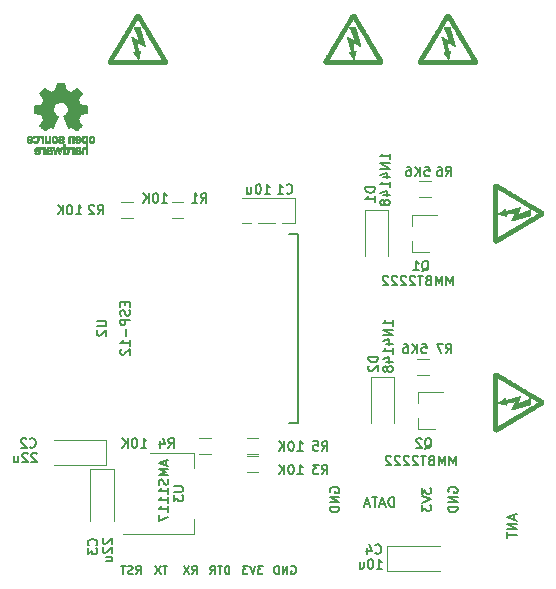
<source format=gbo>
G04 #@! TF.GenerationSoftware,KiCad,Pcbnew,no-vcs-found-e3c64f1~59~ubuntu16.04.1*
G04 #@! TF.CreationDate,2017-08-28T13:01:16+03:00*
G04 #@! TF.ProjectId,wifi_lights,776966695F6C69676874732E6B696361,rev?*
G04 #@! TF.SameCoordinates,Original*
G04 #@! TF.FileFunction,Legend,Bot*
G04 #@! TF.FilePolarity,Positive*
%FSLAX46Y46*%
G04 Gerber Fmt 4.6, Leading zero omitted, Abs format (unit mm)*
G04 Created by KiCad (PCBNEW no-vcs-found-e3c64f1~59~ubuntu16.04.1) date Mon Aug 28 13:01:16 2017*
%MOMM*%
%LPD*%
G01*
G04 APERTURE LIST*
%ADD10C,0.150000*%
%ADD11C,0.010000*%
%ADD12C,0.002540*%
%ADD13C,0.120000*%
%ADD14C,0.152400*%
%ADD15C,2.400000*%
%ADD16R,1.200000X0.900000*%
%ADD17O,1.700000X1.700000*%
%ADD18R,1.700000X1.700000*%
%ADD19R,0.900000X0.800000*%
%ADD20C,2.500000*%
%ADD21C,3.000000*%
%ADD22C,1.600000*%
%ADD23R,2.000000X1.500000*%
%ADD24R,2.000000X3.800000*%
%ADD25C,2.000000*%
%ADD26R,2.150000X1.100000*%
%ADD27R,1.100000X2.150000*%
%ADD28R,1.100000X2.500000*%
%ADD29O,1.100000X2.500000*%
G04 APERTURE END LIST*
D10*
X142883333Y-92835714D02*
X142883333Y-93216666D01*
X143111904Y-92759523D02*
X142311904Y-93026190D01*
X143111904Y-93292857D01*
X143111904Y-93559523D02*
X142311904Y-93559523D01*
X143111904Y-94016666D01*
X142311904Y-94016666D01*
X142311904Y-94283333D02*
X142311904Y-94740476D01*
X143111904Y-94511904D02*
X142311904Y-94511904D01*
X137350000Y-90890476D02*
X137311904Y-90814285D01*
X137311904Y-90700000D01*
X137350000Y-90585714D01*
X137426190Y-90509523D01*
X137502380Y-90471428D01*
X137654761Y-90433333D01*
X137769047Y-90433333D01*
X137921428Y-90471428D01*
X137997619Y-90509523D01*
X138073809Y-90585714D01*
X138111904Y-90700000D01*
X138111904Y-90776190D01*
X138073809Y-90890476D01*
X138035714Y-90928571D01*
X137769047Y-90928571D01*
X137769047Y-90776190D01*
X138111904Y-91271428D02*
X137311904Y-91271428D01*
X138111904Y-91728571D01*
X137311904Y-91728571D01*
X138111904Y-92109523D02*
X137311904Y-92109523D01*
X137311904Y-92300000D01*
X137350000Y-92414285D01*
X137426190Y-92490476D01*
X137502380Y-92528571D01*
X137654761Y-92566666D01*
X137769047Y-92566666D01*
X137921428Y-92528571D01*
X137997619Y-92490476D01*
X138073809Y-92414285D01*
X138111904Y-92300000D01*
X138111904Y-92109523D01*
X135061904Y-90509523D02*
X135061904Y-91004761D01*
X135366666Y-90738095D01*
X135366666Y-90852380D01*
X135404761Y-90928571D01*
X135442857Y-90966666D01*
X135519047Y-91004761D01*
X135709523Y-91004761D01*
X135785714Y-90966666D01*
X135823809Y-90928571D01*
X135861904Y-90852380D01*
X135861904Y-90623809D01*
X135823809Y-90547619D01*
X135785714Y-90509523D01*
X135061904Y-91233333D02*
X135861904Y-91500000D01*
X135061904Y-91766666D01*
X135061904Y-91957142D02*
X135061904Y-92452380D01*
X135366666Y-92185714D01*
X135366666Y-92300000D01*
X135404761Y-92376190D01*
X135442857Y-92414285D01*
X135519047Y-92452380D01*
X135709523Y-92452380D01*
X135785714Y-92414285D01*
X135823809Y-92376190D01*
X135861904Y-92300000D01*
X135861904Y-92071428D01*
X135823809Y-91995238D01*
X135785714Y-91957142D01*
X132700000Y-92111904D02*
X132700000Y-91311904D01*
X132509523Y-91311904D01*
X132395238Y-91350000D01*
X132319047Y-91426190D01*
X132280952Y-91502380D01*
X132242857Y-91654761D01*
X132242857Y-91769047D01*
X132280952Y-91921428D01*
X132319047Y-91997619D01*
X132395238Y-92073809D01*
X132509523Y-92111904D01*
X132700000Y-92111904D01*
X131938095Y-91883333D02*
X131557142Y-91883333D01*
X132014285Y-92111904D02*
X131747619Y-91311904D01*
X131480952Y-92111904D01*
X131328571Y-91311904D02*
X130871428Y-91311904D01*
X131100000Y-92111904D02*
X131100000Y-91311904D01*
X130642857Y-91883333D02*
X130261904Y-91883333D01*
X130719047Y-92111904D02*
X130452380Y-91311904D01*
X130185714Y-92111904D01*
X127350000Y-90890476D02*
X127311904Y-90814285D01*
X127311904Y-90700000D01*
X127350000Y-90585714D01*
X127426190Y-90509523D01*
X127502380Y-90471428D01*
X127654761Y-90433333D01*
X127769047Y-90433333D01*
X127921428Y-90471428D01*
X127997619Y-90509523D01*
X128073809Y-90585714D01*
X128111904Y-90700000D01*
X128111904Y-90776190D01*
X128073809Y-90890476D01*
X128035714Y-90928571D01*
X127769047Y-90928571D01*
X127769047Y-90776190D01*
X128111904Y-91271428D02*
X127311904Y-91271428D01*
X128111904Y-91728571D01*
X127311904Y-91728571D01*
X128111904Y-92109523D02*
X127311904Y-92109523D01*
X127311904Y-92300000D01*
X127350000Y-92414285D01*
X127426190Y-92490476D01*
X127502380Y-92528571D01*
X127654761Y-92566666D01*
X127769047Y-92566666D01*
X127921428Y-92528571D01*
X127997619Y-92490476D01*
X128073809Y-92414285D01*
X128111904Y-92300000D01*
X128111904Y-92109523D01*
X124033333Y-97150000D02*
X124100000Y-97116666D01*
X124200000Y-97116666D01*
X124300000Y-97150000D01*
X124366666Y-97216666D01*
X124400000Y-97283333D01*
X124433333Y-97416666D01*
X124433333Y-97516666D01*
X124400000Y-97650000D01*
X124366666Y-97716666D01*
X124300000Y-97783333D01*
X124200000Y-97816666D01*
X124133333Y-97816666D01*
X124033333Y-97783333D01*
X124000000Y-97750000D01*
X124000000Y-97516666D01*
X124133333Y-97516666D01*
X123700000Y-97816666D02*
X123700000Y-97116666D01*
X123300000Y-97816666D01*
X123300000Y-97116666D01*
X122966666Y-97816666D02*
X122966666Y-97116666D01*
X122800000Y-97116666D01*
X122700000Y-97150000D01*
X122633333Y-97216666D01*
X122600000Y-97283333D01*
X122566666Y-97416666D01*
X122566666Y-97516666D01*
X122600000Y-97650000D01*
X122633333Y-97716666D01*
X122700000Y-97783333D01*
X122800000Y-97816666D01*
X122966666Y-97816666D01*
X121616666Y-97116666D02*
X121183333Y-97116666D01*
X121416666Y-97383333D01*
X121316666Y-97383333D01*
X121250000Y-97416666D01*
X121216666Y-97450000D01*
X121183333Y-97516666D01*
X121183333Y-97683333D01*
X121216666Y-97750000D01*
X121250000Y-97783333D01*
X121316666Y-97816666D01*
X121516666Y-97816666D01*
X121583333Y-97783333D01*
X121616666Y-97750000D01*
X120983333Y-97116666D02*
X120750000Y-97816666D01*
X120516666Y-97116666D01*
X120350000Y-97116666D02*
X119916666Y-97116666D01*
X120150000Y-97383333D01*
X120050000Y-97383333D01*
X119983333Y-97416666D01*
X119950000Y-97450000D01*
X119916666Y-97516666D01*
X119916666Y-97683333D01*
X119950000Y-97750000D01*
X119983333Y-97783333D01*
X120050000Y-97816666D01*
X120250000Y-97816666D01*
X120316666Y-97783333D01*
X120350000Y-97750000D01*
X118800000Y-97816666D02*
X118800000Y-97116666D01*
X118633333Y-97116666D01*
X118533333Y-97150000D01*
X118466666Y-97216666D01*
X118433333Y-97283333D01*
X118400000Y-97416666D01*
X118400000Y-97516666D01*
X118433333Y-97650000D01*
X118466666Y-97716666D01*
X118533333Y-97783333D01*
X118633333Y-97816666D01*
X118800000Y-97816666D01*
X118200000Y-97116666D02*
X117800000Y-97116666D01*
X118000000Y-97816666D02*
X118000000Y-97116666D01*
X117166666Y-97816666D02*
X117400000Y-97483333D01*
X117566666Y-97816666D02*
X117566666Y-97116666D01*
X117300000Y-97116666D01*
X117233333Y-97150000D01*
X117200000Y-97183333D01*
X117166666Y-97250000D01*
X117166666Y-97350000D01*
X117200000Y-97416666D01*
X117233333Y-97450000D01*
X117300000Y-97483333D01*
X117566666Y-97483333D01*
X115616666Y-97816666D02*
X115850000Y-97483333D01*
X116016666Y-97816666D02*
X116016666Y-97116666D01*
X115750000Y-97116666D01*
X115683333Y-97150000D01*
X115650000Y-97183333D01*
X115616666Y-97250000D01*
X115616666Y-97350000D01*
X115650000Y-97416666D01*
X115683333Y-97450000D01*
X115750000Y-97483333D01*
X116016666Y-97483333D01*
X115383333Y-97116666D02*
X114916666Y-97816666D01*
X114916666Y-97116666D02*
X115383333Y-97816666D01*
X113533333Y-97116666D02*
X113133333Y-97116666D01*
X113333333Y-97816666D02*
X113333333Y-97116666D01*
X112966666Y-97116666D02*
X112500000Y-97816666D01*
X112500000Y-97116666D02*
X112966666Y-97816666D01*
X110883333Y-97816666D02*
X111116666Y-97483333D01*
X111283333Y-97816666D02*
X111283333Y-97116666D01*
X111016666Y-97116666D01*
X110950000Y-97150000D01*
X110916666Y-97183333D01*
X110883333Y-97250000D01*
X110883333Y-97350000D01*
X110916666Y-97416666D01*
X110950000Y-97450000D01*
X111016666Y-97483333D01*
X111283333Y-97483333D01*
X110616666Y-97783333D02*
X110516666Y-97816666D01*
X110350000Y-97816666D01*
X110283333Y-97783333D01*
X110250000Y-97750000D01*
X110216666Y-97683333D01*
X110216666Y-97616666D01*
X110250000Y-97550000D01*
X110283333Y-97516666D01*
X110350000Y-97483333D01*
X110483333Y-97450000D01*
X110550000Y-97416666D01*
X110583333Y-97383333D01*
X110616666Y-97316666D01*
X110616666Y-97250000D01*
X110583333Y-97183333D01*
X110550000Y-97150000D01*
X110483333Y-97116666D01*
X110316666Y-97116666D01*
X110216666Y-97150000D01*
X110016666Y-97116666D02*
X109616666Y-97116666D01*
X109816666Y-97816666D02*
X109816666Y-97116666D01*
D11*
G36*
X106408759Y-60719184D02*
X106382247Y-60732282D01*
X106349553Y-60755106D01*
X106325725Y-60779996D01*
X106309406Y-60811249D01*
X106299240Y-60853166D01*
X106293872Y-60910044D01*
X106291944Y-60986184D01*
X106291831Y-61018917D01*
X106292161Y-61090656D01*
X106293527Y-61141927D01*
X106296500Y-61177404D01*
X106301649Y-61201763D01*
X106309543Y-61219680D01*
X106317757Y-61231902D01*
X106370187Y-61283905D01*
X106431930Y-61315184D01*
X106498536Y-61324592D01*
X106565558Y-61310980D01*
X106586792Y-61301354D01*
X106637624Y-61274859D01*
X106637624Y-61690052D01*
X106600525Y-61670868D01*
X106551643Y-61656025D01*
X106491561Y-61652222D01*
X106431564Y-61659243D01*
X106386256Y-61675013D01*
X106348675Y-61705047D01*
X106316564Y-61748024D01*
X106314150Y-61752436D01*
X106303967Y-61773221D01*
X106296530Y-61794170D01*
X106291411Y-61819548D01*
X106288181Y-61853618D01*
X106286413Y-61900641D01*
X106285677Y-61964882D01*
X106285544Y-62037176D01*
X106285544Y-62267822D01*
X106423861Y-62267822D01*
X106423861Y-61842533D01*
X106462549Y-61809979D01*
X106502738Y-61783940D01*
X106540797Y-61779205D01*
X106579066Y-61791389D01*
X106599462Y-61803320D01*
X106614642Y-61820313D01*
X106625438Y-61845995D01*
X106632683Y-61883991D01*
X106637208Y-61937926D01*
X106639844Y-62011425D01*
X106640772Y-62060347D01*
X106643911Y-62261535D01*
X106709926Y-62265336D01*
X106775940Y-62269136D01*
X106775940Y-61020650D01*
X106637624Y-61020650D01*
X106634097Y-61090254D01*
X106622215Y-61138569D01*
X106600020Y-61168631D01*
X106565559Y-61183471D01*
X106530742Y-61186436D01*
X106491329Y-61183028D01*
X106465171Y-61169617D01*
X106448814Y-61151896D01*
X106435937Y-61132835D01*
X106428272Y-61111601D01*
X106424861Y-61081849D01*
X106424749Y-61037236D01*
X106425897Y-60999880D01*
X106428532Y-60943604D01*
X106432456Y-60906658D01*
X106439063Y-60883223D01*
X106449749Y-60867480D01*
X106459833Y-60858380D01*
X106501970Y-60838537D01*
X106551840Y-60835332D01*
X106580476Y-60842168D01*
X106608828Y-60866464D01*
X106627609Y-60913728D01*
X106636712Y-60983624D01*
X106637624Y-61020650D01*
X106775940Y-61020650D01*
X106775940Y-60708614D01*
X106706782Y-60708614D01*
X106665260Y-60710256D01*
X106643838Y-60716087D01*
X106637626Y-60727461D01*
X106637624Y-60727798D01*
X106634742Y-60738938D01*
X106622030Y-60737673D01*
X106596757Y-60725433D01*
X106537869Y-60706707D01*
X106471615Y-60704739D01*
X106408759Y-60719184D01*
X106408759Y-60719184D01*
G37*
X106408759Y-60719184D02*
X106382247Y-60732282D01*
X106349553Y-60755106D01*
X106325725Y-60779996D01*
X106309406Y-60811249D01*
X106299240Y-60853166D01*
X106293872Y-60910044D01*
X106291944Y-60986184D01*
X106291831Y-61018917D01*
X106292161Y-61090656D01*
X106293527Y-61141927D01*
X106296500Y-61177404D01*
X106301649Y-61201763D01*
X106309543Y-61219680D01*
X106317757Y-61231902D01*
X106370187Y-61283905D01*
X106431930Y-61315184D01*
X106498536Y-61324592D01*
X106565558Y-61310980D01*
X106586792Y-61301354D01*
X106637624Y-61274859D01*
X106637624Y-61690052D01*
X106600525Y-61670868D01*
X106551643Y-61656025D01*
X106491561Y-61652222D01*
X106431564Y-61659243D01*
X106386256Y-61675013D01*
X106348675Y-61705047D01*
X106316564Y-61748024D01*
X106314150Y-61752436D01*
X106303967Y-61773221D01*
X106296530Y-61794170D01*
X106291411Y-61819548D01*
X106288181Y-61853618D01*
X106286413Y-61900641D01*
X106285677Y-61964882D01*
X106285544Y-62037176D01*
X106285544Y-62267822D01*
X106423861Y-62267822D01*
X106423861Y-61842533D01*
X106462549Y-61809979D01*
X106502738Y-61783940D01*
X106540797Y-61779205D01*
X106579066Y-61791389D01*
X106599462Y-61803320D01*
X106614642Y-61820313D01*
X106625438Y-61845995D01*
X106632683Y-61883991D01*
X106637208Y-61937926D01*
X106639844Y-62011425D01*
X106640772Y-62060347D01*
X106643911Y-62261535D01*
X106709926Y-62265336D01*
X106775940Y-62269136D01*
X106775940Y-61020650D01*
X106637624Y-61020650D01*
X106634097Y-61090254D01*
X106622215Y-61138569D01*
X106600020Y-61168631D01*
X106565559Y-61183471D01*
X106530742Y-61186436D01*
X106491329Y-61183028D01*
X106465171Y-61169617D01*
X106448814Y-61151896D01*
X106435937Y-61132835D01*
X106428272Y-61111601D01*
X106424861Y-61081849D01*
X106424749Y-61037236D01*
X106425897Y-60999880D01*
X106428532Y-60943604D01*
X106432456Y-60906658D01*
X106439063Y-60883223D01*
X106449749Y-60867480D01*
X106459833Y-60858380D01*
X106501970Y-60838537D01*
X106551840Y-60835332D01*
X106580476Y-60842168D01*
X106608828Y-60866464D01*
X106627609Y-60913728D01*
X106636712Y-60983624D01*
X106637624Y-61020650D01*
X106775940Y-61020650D01*
X106775940Y-60708614D01*
X106706782Y-60708614D01*
X106665260Y-60710256D01*
X106643838Y-60716087D01*
X106637626Y-60727461D01*
X106637624Y-60727798D01*
X106634742Y-60738938D01*
X106622030Y-60737673D01*
X106596757Y-60725433D01*
X106537869Y-60706707D01*
X106471615Y-60704739D01*
X106408759Y-60719184D01*
G36*
X105884210Y-61656555D02*
X105825055Y-61672339D01*
X105780023Y-61700948D01*
X105748246Y-61738419D01*
X105738366Y-61754411D01*
X105731073Y-61771163D01*
X105725974Y-61792592D01*
X105722679Y-61822616D01*
X105720797Y-61865154D01*
X105719937Y-61924122D01*
X105719707Y-62003440D01*
X105719703Y-62024484D01*
X105719703Y-62267822D01*
X105780059Y-62267822D01*
X105818557Y-62265126D01*
X105847023Y-62258295D01*
X105854155Y-62254083D01*
X105873652Y-62246813D01*
X105893566Y-62254083D01*
X105926353Y-62263160D01*
X105973978Y-62266813D01*
X106026764Y-62265228D01*
X106075036Y-62258589D01*
X106103218Y-62250072D01*
X106157753Y-62215063D01*
X106191835Y-62166479D01*
X106207157Y-62101882D01*
X106207299Y-62100223D01*
X106205955Y-62071566D01*
X106084356Y-62071566D01*
X106073726Y-62104161D01*
X106056410Y-62122505D01*
X106021652Y-62136379D01*
X105975773Y-62141917D01*
X105928988Y-62139191D01*
X105891514Y-62128274D01*
X105881015Y-62121269D01*
X105862668Y-62088904D01*
X105858020Y-62052111D01*
X105858020Y-62003763D01*
X105927582Y-62003763D01*
X105993667Y-62008850D01*
X106043764Y-62023263D01*
X106074929Y-62045729D01*
X106084356Y-62071566D01*
X106205955Y-62071566D01*
X106203987Y-62029647D01*
X106180710Y-61973845D01*
X106136948Y-61931647D01*
X106130899Y-61927808D01*
X106104907Y-61915309D01*
X106072735Y-61907740D01*
X106027760Y-61904061D01*
X105974331Y-61903216D01*
X105858020Y-61903169D01*
X105858020Y-61854411D01*
X105862953Y-61816581D01*
X105875543Y-61791236D01*
X105877017Y-61789887D01*
X105905034Y-61778800D01*
X105947326Y-61774503D01*
X105994064Y-61776615D01*
X106035418Y-61784756D01*
X106059957Y-61796965D01*
X106073253Y-61806746D01*
X106087294Y-61808613D01*
X106106671Y-61800600D01*
X106135976Y-61780739D01*
X106179803Y-61747063D01*
X106183825Y-61743909D01*
X106181764Y-61732236D01*
X106164568Y-61712822D01*
X106138433Y-61691248D01*
X106109552Y-61673096D01*
X106100478Y-61668809D01*
X106067380Y-61660256D01*
X106018880Y-61654155D01*
X105964695Y-61651708D01*
X105962161Y-61651703D01*
X105884210Y-61656555D01*
X105884210Y-61656555D01*
G37*
X105884210Y-61656555D02*
X105825055Y-61672339D01*
X105780023Y-61700948D01*
X105748246Y-61738419D01*
X105738366Y-61754411D01*
X105731073Y-61771163D01*
X105725974Y-61792592D01*
X105722679Y-61822616D01*
X105720797Y-61865154D01*
X105719937Y-61924122D01*
X105719707Y-62003440D01*
X105719703Y-62024484D01*
X105719703Y-62267822D01*
X105780059Y-62267822D01*
X105818557Y-62265126D01*
X105847023Y-62258295D01*
X105854155Y-62254083D01*
X105873652Y-62246813D01*
X105893566Y-62254083D01*
X105926353Y-62263160D01*
X105973978Y-62266813D01*
X106026764Y-62265228D01*
X106075036Y-62258589D01*
X106103218Y-62250072D01*
X106157753Y-62215063D01*
X106191835Y-62166479D01*
X106207157Y-62101882D01*
X106207299Y-62100223D01*
X106205955Y-62071566D01*
X106084356Y-62071566D01*
X106073726Y-62104161D01*
X106056410Y-62122505D01*
X106021652Y-62136379D01*
X105975773Y-62141917D01*
X105928988Y-62139191D01*
X105891514Y-62128274D01*
X105881015Y-62121269D01*
X105862668Y-62088904D01*
X105858020Y-62052111D01*
X105858020Y-62003763D01*
X105927582Y-62003763D01*
X105993667Y-62008850D01*
X106043764Y-62023263D01*
X106074929Y-62045729D01*
X106084356Y-62071566D01*
X106205955Y-62071566D01*
X106203987Y-62029647D01*
X106180710Y-61973845D01*
X106136948Y-61931647D01*
X106130899Y-61927808D01*
X106104907Y-61915309D01*
X106072735Y-61907740D01*
X106027760Y-61904061D01*
X105974331Y-61903216D01*
X105858020Y-61903169D01*
X105858020Y-61854411D01*
X105862953Y-61816581D01*
X105875543Y-61791236D01*
X105877017Y-61789887D01*
X105905034Y-61778800D01*
X105947326Y-61774503D01*
X105994064Y-61776615D01*
X106035418Y-61784756D01*
X106059957Y-61796965D01*
X106073253Y-61806746D01*
X106087294Y-61808613D01*
X106106671Y-61800600D01*
X106135976Y-61780739D01*
X106179803Y-61747063D01*
X106183825Y-61743909D01*
X106181764Y-61732236D01*
X106164568Y-61712822D01*
X106138433Y-61691248D01*
X106109552Y-61673096D01*
X106100478Y-61668809D01*
X106067380Y-61660256D01*
X106018880Y-61654155D01*
X105964695Y-61651708D01*
X105962161Y-61651703D01*
X105884210Y-61656555D01*
G36*
X105493356Y-61653020D02*
X105474539Y-61658660D01*
X105468473Y-61671053D01*
X105468218Y-61676647D01*
X105467129Y-61692230D01*
X105459632Y-61694676D01*
X105439381Y-61683993D01*
X105427351Y-61676694D01*
X105389400Y-61661063D01*
X105344072Y-61653334D01*
X105296544Y-61652740D01*
X105251995Y-61658513D01*
X105215602Y-61669884D01*
X105192543Y-61686088D01*
X105187996Y-61706355D01*
X105190291Y-61711843D01*
X105207020Y-61734626D01*
X105232963Y-61762647D01*
X105237655Y-61767177D01*
X105262383Y-61788005D01*
X105283718Y-61794735D01*
X105313555Y-61790038D01*
X105325508Y-61786917D01*
X105362705Y-61779421D01*
X105388859Y-61782792D01*
X105410946Y-61794681D01*
X105431178Y-61810635D01*
X105446079Y-61830700D01*
X105456434Y-61858702D01*
X105463029Y-61898467D01*
X105466649Y-61953823D01*
X105468078Y-62028594D01*
X105468218Y-62073740D01*
X105468218Y-62267822D01*
X105593960Y-62267822D01*
X105593960Y-61651683D01*
X105531089Y-61651683D01*
X105493356Y-61653020D01*
X105493356Y-61653020D01*
G37*
X105493356Y-61653020D02*
X105474539Y-61658660D01*
X105468473Y-61671053D01*
X105468218Y-61676647D01*
X105467129Y-61692230D01*
X105459632Y-61694676D01*
X105439381Y-61683993D01*
X105427351Y-61676694D01*
X105389400Y-61661063D01*
X105344072Y-61653334D01*
X105296544Y-61652740D01*
X105251995Y-61658513D01*
X105215602Y-61669884D01*
X105192543Y-61686088D01*
X105187996Y-61706355D01*
X105190291Y-61711843D01*
X105207020Y-61734626D01*
X105232963Y-61762647D01*
X105237655Y-61767177D01*
X105262383Y-61788005D01*
X105283718Y-61794735D01*
X105313555Y-61790038D01*
X105325508Y-61786917D01*
X105362705Y-61779421D01*
X105388859Y-61782792D01*
X105410946Y-61794681D01*
X105431178Y-61810635D01*
X105446079Y-61830700D01*
X105456434Y-61858702D01*
X105463029Y-61898467D01*
X105466649Y-61953823D01*
X105468078Y-62028594D01*
X105468218Y-62073740D01*
X105468218Y-62267822D01*
X105593960Y-62267822D01*
X105593960Y-61651683D01*
X105531089Y-61651683D01*
X105493356Y-61653020D01*
G36*
X104701188Y-62267822D02*
X104770346Y-62267822D01*
X104810488Y-62266645D01*
X104831394Y-62261772D01*
X104838922Y-62251186D01*
X104839505Y-62244029D01*
X104840774Y-62229676D01*
X104848779Y-62226923D01*
X104869815Y-62235771D01*
X104886173Y-62244029D01*
X104948977Y-62263597D01*
X105017248Y-62264729D01*
X105072752Y-62250135D01*
X105124438Y-62214877D01*
X105163838Y-62162835D01*
X105185413Y-62101450D01*
X105185962Y-62098018D01*
X105189167Y-62060571D01*
X105190761Y-62006813D01*
X105190633Y-61966155D01*
X105053279Y-61966155D01*
X105050097Y-62020194D01*
X105042859Y-62064735D01*
X105033060Y-62089888D01*
X104995989Y-62124260D01*
X104951974Y-62136582D01*
X104906584Y-62126618D01*
X104867797Y-62096895D01*
X104853108Y-62076905D01*
X104844519Y-62053050D01*
X104840496Y-62018230D01*
X104839505Y-61965930D01*
X104841278Y-61914139D01*
X104845963Y-61868634D01*
X104852603Y-61838181D01*
X104853710Y-61835452D01*
X104880491Y-61803000D01*
X104919579Y-61785183D01*
X104963315Y-61782306D01*
X105004038Y-61794674D01*
X105034087Y-61822593D01*
X105037204Y-61828148D01*
X105046961Y-61862022D01*
X105052277Y-61910728D01*
X105053279Y-61966155D01*
X105190633Y-61966155D01*
X105190568Y-61945540D01*
X105189664Y-61912563D01*
X105183514Y-61830981D01*
X105170733Y-61769730D01*
X105149471Y-61724449D01*
X105117878Y-61690779D01*
X105087207Y-61671014D01*
X105044354Y-61657120D01*
X104991056Y-61652354D01*
X104936480Y-61656236D01*
X104889792Y-61668282D01*
X104865124Y-61682693D01*
X104839505Y-61705878D01*
X104839505Y-61412773D01*
X104701188Y-61412773D01*
X104701188Y-62267822D01*
X104701188Y-62267822D01*
G37*
X104701188Y-62267822D02*
X104770346Y-62267822D01*
X104810488Y-62266645D01*
X104831394Y-62261772D01*
X104838922Y-62251186D01*
X104839505Y-62244029D01*
X104840774Y-62229676D01*
X104848779Y-62226923D01*
X104869815Y-62235771D01*
X104886173Y-62244029D01*
X104948977Y-62263597D01*
X105017248Y-62264729D01*
X105072752Y-62250135D01*
X105124438Y-62214877D01*
X105163838Y-62162835D01*
X105185413Y-62101450D01*
X105185962Y-62098018D01*
X105189167Y-62060571D01*
X105190761Y-62006813D01*
X105190633Y-61966155D01*
X105053279Y-61966155D01*
X105050097Y-62020194D01*
X105042859Y-62064735D01*
X105033060Y-62089888D01*
X104995989Y-62124260D01*
X104951974Y-62136582D01*
X104906584Y-62126618D01*
X104867797Y-62096895D01*
X104853108Y-62076905D01*
X104844519Y-62053050D01*
X104840496Y-62018230D01*
X104839505Y-61965930D01*
X104841278Y-61914139D01*
X104845963Y-61868634D01*
X104852603Y-61838181D01*
X104853710Y-61835452D01*
X104880491Y-61803000D01*
X104919579Y-61785183D01*
X104963315Y-61782306D01*
X105004038Y-61794674D01*
X105034087Y-61822593D01*
X105037204Y-61828148D01*
X105046961Y-61862022D01*
X105052277Y-61910728D01*
X105053279Y-61966155D01*
X105190633Y-61966155D01*
X105190568Y-61945540D01*
X105189664Y-61912563D01*
X105183514Y-61830981D01*
X105170733Y-61769730D01*
X105149471Y-61724449D01*
X105117878Y-61690779D01*
X105087207Y-61671014D01*
X105044354Y-61657120D01*
X104991056Y-61652354D01*
X104936480Y-61656236D01*
X104889792Y-61668282D01*
X104865124Y-61682693D01*
X104839505Y-61705878D01*
X104839505Y-61412773D01*
X104701188Y-61412773D01*
X104701188Y-62267822D01*
G36*
X104218476Y-61654237D02*
X104168745Y-61657971D01*
X104038709Y-62047773D01*
X104018322Y-61978614D01*
X104006054Y-61935874D01*
X103989915Y-61878115D01*
X103972488Y-61814625D01*
X103963274Y-61780570D01*
X103928612Y-61651683D01*
X103785609Y-61651683D01*
X103828354Y-61786857D01*
X103849404Y-61853342D01*
X103874833Y-61933539D01*
X103901390Y-62017193D01*
X103925098Y-62091782D01*
X103979098Y-62261535D01*
X104037402Y-62265328D01*
X104095705Y-62269122D01*
X104127321Y-62164734D01*
X104146818Y-62099889D01*
X104168096Y-62028400D01*
X104186692Y-61965263D01*
X104187426Y-61962750D01*
X104201316Y-61919969D01*
X104213571Y-61890779D01*
X104222154Y-61879741D01*
X104223918Y-61881018D01*
X104230109Y-61898130D01*
X104241872Y-61934787D01*
X104257775Y-61986378D01*
X104276386Y-62048294D01*
X104286457Y-62082352D01*
X104340993Y-62267822D01*
X104456736Y-62267822D01*
X104549263Y-61975471D01*
X104575256Y-61893462D01*
X104598934Y-61818987D01*
X104619180Y-61755544D01*
X104634874Y-61706632D01*
X104644898Y-61675749D01*
X104647945Y-61666726D01*
X104645533Y-61657487D01*
X104626592Y-61653441D01*
X104587177Y-61653846D01*
X104581007Y-61654152D01*
X104507914Y-61657971D01*
X104460043Y-61834010D01*
X104442447Y-61898211D01*
X104426723Y-61954649D01*
X104414254Y-61998422D01*
X104406426Y-62024630D01*
X104404980Y-62028903D01*
X104398986Y-62023990D01*
X104386899Y-61998532D01*
X104370107Y-61955997D01*
X104349997Y-61899850D01*
X104332997Y-61849130D01*
X104268206Y-61650504D01*
X104218476Y-61654237D01*
X104218476Y-61654237D01*
G37*
X104218476Y-61654237D02*
X104168745Y-61657971D01*
X104038709Y-62047773D01*
X104018322Y-61978614D01*
X104006054Y-61935874D01*
X103989915Y-61878115D01*
X103972488Y-61814625D01*
X103963274Y-61780570D01*
X103928612Y-61651683D01*
X103785609Y-61651683D01*
X103828354Y-61786857D01*
X103849404Y-61853342D01*
X103874833Y-61933539D01*
X103901390Y-62017193D01*
X103925098Y-62091782D01*
X103979098Y-62261535D01*
X104037402Y-62265328D01*
X104095705Y-62269122D01*
X104127321Y-62164734D01*
X104146818Y-62099889D01*
X104168096Y-62028400D01*
X104186692Y-61965263D01*
X104187426Y-61962750D01*
X104201316Y-61919969D01*
X104213571Y-61890779D01*
X104222154Y-61879741D01*
X104223918Y-61881018D01*
X104230109Y-61898130D01*
X104241872Y-61934787D01*
X104257775Y-61986378D01*
X104276386Y-62048294D01*
X104286457Y-62082352D01*
X104340993Y-62267822D01*
X104456736Y-62267822D01*
X104549263Y-61975471D01*
X104575256Y-61893462D01*
X104598934Y-61818987D01*
X104619180Y-61755544D01*
X104634874Y-61706632D01*
X104644898Y-61675749D01*
X104647945Y-61666726D01*
X104645533Y-61657487D01*
X104626592Y-61653441D01*
X104587177Y-61653846D01*
X104581007Y-61654152D01*
X104507914Y-61657971D01*
X104460043Y-61834010D01*
X104442447Y-61898211D01*
X104426723Y-61954649D01*
X104414254Y-61998422D01*
X104406426Y-62024630D01*
X104404980Y-62028903D01*
X104398986Y-62023990D01*
X104386899Y-61998532D01*
X104370107Y-61955997D01*
X104349997Y-61899850D01*
X104332997Y-61849130D01*
X104268206Y-61650504D01*
X104218476Y-61654237D01*
G36*
X103461589Y-61655417D02*
X103408589Y-61668290D01*
X103393269Y-61675110D01*
X103363572Y-61692974D01*
X103340780Y-61713093D01*
X103323917Y-61738962D01*
X103312002Y-61774073D01*
X103304058Y-61821920D01*
X103299106Y-61885996D01*
X103296169Y-61969794D01*
X103295053Y-62025768D01*
X103290948Y-62267822D01*
X103361068Y-62267822D01*
X103403607Y-62266038D01*
X103425524Y-62259942D01*
X103431188Y-62249706D01*
X103434179Y-62238637D01*
X103447549Y-62240754D01*
X103465767Y-62249629D01*
X103511376Y-62263233D01*
X103569993Y-62266899D01*
X103631646Y-62260903D01*
X103686362Y-62245521D01*
X103691270Y-62243386D01*
X103741277Y-62208255D01*
X103774244Y-62159419D01*
X103789413Y-62102333D01*
X103788254Y-62081824D01*
X103664492Y-62081824D01*
X103653587Y-62109425D01*
X103621255Y-62129204D01*
X103569090Y-62139819D01*
X103541213Y-62141228D01*
X103494753Y-62137620D01*
X103463871Y-62123597D01*
X103456336Y-62116931D01*
X103435924Y-62080666D01*
X103431188Y-62047773D01*
X103431188Y-62003763D01*
X103492487Y-62003763D01*
X103563744Y-62007395D01*
X103613724Y-62018818D01*
X103645304Y-62038824D01*
X103652374Y-62047743D01*
X103664492Y-62081824D01*
X103788254Y-62081824D01*
X103786029Y-62042456D01*
X103763337Y-61985244D01*
X103732376Y-61946580D01*
X103713624Y-61929864D01*
X103695267Y-61918878D01*
X103671381Y-61912180D01*
X103636043Y-61908326D01*
X103583331Y-61905873D01*
X103562423Y-61905168D01*
X103431188Y-61900879D01*
X103431380Y-61861158D01*
X103436463Y-61819405D01*
X103454838Y-61794158D01*
X103491961Y-61778030D01*
X103492957Y-61777742D01*
X103545590Y-61771400D01*
X103597094Y-61779684D01*
X103635370Y-61799827D01*
X103650728Y-61809773D01*
X103667270Y-61808397D01*
X103692725Y-61793987D01*
X103707672Y-61783817D01*
X103736909Y-61762088D01*
X103755020Y-61745800D01*
X103757926Y-61741137D01*
X103745960Y-61717005D01*
X103710604Y-61688185D01*
X103695247Y-61678461D01*
X103651099Y-61661714D01*
X103591602Y-61652227D01*
X103525513Y-61650095D01*
X103461589Y-61655417D01*
X103461589Y-61655417D01*
G37*
X103461589Y-61655417D02*
X103408589Y-61668290D01*
X103393269Y-61675110D01*
X103363572Y-61692974D01*
X103340780Y-61713093D01*
X103323917Y-61738962D01*
X103312002Y-61774073D01*
X103304058Y-61821920D01*
X103299106Y-61885996D01*
X103296169Y-61969794D01*
X103295053Y-62025768D01*
X103290948Y-62267822D01*
X103361068Y-62267822D01*
X103403607Y-62266038D01*
X103425524Y-62259942D01*
X103431188Y-62249706D01*
X103434179Y-62238637D01*
X103447549Y-62240754D01*
X103465767Y-62249629D01*
X103511376Y-62263233D01*
X103569993Y-62266899D01*
X103631646Y-62260903D01*
X103686362Y-62245521D01*
X103691270Y-62243386D01*
X103741277Y-62208255D01*
X103774244Y-62159419D01*
X103789413Y-62102333D01*
X103788254Y-62081824D01*
X103664492Y-62081824D01*
X103653587Y-62109425D01*
X103621255Y-62129204D01*
X103569090Y-62139819D01*
X103541213Y-62141228D01*
X103494753Y-62137620D01*
X103463871Y-62123597D01*
X103456336Y-62116931D01*
X103435924Y-62080666D01*
X103431188Y-62047773D01*
X103431188Y-62003763D01*
X103492487Y-62003763D01*
X103563744Y-62007395D01*
X103613724Y-62018818D01*
X103645304Y-62038824D01*
X103652374Y-62047743D01*
X103664492Y-62081824D01*
X103788254Y-62081824D01*
X103786029Y-62042456D01*
X103763337Y-61985244D01*
X103732376Y-61946580D01*
X103713624Y-61929864D01*
X103695267Y-61918878D01*
X103671381Y-61912180D01*
X103636043Y-61908326D01*
X103583331Y-61905873D01*
X103562423Y-61905168D01*
X103431188Y-61900879D01*
X103431380Y-61861158D01*
X103436463Y-61819405D01*
X103454838Y-61794158D01*
X103491961Y-61778030D01*
X103492957Y-61777742D01*
X103545590Y-61771400D01*
X103597094Y-61779684D01*
X103635370Y-61799827D01*
X103650728Y-61809773D01*
X103667270Y-61808397D01*
X103692725Y-61793987D01*
X103707672Y-61783817D01*
X103736909Y-61762088D01*
X103755020Y-61745800D01*
X103757926Y-61741137D01*
X103745960Y-61717005D01*
X103710604Y-61688185D01*
X103695247Y-61678461D01*
X103651099Y-61661714D01*
X103591602Y-61652227D01*
X103525513Y-61650095D01*
X103461589Y-61655417D01*
G36*
X102864745Y-61651486D02*
X102816405Y-61661015D01*
X102788886Y-61675125D01*
X102759936Y-61698568D01*
X102801124Y-61750571D01*
X102826518Y-61782064D01*
X102843762Y-61797428D01*
X102860898Y-61799776D01*
X102885973Y-61792217D01*
X102897743Y-61787941D01*
X102945730Y-61781631D01*
X102989676Y-61795156D01*
X103021940Y-61825710D01*
X103027181Y-61835452D01*
X103032888Y-61861258D01*
X103037294Y-61908817D01*
X103040189Y-61974758D01*
X103041369Y-62055710D01*
X103041386Y-62067226D01*
X103041386Y-62267822D01*
X103179703Y-62267822D01*
X103179703Y-61651683D01*
X103110544Y-61651683D01*
X103070667Y-61652725D01*
X103049893Y-61657358D01*
X103042211Y-61667849D01*
X103041386Y-61677745D01*
X103041386Y-61703806D01*
X103008255Y-61677745D01*
X102970265Y-61659965D01*
X102919230Y-61651174D01*
X102864745Y-61651486D01*
X102864745Y-61651486D01*
G37*
X102864745Y-61651486D02*
X102816405Y-61661015D01*
X102788886Y-61675125D01*
X102759936Y-61698568D01*
X102801124Y-61750571D01*
X102826518Y-61782064D01*
X102843762Y-61797428D01*
X102860898Y-61799776D01*
X102885973Y-61792217D01*
X102897743Y-61787941D01*
X102945730Y-61781631D01*
X102989676Y-61795156D01*
X103021940Y-61825710D01*
X103027181Y-61835452D01*
X103032888Y-61861258D01*
X103037294Y-61908817D01*
X103040189Y-61974758D01*
X103041369Y-62055710D01*
X103041386Y-62067226D01*
X103041386Y-62267822D01*
X103179703Y-62267822D01*
X103179703Y-61651683D01*
X103110544Y-61651683D01*
X103070667Y-61652725D01*
X103049893Y-61657358D01*
X103042211Y-61667849D01*
X103041386Y-61677745D01*
X103041386Y-61703806D01*
X103008255Y-61677745D01*
X102970265Y-61659965D01*
X102919230Y-61651174D01*
X102864745Y-61651486D01*
G36*
X102467419Y-61654970D02*
X102407315Y-61670597D01*
X102356979Y-61702848D01*
X102332607Y-61726940D01*
X102292655Y-61783895D01*
X102269758Y-61849965D01*
X102261892Y-61931182D01*
X102261852Y-61937748D01*
X102261782Y-62003763D01*
X102641736Y-62003763D01*
X102633637Y-62038342D01*
X102619013Y-62069659D01*
X102593419Y-62102291D01*
X102588065Y-62107500D01*
X102542057Y-62135694D01*
X102489590Y-62140475D01*
X102429197Y-62121926D01*
X102418960Y-62116931D01*
X102387561Y-62101745D01*
X102366530Y-62093094D01*
X102362861Y-62092293D01*
X102350052Y-62100063D01*
X102325622Y-62119072D01*
X102313221Y-62129460D01*
X102287524Y-62153321D01*
X102279085Y-62169077D01*
X102284942Y-62183571D01*
X102288072Y-62187534D01*
X102309275Y-62204879D01*
X102344262Y-62225959D01*
X102368663Y-62238265D01*
X102437928Y-62259946D01*
X102514612Y-62266971D01*
X102587235Y-62258647D01*
X102607574Y-62252686D01*
X102670524Y-62218952D01*
X102717185Y-62167045D01*
X102747827Y-62096459D01*
X102762718Y-62006692D01*
X102764353Y-61959753D01*
X102759579Y-61891413D01*
X102639010Y-61891413D01*
X102627348Y-61896465D01*
X102596002Y-61900429D01*
X102550429Y-61902768D01*
X102519554Y-61903169D01*
X102464019Y-61902783D01*
X102428967Y-61900975D01*
X102409738Y-61896773D01*
X102401670Y-61889203D01*
X102400099Y-61878218D01*
X102410879Y-61844381D01*
X102438020Y-61810940D01*
X102473723Y-61785272D01*
X102509440Y-61774772D01*
X102557952Y-61784086D01*
X102599947Y-61811013D01*
X102629064Y-61849827D01*
X102639010Y-61891413D01*
X102759579Y-61891413D01*
X102757401Y-61860236D01*
X102735945Y-61780949D01*
X102699530Y-61721263D01*
X102647703Y-61680549D01*
X102580010Y-61658179D01*
X102543338Y-61653871D01*
X102467419Y-61654970D01*
X102467419Y-61654970D01*
G37*
X102467419Y-61654970D02*
X102407315Y-61670597D01*
X102356979Y-61702848D01*
X102332607Y-61726940D01*
X102292655Y-61783895D01*
X102269758Y-61849965D01*
X102261892Y-61931182D01*
X102261852Y-61937748D01*
X102261782Y-62003763D01*
X102641736Y-62003763D01*
X102633637Y-62038342D01*
X102619013Y-62069659D01*
X102593419Y-62102291D01*
X102588065Y-62107500D01*
X102542057Y-62135694D01*
X102489590Y-62140475D01*
X102429197Y-62121926D01*
X102418960Y-62116931D01*
X102387561Y-62101745D01*
X102366530Y-62093094D01*
X102362861Y-62092293D01*
X102350052Y-62100063D01*
X102325622Y-62119072D01*
X102313221Y-62129460D01*
X102287524Y-62153321D01*
X102279085Y-62169077D01*
X102284942Y-62183571D01*
X102288072Y-62187534D01*
X102309275Y-62204879D01*
X102344262Y-62225959D01*
X102368663Y-62238265D01*
X102437928Y-62259946D01*
X102514612Y-62266971D01*
X102587235Y-62258647D01*
X102607574Y-62252686D01*
X102670524Y-62218952D01*
X102717185Y-62167045D01*
X102747827Y-62096459D01*
X102762718Y-62006692D01*
X102764353Y-61959753D01*
X102759579Y-61891413D01*
X102639010Y-61891413D01*
X102627348Y-61896465D01*
X102596002Y-61900429D01*
X102550429Y-61902768D01*
X102519554Y-61903169D01*
X102464019Y-61902783D01*
X102428967Y-61900975D01*
X102409738Y-61896773D01*
X102401670Y-61889203D01*
X102400099Y-61878218D01*
X102410879Y-61844381D01*
X102438020Y-61810940D01*
X102473723Y-61785272D01*
X102509440Y-61774772D01*
X102557952Y-61784086D01*
X102599947Y-61811013D01*
X102629064Y-61849827D01*
X102639010Y-61891413D01*
X102759579Y-61891413D01*
X102757401Y-61860236D01*
X102735945Y-61780949D01*
X102699530Y-61721263D01*
X102647703Y-61680549D01*
X102580010Y-61658179D01*
X102543338Y-61653871D01*
X102467419Y-61654970D01*
G36*
X107038261Y-60715148D02*
X106972479Y-60744231D01*
X106922540Y-60792793D01*
X106888374Y-60860908D01*
X106869907Y-60948651D01*
X106868583Y-60962351D01*
X106867546Y-61058939D01*
X106880993Y-61143602D01*
X106908108Y-61212221D01*
X106922627Y-61234294D01*
X106973201Y-61281011D01*
X107037609Y-61311268D01*
X107109666Y-61323824D01*
X107183185Y-61317439D01*
X107239072Y-61297772D01*
X107287132Y-61264629D01*
X107326412Y-61221175D01*
X107327092Y-61220158D01*
X107343044Y-61193338D01*
X107353410Y-61166368D01*
X107359688Y-61132332D01*
X107363373Y-61084310D01*
X107364997Y-61044931D01*
X107365672Y-61009219D01*
X107239955Y-61009219D01*
X107238726Y-61044770D01*
X107234266Y-61092094D01*
X107226397Y-61122465D01*
X107212207Y-61144072D01*
X107198917Y-61156694D01*
X107151802Y-61183122D01*
X107102505Y-61186653D01*
X107056593Y-61167639D01*
X107033638Y-61146331D01*
X107017096Y-61124859D01*
X107007421Y-61104313D01*
X107003174Y-61077574D01*
X107002920Y-61037523D01*
X107004228Y-61000638D01*
X107007043Y-60947947D01*
X107011505Y-60913772D01*
X107019548Y-60891480D01*
X107033103Y-60874442D01*
X107043845Y-60864703D01*
X107088777Y-60839123D01*
X107137249Y-60837847D01*
X107177894Y-60852999D01*
X107212567Y-60884642D01*
X107233224Y-60936620D01*
X107239955Y-61009219D01*
X107365672Y-61009219D01*
X107366479Y-60966621D01*
X107363948Y-60908056D01*
X107356362Y-60864007D01*
X107342681Y-60829248D01*
X107321865Y-60798551D01*
X107314147Y-60789436D01*
X107265889Y-60744021D01*
X107214128Y-60717493D01*
X107150828Y-60706379D01*
X107119961Y-60705471D01*
X107038261Y-60715148D01*
X107038261Y-60715148D01*
G37*
X107038261Y-60715148D02*
X106972479Y-60744231D01*
X106922540Y-60792793D01*
X106888374Y-60860908D01*
X106869907Y-60948651D01*
X106868583Y-60962351D01*
X106867546Y-61058939D01*
X106880993Y-61143602D01*
X106908108Y-61212221D01*
X106922627Y-61234294D01*
X106973201Y-61281011D01*
X107037609Y-61311268D01*
X107109666Y-61323824D01*
X107183185Y-61317439D01*
X107239072Y-61297772D01*
X107287132Y-61264629D01*
X107326412Y-61221175D01*
X107327092Y-61220158D01*
X107343044Y-61193338D01*
X107353410Y-61166368D01*
X107359688Y-61132332D01*
X107363373Y-61084310D01*
X107364997Y-61044931D01*
X107365672Y-61009219D01*
X107239955Y-61009219D01*
X107238726Y-61044770D01*
X107234266Y-61092094D01*
X107226397Y-61122465D01*
X107212207Y-61144072D01*
X107198917Y-61156694D01*
X107151802Y-61183122D01*
X107102505Y-61186653D01*
X107056593Y-61167639D01*
X107033638Y-61146331D01*
X107017096Y-61124859D01*
X107007421Y-61104313D01*
X107003174Y-61077574D01*
X107002920Y-61037523D01*
X107004228Y-61000638D01*
X107007043Y-60947947D01*
X107011505Y-60913772D01*
X107019548Y-60891480D01*
X107033103Y-60874442D01*
X107043845Y-60864703D01*
X107088777Y-60839123D01*
X107137249Y-60837847D01*
X107177894Y-60852999D01*
X107212567Y-60884642D01*
X107233224Y-60936620D01*
X107239955Y-61009219D01*
X107365672Y-61009219D01*
X107366479Y-60966621D01*
X107363948Y-60908056D01*
X107356362Y-60864007D01*
X107342681Y-60829248D01*
X107321865Y-60798551D01*
X107314147Y-60789436D01*
X107265889Y-60744021D01*
X107214128Y-60717493D01*
X107150828Y-60706379D01*
X107119961Y-60705471D01*
X107038261Y-60715148D01*
G36*
X105856699Y-60722614D02*
X105844168Y-60728514D01*
X105800799Y-60760283D01*
X105759790Y-60806646D01*
X105729168Y-60857696D01*
X105720459Y-60881166D01*
X105712512Y-60923091D01*
X105707774Y-60973757D01*
X105707199Y-60994679D01*
X105707129Y-61060693D01*
X106087083Y-61060693D01*
X106078983Y-61095273D01*
X106059104Y-61136170D01*
X106024347Y-61171514D01*
X105982998Y-61194282D01*
X105956649Y-61199010D01*
X105920916Y-61193273D01*
X105878282Y-61178882D01*
X105863799Y-61172262D01*
X105810240Y-61145513D01*
X105764533Y-61180376D01*
X105738158Y-61203955D01*
X105724124Y-61223417D01*
X105723414Y-61229129D01*
X105735951Y-61242973D01*
X105763428Y-61264012D01*
X105788366Y-61280425D01*
X105855664Y-61309930D01*
X105931110Y-61323284D01*
X106005888Y-61319812D01*
X106065495Y-61301663D01*
X106126941Y-61262784D01*
X106170608Y-61211595D01*
X106197926Y-61145367D01*
X106210322Y-61061371D01*
X106211421Y-61022936D01*
X106207022Y-60934861D01*
X106206482Y-60932299D01*
X106080582Y-60932299D01*
X106077115Y-60940558D01*
X106062863Y-60945113D01*
X106033470Y-60947065D01*
X105984575Y-60947517D01*
X105965748Y-60947525D01*
X105908467Y-60946843D01*
X105872141Y-60944364D01*
X105852604Y-60939443D01*
X105845690Y-60931434D01*
X105845445Y-60928862D01*
X105853336Y-60908423D01*
X105873085Y-60879789D01*
X105881575Y-60869763D01*
X105913094Y-60841408D01*
X105945949Y-60830259D01*
X105963651Y-60829327D01*
X106011539Y-60840981D01*
X106051699Y-60872285D01*
X106077173Y-60917752D01*
X106077625Y-60919233D01*
X106080582Y-60932299D01*
X106206482Y-60932299D01*
X106192392Y-60865510D01*
X106166038Y-60810025D01*
X106133807Y-60770639D01*
X106074217Y-60727931D01*
X106004168Y-60705109D01*
X105929661Y-60703046D01*
X105856699Y-60722614D01*
X105856699Y-60722614D01*
G37*
X105856699Y-60722614D02*
X105844168Y-60728514D01*
X105800799Y-60760283D01*
X105759790Y-60806646D01*
X105729168Y-60857696D01*
X105720459Y-60881166D01*
X105712512Y-60923091D01*
X105707774Y-60973757D01*
X105707199Y-60994679D01*
X105707129Y-61060693D01*
X106087083Y-61060693D01*
X106078983Y-61095273D01*
X106059104Y-61136170D01*
X106024347Y-61171514D01*
X105982998Y-61194282D01*
X105956649Y-61199010D01*
X105920916Y-61193273D01*
X105878282Y-61178882D01*
X105863799Y-61172262D01*
X105810240Y-61145513D01*
X105764533Y-61180376D01*
X105738158Y-61203955D01*
X105724124Y-61223417D01*
X105723414Y-61229129D01*
X105735951Y-61242973D01*
X105763428Y-61264012D01*
X105788366Y-61280425D01*
X105855664Y-61309930D01*
X105931110Y-61323284D01*
X106005888Y-61319812D01*
X106065495Y-61301663D01*
X106126941Y-61262784D01*
X106170608Y-61211595D01*
X106197926Y-61145367D01*
X106210322Y-61061371D01*
X106211421Y-61022936D01*
X106207022Y-60934861D01*
X106206482Y-60932299D01*
X106080582Y-60932299D01*
X106077115Y-60940558D01*
X106062863Y-60945113D01*
X106033470Y-60947065D01*
X105984575Y-60947517D01*
X105965748Y-60947525D01*
X105908467Y-60946843D01*
X105872141Y-60944364D01*
X105852604Y-60939443D01*
X105845690Y-60931434D01*
X105845445Y-60928862D01*
X105853336Y-60908423D01*
X105873085Y-60879789D01*
X105881575Y-60869763D01*
X105913094Y-60841408D01*
X105945949Y-60830259D01*
X105963651Y-60829327D01*
X106011539Y-60840981D01*
X106051699Y-60872285D01*
X106077173Y-60917752D01*
X106077625Y-60919233D01*
X106080582Y-60932299D01*
X106206482Y-60932299D01*
X106192392Y-60865510D01*
X106166038Y-60810025D01*
X106133807Y-60770639D01*
X106074217Y-60727931D01*
X106004168Y-60705109D01*
X105929661Y-60703046D01*
X105856699Y-60722614D01*
G36*
X104485983Y-60706452D02*
X104438366Y-60715482D01*
X104388966Y-60734370D01*
X104383688Y-60736777D01*
X104346226Y-60756476D01*
X104320283Y-60774781D01*
X104311897Y-60786508D01*
X104319883Y-60805632D01*
X104339280Y-60833850D01*
X104347890Y-60844384D01*
X104383372Y-60885847D01*
X104429115Y-60858858D01*
X104472650Y-60840878D01*
X104522950Y-60831267D01*
X104571188Y-60830660D01*
X104608533Y-60839691D01*
X104617495Y-60845327D01*
X104634563Y-60871171D01*
X104636637Y-60900941D01*
X104623866Y-60924197D01*
X104616312Y-60928708D01*
X104593675Y-60934309D01*
X104553885Y-60940892D01*
X104504834Y-60947183D01*
X104495785Y-60948170D01*
X104417004Y-60961798D01*
X104359864Y-60984946D01*
X104321970Y-61019752D01*
X104300921Y-61068354D01*
X104294365Y-61127718D01*
X104303423Y-61195198D01*
X104332836Y-61248188D01*
X104382722Y-61286783D01*
X104453200Y-61311081D01*
X104531435Y-61320667D01*
X104595234Y-61320552D01*
X104646984Y-61311845D01*
X104682327Y-61299825D01*
X104726983Y-61278880D01*
X104768253Y-61254574D01*
X104782921Y-61243876D01*
X104820643Y-61213084D01*
X104775148Y-61167049D01*
X104729653Y-61121013D01*
X104677928Y-61155243D01*
X104626048Y-61180952D01*
X104570649Y-61194399D01*
X104517395Y-61195818D01*
X104471951Y-61185443D01*
X104439984Y-61163507D01*
X104429662Y-61144998D01*
X104431211Y-61115314D01*
X104456860Y-61092615D01*
X104506540Y-61076940D01*
X104560969Y-61069695D01*
X104644736Y-61055873D01*
X104706967Y-61029796D01*
X104748493Y-60990699D01*
X104770147Y-60937820D01*
X104773147Y-60875126D01*
X104758329Y-60809642D01*
X104724546Y-60760144D01*
X104671495Y-60726408D01*
X104598874Y-60708207D01*
X104545072Y-60704639D01*
X104485983Y-60706452D01*
X104485983Y-60706452D01*
G37*
X104485983Y-60706452D02*
X104438366Y-60715482D01*
X104388966Y-60734370D01*
X104383688Y-60736777D01*
X104346226Y-60756476D01*
X104320283Y-60774781D01*
X104311897Y-60786508D01*
X104319883Y-60805632D01*
X104339280Y-60833850D01*
X104347890Y-60844384D01*
X104383372Y-60885847D01*
X104429115Y-60858858D01*
X104472650Y-60840878D01*
X104522950Y-60831267D01*
X104571188Y-60830660D01*
X104608533Y-60839691D01*
X104617495Y-60845327D01*
X104634563Y-60871171D01*
X104636637Y-60900941D01*
X104623866Y-60924197D01*
X104616312Y-60928708D01*
X104593675Y-60934309D01*
X104553885Y-60940892D01*
X104504834Y-60947183D01*
X104495785Y-60948170D01*
X104417004Y-60961798D01*
X104359864Y-60984946D01*
X104321970Y-61019752D01*
X104300921Y-61068354D01*
X104294365Y-61127718D01*
X104303423Y-61195198D01*
X104332836Y-61248188D01*
X104382722Y-61286783D01*
X104453200Y-61311081D01*
X104531435Y-61320667D01*
X104595234Y-61320552D01*
X104646984Y-61311845D01*
X104682327Y-61299825D01*
X104726983Y-61278880D01*
X104768253Y-61254574D01*
X104782921Y-61243876D01*
X104820643Y-61213084D01*
X104775148Y-61167049D01*
X104729653Y-61121013D01*
X104677928Y-61155243D01*
X104626048Y-61180952D01*
X104570649Y-61194399D01*
X104517395Y-61195818D01*
X104471951Y-61185443D01*
X104439984Y-61163507D01*
X104429662Y-61144998D01*
X104431211Y-61115314D01*
X104456860Y-61092615D01*
X104506540Y-61076940D01*
X104560969Y-61069695D01*
X104644736Y-61055873D01*
X104706967Y-61029796D01*
X104748493Y-60990699D01*
X104770147Y-60937820D01*
X104773147Y-60875126D01*
X104758329Y-60809642D01*
X104724546Y-60760144D01*
X104671495Y-60726408D01*
X104598874Y-60708207D01*
X104545072Y-60704639D01*
X104485983Y-60706452D01*
G36*
X103889238Y-60716055D02*
X103825637Y-60750692D01*
X103775877Y-60805372D01*
X103752432Y-60849842D01*
X103742366Y-60889121D01*
X103735844Y-60945116D01*
X103733049Y-61009621D01*
X103734164Y-61074429D01*
X103739374Y-61131334D01*
X103745459Y-61161727D01*
X103765986Y-61203306D01*
X103801537Y-61247468D01*
X103844381Y-61286087D01*
X103886789Y-61311034D01*
X103887823Y-61311430D01*
X103940447Y-61322331D01*
X104002812Y-61322601D01*
X104062076Y-61312676D01*
X104084960Y-61304722D01*
X104143898Y-61271300D01*
X104186110Y-61227511D01*
X104213844Y-61169538D01*
X104229349Y-61093565D01*
X104232857Y-61053771D01*
X104232410Y-61003766D01*
X104097624Y-61003766D01*
X104093083Y-61076732D01*
X104080014Y-61132334D01*
X104059244Y-61167861D01*
X104044448Y-61178020D01*
X104006536Y-61185104D01*
X103961473Y-61183007D01*
X103922513Y-61172812D01*
X103912296Y-61167204D01*
X103885341Y-61134538D01*
X103867549Y-61084545D01*
X103859976Y-61023705D01*
X103863675Y-60958497D01*
X103871943Y-60919253D01*
X103895680Y-60873805D01*
X103933151Y-60845396D01*
X103978280Y-60835573D01*
X104024989Y-60845887D01*
X104060868Y-60871112D01*
X104079723Y-60891925D01*
X104090728Y-60912439D01*
X104095974Y-60940203D01*
X104097551Y-60982762D01*
X104097624Y-61003766D01*
X104232410Y-61003766D01*
X104231906Y-60947580D01*
X104214612Y-60860501D01*
X104180971Y-60792530D01*
X104130982Y-60743664D01*
X104064644Y-60713899D01*
X104050399Y-60710448D01*
X103964790Y-60702345D01*
X103889238Y-60716055D01*
X103889238Y-60716055D01*
G37*
X103889238Y-60716055D02*
X103825637Y-60750692D01*
X103775877Y-60805372D01*
X103752432Y-60849842D01*
X103742366Y-60889121D01*
X103735844Y-60945116D01*
X103733049Y-61009621D01*
X103734164Y-61074429D01*
X103739374Y-61131334D01*
X103745459Y-61161727D01*
X103765986Y-61203306D01*
X103801537Y-61247468D01*
X103844381Y-61286087D01*
X103886789Y-61311034D01*
X103887823Y-61311430D01*
X103940447Y-61322331D01*
X104002812Y-61322601D01*
X104062076Y-61312676D01*
X104084960Y-61304722D01*
X104143898Y-61271300D01*
X104186110Y-61227511D01*
X104213844Y-61169538D01*
X104229349Y-61093565D01*
X104232857Y-61053771D01*
X104232410Y-61003766D01*
X104097624Y-61003766D01*
X104093083Y-61076732D01*
X104080014Y-61132334D01*
X104059244Y-61167861D01*
X104044448Y-61178020D01*
X104006536Y-61185104D01*
X103961473Y-61183007D01*
X103922513Y-61172812D01*
X103912296Y-61167204D01*
X103885341Y-61134538D01*
X103867549Y-61084545D01*
X103859976Y-61023705D01*
X103863675Y-60958497D01*
X103871943Y-60919253D01*
X103895680Y-60873805D01*
X103933151Y-60845396D01*
X103978280Y-60835573D01*
X104024989Y-60845887D01*
X104060868Y-60871112D01*
X104079723Y-60891925D01*
X104090728Y-60912439D01*
X104095974Y-60940203D01*
X104097551Y-60982762D01*
X104097624Y-61003766D01*
X104232410Y-61003766D01*
X104231906Y-60947580D01*
X104214612Y-60860501D01*
X104180971Y-60792530D01*
X104130982Y-60743664D01*
X104064644Y-60713899D01*
X104050399Y-60710448D01*
X103964790Y-60702345D01*
X103889238Y-60716055D01*
G36*
X103506633Y-60904342D02*
X103505445Y-60996563D01*
X103501103Y-61066610D01*
X103492442Y-61117381D01*
X103478296Y-61151772D01*
X103457500Y-61172679D01*
X103428890Y-61183000D01*
X103393465Y-61185636D01*
X103356364Y-61182682D01*
X103328182Y-61171889D01*
X103307757Y-61150360D01*
X103293921Y-61115199D01*
X103285509Y-61063510D01*
X103281357Y-60992394D01*
X103280297Y-60904342D01*
X103280297Y-60708614D01*
X103141980Y-60708614D01*
X103141980Y-61312179D01*
X103211138Y-61312179D01*
X103252830Y-61310489D01*
X103274299Y-61304556D01*
X103280297Y-61293293D01*
X103283909Y-61283261D01*
X103298286Y-61285383D01*
X103327264Y-61299580D01*
X103393681Y-61321480D01*
X103464125Y-61319928D01*
X103531623Y-61296147D01*
X103563767Y-61277362D01*
X103588285Y-61257022D01*
X103606196Y-61231573D01*
X103618521Y-61197458D01*
X103626277Y-61151121D01*
X103630484Y-61089007D01*
X103632160Y-61007561D01*
X103632376Y-60944578D01*
X103632376Y-60708614D01*
X103506633Y-60708614D01*
X103506633Y-60904342D01*
X103506633Y-60904342D01*
G37*
X103506633Y-60904342D02*
X103505445Y-60996563D01*
X103501103Y-61066610D01*
X103492442Y-61117381D01*
X103478296Y-61151772D01*
X103457500Y-61172679D01*
X103428890Y-61183000D01*
X103393465Y-61185636D01*
X103356364Y-61182682D01*
X103328182Y-61171889D01*
X103307757Y-61150360D01*
X103293921Y-61115199D01*
X103285509Y-61063510D01*
X103281357Y-60992394D01*
X103280297Y-60904342D01*
X103280297Y-60708614D01*
X103141980Y-60708614D01*
X103141980Y-61312179D01*
X103211138Y-61312179D01*
X103252830Y-61310489D01*
X103274299Y-61304556D01*
X103280297Y-61293293D01*
X103283909Y-61283261D01*
X103298286Y-61285383D01*
X103327264Y-61299580D01*
X103393681Y-61321480D01*
X103464125Y-61319928D01*
X103531623Y-61296147D01*
X103563767Y-61277362D01*
X103588285Y-61257022D01*
X103606196Y-61231573D01*
X103618521Y-61197458D01*
X103626277Y-61151121D01*
X103630484Y-61089007D01*
X103632160Y-61007561D01*
X103632376Y-60944578D01*
X103632376Y-60708614D01*
X103506633Y-60708614D01*
X103506633Y-60904342D01*
G36*
X102282774Y-60713880D02*
X102209920Y-60744830D01*
X102186973Y-60759895D01*
X102157646Y-60783048D01*
X102139236Y-60801253D01*
X102136039Y-60807183D01*
X102145065Y-60820340D01*
X102168163Y-60842667D01*
X102186656Y-60858250D01*
X102237272Y-60898926D01*
X102277240Y-60865295D01*
X102308126Y-60843584D01*
X102338241Y-60836090D01*
X102372708Y-60837920D01*
X102427439Y-60851528D01*
X102465114Y-60879772D01*
X102488009Y-60925433D01*
X102498403Y-60991289D01*
X102498405Y-60991331D01*
X102497506Y-61064939D01*
X102483537Y-61118946D01*
X102455672Y-61155716D01*
X102436675Y-61168168D01*
X102386224Y-61183673D01*
X102332337Y-61183683D01*
X102285454Y-61168638D01*
X102274356Y-61161287D01*
X102246524Y-61142511D01*
X102224764Y-61139434D01*
X102201296Y-61153409D01*
X102175351Y-61178510D01*
X102134284Y-61220880D01*
X102179879Y-61258464D01*
X102250326Y-61300882D01*
X102329767Y-61321785D01*
X102412785Y-61320272D01*
X102467306Y-61306411D01*
X102531030Y-61272135D01*
X102581995Y-61218212D01*
X102605149Y-61180149D01*
X102623901Y-61125536D01*
X102633285Y-61056369D01*
X102633357Y-60981407D01*
X102624176Y-60909409D01*
X102605801Y-60849137D01*
X102602907Y-60842958D01*
X102560048Y-60782351D01*
X102502021Y-60738224D01*
X102433409Y-60711493D01*
X102358799Y-60703073D01*
X102282774Y-60713880D01*
X102282774Y-60713880D01*
G37*
X102282774Y-60713880D02*
X102209920Y-60744830D01*
X102186973Y-60759895D01*
X102157646Y-60783048D01*
X102139236Y-60801253D01*
X102136039Y-60807183D01*
X102145065Y-60820340D01*
X102168163Y-60842667D01*
X102186656Y-60858250D01*
X102237272Y-60898926D01*
X102277240Y-60865295D01*
X102308126Y-60843584D01*
X102338241Y-60836090D01*
X102372708Y-60837920D01*
X102427439Y-60851528D01*
X102465114Y-60879772D01*
X102488009Y-60925433D01*
X102498403Y-60991289D01*
X102498405Y-60991331D01*
X102497506Y-61064939D01*
X102483537Y-61118946D01*
X102455672Y-61155716D01*
X102436675Y-61168168D01*
X102386224Y-61183673D01*
X102332337Y-61183683D01*
X102285454Y-61168638D01*
X102274356Y-61161287D01*
X102246524Y-61142511D01*
X102224764Y-61139434D01*
X102201296Y-61153409D01*
X102175351Y-61178510D01*
X102134284Y-61220880D01*
X102179879Y-61258464D01*
X102250326Y-61300882D01*
X102329767Y-61321785D01*
X102412785Y-61320272D01*
X102467306Y-61306411D01*
X102531030Y-61272135D01*
X102581995Y-61218212D01*
X102605149Y-61180149D01*
X102623901Y-61125536D01*
X102633285Y-61056369D01*
X102633357Y-60981407D01*
X102624176Y-60909409D01*
X102605801Y-60849137D01*
X102602907Y-60842958D01*
X102560048Y-60782351D01*
X102502021Y-60738224D01*
X102433409Y-60711493D01*
X102358799Y-60703073D01*
X102282774Y-60713880D01*
G36*
X101822102Y-60706457D02*
X101789904Y-60714279D01*
X101728175Y-60742921D01*
X101675390Y-60786667D01*
X101638859Y-60839117D01*
X101633840Y-60850893D01*
X101626955Y-60881740D01*
X101622136Y-60927371D01*
X101620495Y-60973492D01*
X101620495Y-61060693D01*
X101802822Y-61060693D01*
X101878021Y-61060978D01*
X101930997Y-61062704D01*
X101964675Y-61067181D01*
X101981980Y-61075720D01*
X101985837Y-61089630D01*
X101979171Y-61110222D01*
X101967230Y-61134315D01*
X101933920Y-61174525D01*
X101887632Y-61194558D01*
X101831056Y-61193905D01*
X101766969Y-61172101D01*
X101711583Y-61145193D01*
X101665625Y-61181532D01*
X101619667Y-61217872D01*
X101662904Y-61257819D01*
X101720626Y-61295563D01*
X101791614Y-61318320D01*
X101867971Y-61324688D01*
X101941801Y-61313268D01*
X101953713Y-61309393D01*
X102018601Y-61275506D01*
X102066870Y-61224986D01*
X102099535Y-61156325D01*
X102117615Y-61068014D01*
X102117825Y-61066121D01*
X102119444Y-60969878D01*
X102112900Y-60935542D01*
X101985148Y-60935542D01*
X101973416Y-60940822D01*
X101941562Y-60944867D01*
X101894603Y-60947176D01*
X101864846Y-60947525D01*
X101809352Y-60947306D01*
X101774654Y-60945916D01*
X101756399Y-60942251D01*
X101750234Y-60935210D01*
X101751805Y-60923690D01*
X101753122Y-60919233D01*
X101775618Y-60877355D01*
X101810997Y-60843604D01*
X101842220Y-60828773D01*
X101883699Y-60829668D01*
X101925731Y-60848164D01*
X101960988Y-60878786D01*
X101982146Y-60916062D01*
X101985148Y-60935542D01*
X102112900Y-60935542D01*
X102103310Y-60885229D01*
X102071302Y-60814191D01*
X102025299Y-60758779D01*
X101967179Y-60721009D01*
X101898820Y-60702896D01*
X101822102Y-60706457D01*
X101822102Y-60706457D01*
G37*
X101822102Y-60706457D02*
X101789904Y-60714279D01*
X101728175Y-60742921D01*
X101675390Y-60786667D01*
X101638859Y-60839117D01*
X101633840Y-60850893D01*
X101626955Y-60881740D01*
X101622136Y-60927371D01*
X101620495Y-60973492D01*
X101620495Y-61060693D01*
X101802822Y-61060693D01*
X101878021Y-61060978D01*
X101930997Y-61062704D01*
X101964675Y-61067181D01*
X101981980Y-61075720D01*
X101985837Y-61089630D01*
X101979171Y-61110222D01*
X101967230Y-61134315D01*
X101933920Y-61174525D01*
X101887632Y-61194558D01*
X101831056Y-61193905D01*
X101766969Y-61172101D01*
X101711583Y-61145193D01*
X101665625Y-61181532D01*
X101619667Y-61217872D01*
X101662904Y-61257819D01*
X101720626Y-61295563D01*
X101791614Y-61318320D01*
X101867971Y-61324688D01*
X101941801Y-61313268D01*
X101953713Y-61309393D01*
X102018601Y-61275506D01*
X102066870Y-61224986D01*
X102099535Y-61156325D01*
X102117615Y-61068014D01*
X102117825Y-61066121D01*
X102119444Y-60969878D01*
X102112900Y-60935542D01*
X101985148Y-60935542D01*
X101973416Y-60940822D01*
X101941562Y-60944867D01*
X101894603Y-60947176D01*
X101864846Y-60947525D01*
X101809352Y-60947306D01*
X101774654Y-60945916D01*
X101756399Y-60942251D01*
X101750234Y-60935210D01*
X101751805Y-60923690D01*
X101753122Y-60919233D01*
X101775618Y-60877355D01*
X101810997Y-60843604D01*
X101842220Y-60828773D01*
X101883699Y-60829668D01*
X101925731Y-60848164D01*
X101960988Y-60878786D01*
X101982146Y-60916062D01*
X101985148Y-60935542D01*
X102112900Y-60935542D01*
X102103310Y-60885229D01*
X102071302Y-60814191D01*
X102025299Y-60758779D01*
X101967179Y-60721009D01*
X101898820Y-60702896D01*
X101822102Y-60706457D01*
G36*
X105254012Y-60719002D02*
X105222717Y-60733950D01*
X105192409Y-60755541D01*
X105169318Y-60780391D01*
X105152500Y-60812087D01*
X105141006Y-60854214D01*
X105133891Y-60910358D01*
X105130207Y-60984106D01*
X105129008Y-61079044D01*
X105128989Y-61088985D01*
X105128713Y-61312179D01*
X105267030Y-61312179D01*
X105267030Y-61106418D01*
X105267128Y-61030189D01*
X105267809Y-60974939D01*
X105269651Y-60936501D01*
X105273233Y-60910706D01*
X105279132Y-60893384D01*
X105287927Y-60880368D01*
X105300180Y-60867507D01*
X105343047Y-60839873D01*
X105389843Y-60834745D01*
X105434424Y-60852217D01*
X105449928Y-60865221D01*
X105461310Y-60877447D01*
X105469481Y-60890540D01*
X105474974Y-60908615D01*
X105478320Y-60935787D01*
X105480051Y-60976170D01*
X105480697Y-61033879D01*
X105480792Y-61104132D01*
X105480792Y-61312179D01*
X105619109Y-61312179D01*
X105619109Y-60708614D01*
X105549950Y-60708614D01*
X105508428Y-60710256D01*
X105487006Y-60716087D01*
X105480795Y-60727461D01*
X105480792Y-60727798D01*
X105477910Y-60738938D01*
X105465199Y-60737674D01*
X105439926Y-60725434D01*
X105382605Y-60707424D01*
X105317037Y-60705421D01*
X105254012Y-60719002D01*
X105254012Y-60719002D01*
G37*
X105254012Y-60719002D02*
X105222717Y-60733950D01*
X105192409Y-60755541D01*
X105169318Y-60780391D01*
X105152500Y-60812087D01*
X105141006Y-60854214D01*
X105133891Y-60910358D01*
X105130207Y-60984106D01*
X105129008Y-61079044D01*
X105128989Y-61088985D01*
X105128713Y-61312179D01*
X105267030Y-61312179D01*
X105267030Y-61106418D01*
X105267128Y-61030189D01*
X105267809Y-60974939D01*
X105269651Y-60936501D01*
X105273233Y-60910706D01*
X105279132Y-60893384D01*
X105287927Y-60880368D01*
X105300180Y-60867507D01*
X105343047Y-60839873D01*
X105389843Y-60834745D01*
X105434424Y-60852217D01*
X105449928Y-60865221D01*
X105461310Y-60877447D01*
X105469481Y-60890540D01*
X105474974Y-60908615D01*
X105478320Y-60935787D01*
X105480051Y-60976170D01*
X105480697Y-61033879D01*
X105480792Y-61104132D01*
X105480792Y-61312179D01*
X105619109Y-61312179D01*
X105619109Y-60708614D01*
X105549950Y-60708614D01*
X105508428Y-60710256D01*
X105487006Y-60716087D01*
X105480795Y-60727461D01*
X105480792Y-60727798D01*
X105477910Y-60738938D01*
X105465199Y-60737674D01*
X105439926Y-60725434D01*
X105382605Y-60707424D01*
X105317037Y-60705421D01*
X105254012Y-60719002D01*
G36*
X102700540Y-60708030D02*
X102657289Y-60721245D01*
X102629442Y-60737941D01*
X102620371Y-60751145D01*
X102622868Y-60766797D01*
X102639069Y-60791385D01*
X102652768Y-60808800D01*
X102681008Y-60840283D01*
X102702225Y-60853529D01*
X102720312Y-60852664D01*
X102773965Y-60839010D01*
X102813370Y-60839630D01*
X102845368Y-60855104D01*
X102856110Y-60864161D01*
X102890495Y-60896027D01*
X102890495Y-61312179D01*
X103028812Y-61312179D01*
X103028812Y-60708614D01*
X102959653Y-60708614D01*
X102918131Y-60710256D01*
X102896709Y-60716087D01*
X102890498Y-60727461D01*
X102890495Y-60727798D01*
X102887561Y-60739713D01*
X102874296Y-60738159D01*
X102855916Y-60729563D01*
X102817954Y-60713568D01*
X102787128Y-60703945D01*
X102747464Y-60701478D01*
X102700540Y-60708030D01*
X102700540Y-60708030D01*
G37*
X102700540Y-60708030D02*
X102657289Y-60721245D01*
X102629442Y-60737941D01*
X102620371Y-60751145D01*
X102622868Y-60766797D01*
X102639069Y-60791385D01*
X102652768Y-60808800D01*
X102681008Y-60840283D01*
X102702225Y-60853529D01*
X102720312Y-60852664D01*
X102773965Y-60839010D01*
X102813370Y-60839630D01*
X102845368Y-60855104D01*
X102856110Y-60864161D01*
X102890495Y-60896027D01*
X102890495Y-61312179D01*
X103028812Y-61312179D01*
X103028812Y-60708614D01*
X102959653Y-60708614D01*
X102918131Y-60710256D01*
X102896709Y-60716087D01*
X102890498Y-60727461D01*
X102890495Y-60727798D01*
X102887561Y-60739713D01*
X102874296Y-60738159D01*
X102855916Y-60729563D01*
X102817954Y-60713568D01*
X102787128Y-60703945D01*
X102747464Y-60701478D01*
X102700540Y-60708030D01*
G36*
X104123036Y-56540018D02*
X104066188Y-56841570D01*
X103646662Y-57014512D01*
X103395016Y-56843395D01*
X103324542Y-56795750D01*
X103260837Y-56753210D01*
X103206874Y-56717715D01*
X103165627Y-56691210D01*
X103140066Y-56675636D01*
X103133105Y-56672278D01*
X103120565Y-56680914D01*
X103093769Y-56704792D01*
X103055720Y-56740859D01*
X103009421Y-56786067D01*
X102957877Y-56837364D01*
X102904091Y-56891701D01*
X102851065Y-56946028D01*
X102801805Y-56997295D01*
X102759313Y-57042451D01*
X102726593Y-57078446D01*
X102706649Y-57102230D01*
X102701881Y-57110190D01*
X102708743Y-57124865D01*
X102727980Y-57157014D01*
X102757570Y-57203492D01*
X102795490Y-57261156D01*
X102839718Y-57326860D01*
X102865346Y-57364336D01*
X102912059Y-57432768D01*
X102953568Y-57494520D01*
X102987860Y-57546519D01*
X103012920Y-57585692D01*
X103026736Y-57608965D01*
X103028812Y-57613855D01*
X103024105Y-57627755D01*
X103011277Y-57660150D01*
X102992262Y-57706485D01*
X102968997Y-57762206D01*
X102943416Y-57822758D01*
X102917455Y-57883586D01*
X102893050Y-57940136D01*
X102872137Y-57987852D01*
X102856651Y-58022181D01*
X102848528Y-58038568D01*
X102848048Y-58039212D01*
X102835293Y-58042341D01*
X102801323Y-58049321D01*
X102749660Y-58059467D01*
X102683824Y-58072092D01*
X102607336Y-58086509D01*
X102562710Y-58094823D01*
X102480979Y-58110384D01*
X102407157Y-58125192D01*
X102344979Y-58138436D01*
X102298178Y-58149305D01*
X102270491Y-58156989D01*
X102264926Y-58159427D01*
X102259474Y-58175930D01*
X102255076Y-58213200D01*
X102251728Y-58266880D01*
X102249426Y-58332612D01*
X102248168Y-58406037D01*
X102247952Y-58482796D01*
X102248773Y-58558532D01*
X102250629Y-58628886D01*
X102253518Y-58689500D01*
X102257435Y-58736016D01*
X102262378Y-58764075D01*
X102265343Y-58769916D01*
X102283066Y-58776917D01*
X102320619Y-58786927D01*
X102373036Y-58798769D01*
X102435348Y-58811267D01*
X102457100Y-58815310D01*
X102561976Y-58834520D01*
X102644820Y-58849991D01*
X102708370Y-58862337D01*
X102755363Y-58872173D01*
X102788537Y-58880114D01*
X102810629Y-58886776D01*
X102824376Y-58892773D01*
X102832516Y-58898719D01*
X102833655Y-58899894D01*
X102845023Y-58918826D01*
X102862365Y-58955669D01*
X102883950Y-59005913D01*
X102908046Y-59065046D01*
X102932921Y-59128556D01*
X102956843Y-59191932D01*
X102978081Y-59250662D01*
X102994903Y-59300235D01*
X103005578Y-59336139D01*
X103008373Y-59353862D01*
X103008140Y-59354483D01*
X102998669Y-59368970D01*
X102977182Y-59400844D01*
X102945937Y-59446789D01*
X102907193Y-59503485D01*
X102863207Y-59567617D01*
X102850681Y-59585842D01*
X102806016Y-59651914D01*
X102766712Y-59712200D01*
X102734912Y-59763235D01*
X102712755Y-59801560D01*
X102702383Y-59823711D01*
X102701881Y-59826432D01*
X102710595Y-59840736D01*
X102734675Y-59869072D01*
X102771024Y-59908396D01*
X102816547Y-59955661D01*
X102868148Y-60007823D01*
X102922733Y-60061835D01*
X102977206Y-60114653D01*
X103028471Y-60163231D01*
X103073433Y-60204523D01*
X103108996Y-60235485D01*
X103132065Y-60253070D01*
X103138446Y-60255941D01*
X103153301Y-60249178D01*
X103183714Y-60230939D01*
X103224732Y-60204297D01*
X103256291Y-60182852D01*
X103313475Y-60143503D01*
X103381194Y-60097171D01*
X103449120Y-60050913D01*
X103485639Y-60026155D01*
X103609248Y-59942547D01*
X103713009Y-59998650D01*
X103760280Y-60023228D01*
X103800477Y-60042331D01*
X103827674Y-60053227D01*
X103834598Y-60054743D01*
X103842923Y-60043549D01*
X103859346Y-60011917D01*
X103882643Y-59962765D01*
X103911586Y-59899010D01*
X103944950Y-59823571D01*
X103981509Y-59739364D01*
X104020036Y-59649308D01*
X104059306Y-59556321D01*
X104098092Y-59463320D01*
X104135170Y-59373223D01*
X104169311Y-59288948D01*
X104199292Y-59213413D01*
X104223884Y-59149534D01*
X104241864Y-59100231D01*
X104252003Y-59068421D01*
X104253634Y-59057496D01*
X104240709Y-59043561D01*
X104212411Y-59020940D01*
X104174654Y-58994333D01*
X104171485Y-58992228D01*
X104073900Y-58914114D01*
X103995214Y-58822982D01*
X103936109Y-58721745D01*
X103897268Y-58613318D01*
X103879372Y-58500614D01*
X103883103Y-58386548D01*
X103909143Y-58274034D01*
X103958175Y-58165985D01*
X103972600Y-58142345D01*
X104047631Y-58046887D01*
X104136270Y-57970232D01*
X104235451Y-57912780D01*
X104342105Y-57874929D01*
X104453164Y-57857078D01*
X104565561Y-57859625D01*
X104676227Y-57882970D01*
X104782094Y-57927510D01*
X104880095Y-57993645D01*
X104910410Y-58020487D01*
X104987562Y-58104512D01*
X105043782Y-58192966D01*
X105082347Y-58292115D01*
X105103826Y-58390303D01*
X105109128Y-58500697D01*
X105091448Y-58611640D01*
X105052581Y-58719381D01*
X104994323Y-58820169D01*
X104918469Y-58910256D01*
X104826817Y-58985892D01*
X104814772Y-58993864D01*
X104776611Y-59019974D01*
X104747601Y-59042595D01*
X104733732Y-59057039D01*
X104733531Y-59057496D01*
X104736508Y-59073121D01*
X104748311Y-59108582D01*
X104767714Y-59160962D01*
X104793488Y-59227345D01*
X104824409Y-59304814D01*
X104859249Y-59390450D01*
X104896783Y-59481337D01*
X104935783Y-59574559D01*
X104975023Y-59667197D01*
X105013276Y-59756335D01*
X105049317Y-59839055D01*
X105081917Y-59912441D01*
X105109852Y-59973575D01*
X105131895Y-60019541D01*
X105146818Y-60047421D01*
X105152828Y-60054743D01*
X105171191Y-60049041D01*
X105205552Y-60033749D01*
X105249984Y-60011599D01*
X105274417Y-59998650D01*
X105378178Y-59942547D01*
X105501787Y-60026155D01*
X105564886Y-60068987D01*
X105633970Y-60116122D01*
X105698707Y-60160503D01*
X105731134Y-60182852D01*
X105776741Y-60213477D01*
X105815360Y-60237747D01*
X105841952Y-60252587D01*
X105850590Y-60255724D01*
X105863161Y-60247261D01*
X105890984Y-60223636D01*
X105931361Y-60187302D01*
X105981595Y-60140711D01*
X106038988Y-60086317D01*
X106075286Y-60051392D01*
X106138790Y-59988996D01*
X106193673Y-59933188D01*
X106237714Y-59886354D01*
X106268695Y-59850882D01*
X106284398Y-59829161D01*
X106285905Y-59824752D01*
X106278914Y-59807985D01*
X106259594Y-59774082D01*
X106230091Y-59726476D01*
X106192545Y-59668599D01*
X106149100Y-59603884D01*
X106136745Y-59585842D01*
X106091727Y-59520267D01*
X106051340Y-59461228D01*
X106017840Y-59412042D01*
X105993486Y-59376028D01*
X105980536Y-59356502D01*
X105979285Y-59354483D01*
X105981156Y-59338922D01*
X105991087Y-59304709D01*
X106007347Y-59256355D01*
X106028205Y-59198371D01*
X106051927Y-59135270D01*
X106076784Y-59071563D01*
X106101042Y-59011761D01*
X106122971Y-58960376D01*
X106140838Y-58921919D01*
X106152913Y-58900902D01*
X106153771Y-58899894D01*
X106161154Y-58893888D01*
X106173625Y-58887948D01*
X106193920Y-58881460D01*
X106224778Y-58873809D01*
X106268934Y-58864380D01*
X106329126Y-58852559D01*
X106408093Y-58837729D01*
X106508570Y-58819277D01*
X106530325Y-58815310D01*
X106594802Y-58802853D01*
X106651011Y-58790666D01*
X106693987Y-58779926D01*
X106718760Y-58771809D01*
X106722082Y-58769916D01*
X106727556Y-58753138D01*
X106732006Y-58715645D01*
X106735428Y-58661794D01*
X106737819Y-58595944D01*
X106739177Y-58522453D01*
X106739499Y-58445680D01*
X106738781Y-58369983D01*
X106737021Y-58299720D01*
X106734216Y-58239250D01*
X106730362Y-58192930D01*
X106725457Y-58165119D01*
X106722500Y-58159427D01*
X106706037Y-58153686D01*
X106668551Y-58144345D01*
X106613775Y-58132215D01*
X106545445Y-58118107D01*
X106467294Y-58102830D01*
X106424716Y-58094823D01*
X106343929Y-58079721D01*
X106271887Y-58066040D01*
X106212111Y-58054467D01*
X106168121Y-58045687D01*
X106143439Y-58040387D01*
X106139377Y-58039212D01*
X106132511Y-58025965D01*
X106117998Y-57994057D01*
X106097771Y-57948047D01*
X106073766Y-57892492D01*
X106047918Y-57831953D01*
X106022160Y-57770986D01*
X105998427Y-57714151D01*
X105978654Y-57666006D01*
X105964776Y-57631110D01*
X105958726Y-57614021D01*
X105958614Y-57613274D01*
X105965472Y-57599793D01*
X105984698Y-57568770D01*
X106014272Y-57523289D01*
X106052173Y-57466432D01*
X106096380Y-57401283D01*
X106122079Y-57363862D01*
X106168907Y-57295247D01*
X106210499Y-57232952D01*
X106244825Y-57180129D01*
X106269857Y-57139927D01*
X106283565Y-57115500D01*
X106285544Y-57110024D01*
X106277034Y-57097278D01*
X106253507Y-57070063D01*
X106217968Y-57031428D01*
X106173423Y-56984423D01*
X106122877Y-56932095D01*
X106069336Y-56877495D01*
X106015805Y-56823670D01*
X105965289Y-56773670D01*
X105920794Y-56730543D01*
X105885325Y-56697339D01*
X105861887Y-56677106D01*
X105854046Y-56672278D01*
X105841280Y-56679067D01*
X105810744Y-56698142D01*
X105765410Y-56727561D01*
X105708244Y-56765381D01*
X105642216Y-56809661D01*
X105592410Y-56843395D01*
X105340764Y-57014512D01*
X105131001Y-56928041D01*
X104921237Y-56841570D01*
X104864389Y-56540018D01*
X104807540Y-56238466D01*
X104179885Y-56238466D01*
X104123036Y-56540018D01*
X104123036Y-56540018D01*
G37*
X104123036Y-56540018D02*
X104066188Y-56841570D01*
X103646662Y-57014512D01*
X103395016Y-56843395D01*
X103324542Y-56795750D01*
X103260837Y-56753210D01*
X103206874Y-56717715D01*
X103165627Y-56691210D01*
X103140066Y-56675636D01*
X103133105Y-56672278D01*
X103120565Y-56680914D01*
X103093769Y-56704792D01*
X103055720Y-56740859D01*
X103009421Y-56786067D01*
X102957877Y-56837364D01*
X102904091Y-56891701D01*
X102851065Y-56946028D01*
X102801805Y-56997295D01*
X102759313Y-57042451D01*
X102726593Y-57078446D01*
X102706649Y-57102230D01*
X102701881Y-57110190D01*
X102708743Y-57124865D01*
X102727980Y-57157014D01*
X102757570Y-57203492D01*
X102795490Y-57261156D01*
X102839718Y-57326860D01*
X102865346Y-57364336D01*
X102912059Y-57432768D01*
X102953568Y-57494520D01*
X102987860Y-57546519D01*
X103012920Y-57585692D01*
X103026736Y-57608965D01*
X103028812Y-57613855D01*
X103024105Y-57627755D01*
X103011277Y-57660150D01*
X102992262Y-57706485D01*
X102968997Y-57762206D01*
X102943416Y-57822758D01*
X102917455Y-57883586D01*
X102893050Y-57940136D01*
X102872137Y-57987852D01*
X102856651Y-58022181D01*
X102848528Y-58038568D01*
X102848048Y-58039212D01*
X102835293Y-58042341D01*
X102801323Y-58049321D01*
X102749660Y-58059467D01*
X102683824Y-58072092D01*
X102607336Y-58086509D01*
X102562710Y-58094823D01*
X102480979Y-58110384D01*
X102407157Y-58125192D01*
X102344979Y-58138436D01*
X102298178Y-58149305D01*
X102270491Y-58156989D01*
X102264926Y-58159427D01*
X102259474Y-58175930D01*
X102255076Y-58213200D01*
X102251728Y-58266880D01*
X102249426Y-58332612D01*
X102248168Y-58406037D01*
X102247952Y-58482796D01*
X102248773Y-58558532D01*
X102250629Y-58628886D01*
X102253518Y-58689500D01*
X102257435Y-58736016D01*
X102262378Y-58764075D01*
X102265343Y-58769916D01*
X102283066Y-58776917D01*
X102320619Y-58786927D01*
X102373036Y-58798769D01*
X102435348Y-58811267D01*
X102457100Y-58815310D01*
X102561976Y-58834520D01*
X102644820Y-58849991D01*
X102708370Y-58862337D01*
X102755363Y-58872173D01*
X102788537Y-58880114D01*
X102810629Y-58886776D01*
X102824376Y-58892773D01*
X102832516Y-58898719D01*
X102833655Y-58899894D01*
X102845023Y-58918826D01*
X102862365Y-58955669D01*
X102883950Y-59005913D01*
X102908046Y-59065046D01*
X102932921Y-59128556D01*
X102956843Y-59191932D01*
X102978081Y-59250662D01*
X102994903Y-59300235D01*
X103005578Y-59336139D01*
X103008373Y-59353862D01*
X103008140Y-59354483D01*
X102998669Y-59368970D01*
X102977182Y-59400844D01*
X102945937Y-59446789D01*
X102907193Y-59503485D01*
X102863207Y-59567617D01*
X102850681Y-59585842D01*
X102806016Y-59651914D01*
X102766712Y-59712200D01*
X102734912Y-59763235D01*
X102712755Y-59801560D01*
X102702383Y-59823711D01*
X102701881Y-59826432D01*
X102710595Y-59840736D01*
X102734675Y-59869072D01*
X102771024Y-59908396D01*
X102816547Y-59955661D01*
X102868148Y-60007823D01*
X102922733Y-60061835D01*
X102977206Y-60114653D01*
X103028471Y-60163231D01*
X103073433Y-60204523D01*
X103108996Y-60235485D01*
X103132065Y-60253070D01*
X103138446Y-60255941D01*
X103153301Y-60249178D01*
X103183714Y-60230939D01*
X103224732Y-60204297D01*
X103256291Y-60182852D01*
X103313475Y-60143503D01*
X103381194Y-60097171D01*
X103449120Y-60050913D01*
X103485639Y-60026155D01*
X103609248Y-59942547D01*
X103713009Y-59998650D01*
X103760280Y-60023228D01*
X103800477Y-60042331D01*
X103827674Y-60053227D01*
X103834598Y-60054743D01*
X103842923Y-60043549D01*
X103859346Y-60011917D01*
X103882643Y-59962765D01*
X103911586Y-59899010D01*
X103944950Y-59823571D01*
X103981509Y-59739364D01*
X104020036Y-59649308D01*
X104059306Y-59556321D01*
X104098092Y-59463320D01*
X104135170Y-59373223D01*
X104169311Y-59288948D01*
X104199292Y-59213413D01*
X104223884Y-59149534D01*
X104241864Y-59100231D01*
X104252003Y-59068421D01*
X104253634Y-59057496D01*
X104240709Y-59043561D01*
X104212411Y-59020940D01*
X104174654Y-58994333D01*
X104171485Y-58992228D01*
X104073900Y-58914114D01*
X103995214Y-58822982D01*
X103936109Y-58721745D01*
X103897268Y-58613318D01*
X103879372Y-58500614D01*
X103883103Y-58386548D01*
X103909143Y-58274034D01*
X103958175Y-58165985D01*
X103972600Y-58142345D01*
X104047631Y-58046887D01*
X104136270Y-57970232D01*
X104235451Y-57912780D01*
X104342105Y-57874929D01*
X104453164Y-57857078D01*
X104565561Y-57859625D01*
X104676227Y-57882970D01*
X104782094Y-57927510D01*
X104880095Y-57993645D01*
X104910410Y-58020487D01*
X104987562Y-58104512D01*
X105043782Y-58192966D01*
X105082347Y-58292115D01*
X105103826Y-58390303D01*
X105109128Y-58500697D01*
X105091448Y-58611640D01*
X105052581Y-58719381D01*
X104994323Y-58820169D01*
X104918469Y-58910256D01*
X104826817Y-58985892D01*
X104814772Y-58993864D01*
X104776611Y-59019974D01*
X104747601Y-59042595D01*
X104733732Y-59057039D01*
X104733531Y-59057496D01*
X104736508Y-59073121D01*
X104748311Y-59108582D01*
X104767714Y-59160962D01*
X104793488Y-59227345D01*
X104824409Y-59304814D01*
X104859249Y-59390450D01*
X104896783Y-59481337D01*
X104935783Y-59574559D01*
X104975023Y-59667197D01*
X105013276Y-59756335D01*
X105049317Y-59839055D01*
X105081917Y-59912441D01*
X105109852Y-59973575D01*
X105131895Y-60019541D01*
X105146818Y-60047421D01*
X105152828Y-60054743D01*
X105171191Y-60049041D01*
X105205552Y-60033749D01*
X105249984Y-60011599D01*
X105274417Y-59998650D01*
X105378178Y-59942547D01*
X105501787Y-60026155D01*
X105564886Y-60068987D01*
X105633970Y-60116122D01*
X105698707Y-60160503D01*
X105731134Y-60182852D01*
X105776741Y-60213477D01*
X105815360Y-60237747D01*
X105841952Y-60252587D01*
X105850590Y-60255724D01*
X105863161Y-60247261D01*
X105890984Y-60223636D01*
X105931361Y-60187302D01*
X105981595Y-60140711D01*
X106038988Y-60086317D01*
X106075286Y-60051392D01*
X106138790Y-59988996D01*
X106193673Y-59933188D01*
X106237714Y-59886354D01*
X106268695Y-59850882D01*
X106284398Y-59829161D01*
X106285905Y-59824752D01*
X106278914Y-59807985D01*
X106259594Y-59774082D01*
X106230091Y-59726476D01*
X106192545Y-59668599D01*
X106149100Y-59603884D01*
X106136745Y-59585842D01*
X106091727Y-59520267D01*
X106051340Y-59461228D01*
X106017840Y-59412042D01*
X105993486Y-59376028D01*
X105980536Y-59356502D01*
X105979285Y-59354483D01*
X105981156Y-59338922D01*
X105991087Y-59304709D01*
X106007347Y-59256355D01*
X106028205Y-59198371D01*
X106051927Y-59135270D01*
X106076784Y-59071563D01*
X106101042Y-59011761D01*
X106122971Y-58960376D01*
X106140838Y-58921919D01*
X106152913Y-58900902D01*
X106153771Y-58899894D01*
X106161154Y-58893888D01*
X106173625Y-58887948D01*
X106193920Y-58881460D01*
X106224778Y-58873809D01*
X106268934Y-58864380D01*
X106329126Y-58852559D01*
X106408093Y-58837729D01*
X106508570Y-58819277D01*
X106530325Y-58815310D01*
X106594802Y-58802853D01*
X106651011Y-58790666D01*
X106693987Y-58779926D01*
X106718760Y-58771809D01*
X106722082Y-58769916D01*
X106727556Y-58753138D01*
X106732006Y-58715645D01*
X106735428Y-58661794D01*
X106737819Y-58595944D01*
X106739177Y-58522453D01*
X106739499Y-58445680D01*
X106738781Y-58369983D01*
X106737021Y-58299720D01*
X106734216Y-58239250D01*
X106730362Y-58192930D01*
X106725457Y-58165119D01*
X106722500Y-58159427D01*
X106706037Y-58153686D01*
X106668551Y-58144345D01*
X106613775Y-58132215D01*
X106545445Y-58118107D01*
X106467294Y-58102830D01*
X106424716Y-58094823D01*
X106343929Y-58079721D01*
X106271887Y-58066040D01*
X106212111Y-58054467D01*
X106168121Y-58045687D01*
X106143439Y-58040387D01*
X106139377Y-58039212D01*
X106132511Y-58025965D01*
X106117998Y-57994057D01*
X106097771Y-57948047D01*
X106073766Y-57892492D01*
X106047918Y-57831953D01*
X106022160Y-57770986D01*
X105998427Y-57714151D01*
X105978654Y-57666006D01*
X105964776Y-57631110D01*
X105958726Y-57614021D01*
X105958614Y-57613274D01*
X105965472Y-57599793D01*
X105984698Y-57568770D01*
X106014272Y-57523289D01*
X106052173Y-57466432D01*
X106096380Y-57401283D01*
X106122079Y-57363862D01*
X106168907Y-57295247D01*
X106210499Y-57232952D01*
X106244825Y-57180129D01*
X106269857Y-57139927D01*
X106283565Y-57115500D01*
X106285544Y-57110024D01*
X106277034Y-57097278D01*
X106253507Y-57070063D01*
X106217968Y-57031428D01*
X106173423Y-56984423D01*
X106122877Y-56932095D01*
X106069336Y-56877495D01*
X106015805Y-56823670D01*
X105965289Y-56773670D01*
X105920794Y-56730543D01*
X105885325Y-56697339D01*
X105861887Y-56677106D01*
X105854046Y-56672278D01*
X105841280Y-56679067D01*
X105810744Y-56698142D01*
X105765410Y-56727561D01*
X105708244Y-56765381D01*
X105642216Y-56809661D01*
X105592410Y-56843395D01*
X105340764Y-57014512D01*
X105131001Y-56928041D01*
X104921237Y-56841570D01*
X104864389Y-56540018D01*
X104807540Y-56238466D01*
X104179885Y-56238466D01*
X104123036Y-56540018D01*
D12*
G36*
X136742000Y-52322200D02*
X136744540Y-52327280D01*
X136747080Y-52339980D01*
X136752160Y-52357760D01*
X136757240Y-52380620D01*
X136757240Y-52385700D01*
X136767400Y-52416180D01*
X136775020Y-52449200D01*
X136785180Y-52487300D01*
X136795340Y-52517780D01*
X136795340Y-52520320D01*
X136802960Y-52543180D01*
X136808040Y-52566040D01*
X136813120Y-52586360D01*
X136820740Y-52609220D01*
X136828360Y-52634620D01*
X136835980Y-52665100D01*
X136843600Y-52700660D01*
X136856300Y-52741300D01*
X136869000Y-52792100D01*
X136871540Y-52794640D01*
X136884240Y-52847980D01*
X136896940Y-52891160D01*
X136907100Y-52929260D01*
X136914720Y-52959740D01*
X136922340Y-52990220D01*
X136929960Y-53015620D01*
X136937580Y-53041020D01*
X136945200Y-53066420D01*
X136945200Y-53071500D01*
X136952820Y-53101980D01*
X136960440Y-53129920D01*
X136968060Y-53157860D01*
X136973140Y-53178180D01*
X136975680Y-53183260D01*
X136996000Y-53256920D01*
X137013780Y-53328040D01*
X137031560Y-53394080D01*
X137049340Y-53455040D01*
X137062040Y-53510920D01*
X137074740Y-53561720D01*
X137087440Y-53604900D01*
X137095060Y-53643000D01*
X137102680Y-53673480D01*
X137107760Y-53693800D01*
X137107760Y-53706500D01*
X137107760Y-53709040D01*
X137102680Y-53709040D01*
X137089980Y-53703960D01*
X137069660Y-53693800D01*
X137046800Y-53683640D01*
X137023940Y-53673480D01*
X136990920Y-53658240D01*
X136965520Y-53648080D01*
X136947740Y-53640460D01*
X136935040Y-53635380D01*
X136924880Y-53635380D01*
X136922340Y-53635380D01*
X136919800Y-53635380D01*
X136919800Y-53637920D01*
X136922340Y-53640460D01*
X136924880Y-53645540D01*
X136929960Y-53653160D01*
X136935040Y-53665860D01*
X136945200Y-53681100D01*
X136960440Y-53701420D01*
X136978220Y-53729360D01*
X136998540Y-53759840D01*
X137026480Y-53800480D01*
X137056960Y-53846200D01*
X137062040Y-53856360D01*
X137089980Y-53897000D01*
X137120460Y-53940180D01*
X137150940Y-53985900D01*
X137178880Y-54029080D01*
X137204280Y-54067180D01*
X137229680Y-54102740D01*
X137234760Y-54112900D01*
X137257620Y-54148460D01*
X137275400Y-54176400D01*
X137290640Y-54196720D01*
X137300800Y-54211960D01*
X137308420Y-54222120D01*
X137313500Y-54227200D01*
X137318580Y-54229740D01*
X137318580Y-54229740D01*
X137321120Y-54227200D01*
X137321120Y-54227200D01*
X137323660Y-54219580D01*
X137326200Y-54204340D01*
X137331280Y-54184020D01*
X137336360Y-54158620D01*
X137336360Y-54158620D01*
X137338900Y-54140840D01*
X137346520Y-54115440D01*
X137351600Y-54082420D01*
X137361760Y-54041780D01*
X137369380Y-53998600D01*
X137379540Y-53952880D01*
X137389700Y-53907160D01*
X137394780Y-53889380D01*
X137404940Y-53841120D01*
X137415100Y-53792860D01*
X137425260Y-53744600D01*
X137435420Y-53701420D01*
X137443040Y-53660780D01*
X137450660Y-53627760D01*
X137455740Y-53602360D01*
X137458280Y-53597280D01*
X137463360Y-53569340D01*
X137468440Y-53546480D01*
X137470980Y-53526160D01*
X137473520Y-53516000D01*
X137473520Y-53513460D01*
X137468440Y-53513460D01*
X137463360Y-53516000D01*
X137453200Y-53526160D01*
X137440500Y-53541400D01*
X137420180Y-53561720D01*
X137397320Y-53587120D01*
X137371920Y-53617600D01*
X137354140Y-53637920D01*
X137338900Y-53653160D01*
X137331280Y-53660780D01*
X137323660Y-53665860D01*
X137321120Y-53665860D01*
X137321120Y-53660780D01*
X137318580Y-53645540D01*
X137316040Y-53625220D01*
X137310960Y-53599820D01*
X137305880Y-53569340D01*
X137305880Y-53561720D01*
X137298260Y-53523620D01*
X137293180Y-53480440D01*
X137285560Y-53439800D01*
X137280480Y-53404240D01*
X137275400Y-53378840D01*
X137270320Y-53345820D01*
X137265240Y-53305180D01*
X137257620Y-53264540D01*
X137252540Y-53223900D01*
X137250000Y-53203580D01*
X137244920Y-53162940D01*
X137237300Y-53119760D01*
X137232220Y-53074040D01*
X137224600Y-53030860D01*
X137222060Y-53013080D01*
X137214440Y-52974980D01*
X137209360Y-52936880D01*
X137204280Y-52898780D01*
X137199200Y-52865760D01*
X137196660Y-52847980D01*
X137191580Y-52822580D01*
X137189040Y-52799720D01*
X137186500Y-52784480D01*
X137183960Y-52776860D01*
X137183960Y-52774320D01*
X137183960Y-52771780D01*
X137189040Y-52771780D01*
X137194120Y-52774320D01*
X137206820Y-52779400D01*
X137224600Y-52787020D01*
X137247460Y-52797180D01*
X137275400Y-52812420D01*
X137313500Y-52832740D01*
X137336360Y-52842900D01*
X137427800Y-52891160D01*
X137511620Y-52934340D01*
X137587820Y-52972440D01*
X137653860Y-53005460D01*
X137712280Y-53035940D01*
X137760540Y-53058800D01*
X137801180Y-53079120D01*
X137834200Y-53094360D01*
X137857060Y-53107060D01*
X137872300Y-53112140D01*
X137879920Y-53114680D01*
X137879920Y-53114680D01*
X137879920Y-53107060D01*
X137874840Y-53091820D01*
X137869760Y-53068960D01*
X137862140Y-53038480D01*
X137851980Y-53005460D01*
X137841820Y-52967360D01*
X137831660Y-52926720D01*
X137818960Y-52883540D01*
X137808800Y-52850520D01*
X137801180Y-52817500D01*
X137791020Y-52784480D01*
X137783400Y-52754000D01*
X137775780Y-52728600D01*
X137773240Y-52713360D01*
X137765620Y-52693040D01*
X137758000Y-52665100D01*
X137750380Y-52634620D01*
X137742760Y-52606680D01*
X137732600Y-52573660D01*
X137722440Y-52538100D01*
X137714820Y-52505080D01*
X137707200Y-52484760D01*
X137699580Y-52459360D01*
X137691960Y-52426340D01*
X137681800Y-52390780D01*
X137671640Y-52355220D01*
X137664020Y-52329820D01*
X137656400Y-52299340D01*
X137646240Y-52266320D01*
X137638620Y-52235840D01*
X137631000Y-52210440D01*
X137625920Y-52195200D01*
X137623380Y-52182500D01*
X137615760Y-52159640D01*
X137608140Y-52129160D01*
X137597980Y-52093600D01*
X137587820Y-52055500D01*
X137575120Y-52012320D01*
X137562420Y-51966600D01*
X137557340Y-51946280D01*
X137542100Y-51895480D01*
X137529400Y-51844680D01*
X137514160Y-51793880D01*
X137501460Y-51745620D01*
X137488760Y-51702440D01*
X137478600Y-51661800D01*
X137468440Y-51631320D01*
X137468440Y-51626240D01*
X137458280Y-51595760D01*
X137450660Y-51567820D01*
X137443040Y-51542420D01*
X137437960Y-51524640D01*
X137432880Y-51514480D01*
X137432880Y-51514480D01*
X137425260Y-51511940D01*
X137412560Y-51511940D01*
X137389700Y-51511940D01*
X137359220Y-51511940D01*
X137326200Y-51509400D01*
X137288100Y-51509400D01*
X137250000Y-51509400D01*
X137206820Y-51509400D01*
X137163640Y-51509400D01*
X137117920Y-51509400D01*
X137077280Y-51509400D01*
X137039180Y-51509400D01*
X137003620Y-51509400D01*
X136975680Y-51509400D01*
X136952820Y-51511940D01*
X136937580Y-51511940D01*
X136929960Y-51511940D01*
X136929960Y-51517020D01*
X136935040Y-51529720D01*
X136942660Y-51547500D01*
X136950280Y-51565280D01*
X136998540Y-51679580D01*
X137049340Y-51791340D01*
X137095060Y-51898020D01*
X137138240Y-52002160D01*
X137181420Y-52101220D01*
X137219520Y-52192660D01*
X137252540Y-52279020D01*
X137285560Y-52357760D01*
X137313500Y-52428880D01*
X137338900Y-52492380D01*
X137346520Y-52505080D01*
X137359220Y-52538100D01*
X137369380Y-52568580D01*
X137379540Y-52593980D01*
X137387160Y-52614300D01*
X137394780Y-52629540D01*
X137394780Y-52632080D01*
X137399860Y-52644780D01*
X137402400Y-52654940D01*
X137402400Y-52657480D01*
X137397320Y-52654940D01*
X137384620Y-52649860D01*
X137364300Y-52639700D01*
X137336360Y-52624460D01*
X137300800Y-52606680D01*
X137260160Y-52586360D01*
X137216980Y-52560960D01*
X137166180Y-52535560D01*
X137110300Y-52507620D01*
X137049340Y-52477140D01*
X137039180Y-52472060D01*
X136990920Y-52446660D01*
X136945200Y-52423800D01*
X136902020Y-52400940D01*
X136863920Y-52380620D01*
X136828360Y-52362840D01*
X136797880Y-52347600D01*
X136772480Y-52334900D01*
X136754700Y-52327280D01*
X136744540Y-52322200D01*
X136742000Y-52322200D01*
X136742000Y-52322200D01*
X136742000Y-52322200D01*
G37*
X136742000Y-52322200D02*
X136744540Y-52327280D01*
X136747080Y-52339980D01*
X136752160Y-52357760D01*
X136757240Y-52380620D01*
X136757240Y-52385700D01*
X136767400Y-52416180D01*
X136775020Y-52449200D01*
X136785180Y-52487300D01*
X136795340Y-52517780D01*
X136795340Y-52520320D01*
X136802960Y-52543180D01*
X136808040Y-52566040D01*
X136813120Y-52586360D01*
X136820740Y-52609220D01*
X136828360Y-52634620D01*
X136835980Y-52665100D01*
X136843600Y-52700660D01*
X136856300Y-52741300D01*
X136869000Y-52792100D01*
X136871540Y-52794640D01*
X136884240Y-52847980D01*
X136896940Y-52891160D01*
X136907100Y-52929260D01*
X136914720Y-52959740D01*
X136922340Y-52990220D01*
X136929960Y-53015620D01*
X136937580Y-53041020D01*
X136945200Y-53066420D01*
X136945200Y-53071500D01*
X136952820Y-53101980D01*
X136960440Y-53129920D01*
X136968060Y-53157860D01*
X136973140Y-53178180D01*
X136975680Y-53183260D01*
X136996000Y-53256920D01*
X137013780Y-53328040D01*
X137031560Y-53394080D01*
X137049340Y-53455040D01*
X137062040Y-53510920D01*
X137074740Y-53561720D01*
X137087440Y-53604900D01*
X137095060Y-53643000D01*
X137102680Y-53673480D01*
X137107760Y-53693800D01*
X137107760Y-53706500D01*
X137107760Y-53709040D01*
X137102680Y-53709040D01*
X137089980Y-53703960D01*
X137069660Y-53693800D01*
X137046800Y-53683640D01*
X137023940Y-53673480D01*
X136990920Y-53658240D01*
X136965520Y-53648080D01*
X136947740Y-53640460D01*
X136935040Y-53635380D01*
X136924880Y-53635380D01*
X136922340Y-53635380D01*
X136919800Y-53635380D01*
X136919800Y-53637920D01*
X136922340Y-53640460D01*
X136924880Y-53645540D01*
X136929960Y-53653160D01*
X136935040Y-53665860D01*
X136945200Y-53681100D01*
X136960440Y-53701420D01*
X136978220Y-53729360D01*
X136998540Y-53759840D01*
X137026480Y-53800480D01*
X137056960Y-53846200D01*
X137062040Y-53856360D01*
X137089980Y-53897000D01*
X137120460Y-53940180D01*
X137150940Y-53985900D01*
X137178880Y-54029080D01*
X137204280Y-54067180D01*
X137229680Y-54102740D01*
X137234760Y-54112900D01*
X137257620Y-54148460D01*
X137275400Y-54176400D01*
X137290640Y-54196720D01*
X137300800Y-54211960D01*
X137308420Y-54222120D01*
X137313500Y-54227200D01*
X137318580Y-54229740D01*
X137318580Y-54229740D01*
X137321120Y-54227200D01*
X137321120Y-54227200D01*
X137323660Y-54219580D01*
X137326200Y-54204340D01*
X137331280Y-54184020D01*
X137336360Y-54158620D01*
X137336360Y-54158620D01*
X137338900Y-54140840D01*
X137346520Y-54115440D01*
X137351600Y-54082420D01*
X137361760Y-54041780D01*
X137369380Y-53998600D01*
X137379540Y-53952880D01*
X137389700Y-53907160D01*
X137394780Y-53889380D01*
X137404940Y-53841120D01*
X137415100Y-53792860D01*
X137425260Y-53744600D01*
X137435420Y-53701420D01*
X137443040Y-53660780D01*
X137450660Y-53627760D01*
X137455740Y-53602360D01*
X137458280Y-53597280D01*
X137463360Y-53569340D01*
X137468440Y-53546480D01*
X137470980Y-53526160D01*
X137473520Y-53516000D01*
X137473520Y-53513460D01*
X137468440Y-53513460D01*
X137463360Y-53516000D01*
X137453200Y-53526160D01*
X137440500Y-53541400D01*
X137420180Y-53561720D01*
X137397320Y-53587120D01*
X137371920Y-53617600D01*
X137354140Y-53637920D01*
X137338900Y-53653160D01*
X137331280Y-53660780D01*
X137323660Y-53665860D01*
X137321120Y-53665860D01*
X137321120Y-53660780D01*
X137318580Y-53645540D01*
X137316040Y-53625220D01*
X137310960Y-53599820D01*
X137305880Y-53569340D01*
X137305880Y-53561720D01*
X137298260Y-53523620D01*
X137293180Y-53480440D01*
X137285560Y-53439800D01*
X137280480Y-53404240D01*
X137275400Y-53378840D01*
X137270320Y-53345820D01*
X137265240Y-53305180D01*
X137257620Y-53264540D01*
X137252540Y-53223900D01*
X137250000Y-53203580D01*
X137244920Y-53162940D01*
X137237300Y-53119760D01*
X137232220Y-53074040D01*
X137224600Y-53030860D01*
X137222060Y-53013080D01*
X137214440Y-52974980D01*
X137209360Y-52936880D01*
X137204280Y-52898780D01*
X137199200Y-52865760D01*
X137196660Y-52847980D01*
X137191580Y-52822580D01*
X137189040Y-52799720D01*
X137186500Y-52784480D01*
X137183960Y-52776860D01*
X137183960Y-52774320D01*
X137183960Y-52771780D01*
X137189040Y-52771780D01*
X137194120Y-52774320D01*
X137206820Y-52779400D01*
X137224600Y-52787020D01*
X137247460Y-52797180D01*
X137275400Y-52812420D01*
X137313500Y-52832740D01*
X137336360Y-52842900D01*
X137427800Y-52891160D01*
X137511620Y-52934340D01*
X137587820Y-52972440D01*
X137653860Y-53005460D01*
X137712280Y-53035940D01*
X137760540Y-53058800D01*
X137801180Y-53079120D01*
X137834200Y-53094360D01*
X137857060Y-53107060D01*
X137872300Y-53112140D01*
X137879920Y-53114680D01*
X137879920Y-53114680D01*
X137879920Y-53107060D01*
X137874840Y-53091820D01*
X137869760Y-53068960D01*
X137862140Y-53038480D01*
X137851980Y-53005460D01*
X137841820Y-52967360D01*
X137831660Y-52926720D01*
X137818960Y-52883540D01*
X137808800Y-52850520D01*
X137801180Y-52817500D01*
X137791020Y-52784480D01*
X137783400Y-52754000D01*
X137775780Y-52728600D01*
X137773240Y-52713360D01*
X137765620Y-52693040D01*
X137758000Y-52665100D01*
X137750380Y-52634620D01*
X137742760Y-52606680D01*
X137732600Y-52573660D01*
X137722440Y-52538100D01*
X137714820Y-52505080D01*
X137707200Y-52484760D01*
X137699580Y-52459360D01*
X137691960Y-52426340D01*
X137681800Y-52390780D01*
X137671640Y-52355220D01*
X137664020Y-52329820D01*
X137656400Y-52299340D01*
X137646240Y-52266320D01*
X137638620Y-52235840D01*
X137631000Y-52210440D01*
X137625920Y-52195200D01*
X137623380Y-52182500D01*
X137615760Y-52159640D01*
X137608140Y-52129160D01*
X137597980Y-52093600D01*
X137587820Y-52055500D01*
X137575120Y-52012320D01*
X137562420Y-51966600D01*
X137557340Y-51946280D01*
X137542100Y-51895480D01*
X137529400Y-51844680D01*
X137514160Y-51793880D01*
X137501460Y-51745620D01*
X137488760Y-51702440D01*
X137478600Y-51661800D01*
X137468440Y-51631320D01*
X137468440Y-51626240D01*
X137458280Y-51595760D01*
X137450660Y-51567820D01*
X137443040Y-51542420D01*
X137437960Y-51524640D01*
X137432880Y-51514480D01*
X137432880Y-51514480D01*
X137425260Y-51511940D01*
X137412560Y-51511940D01*
X137389700Y-51511940D01*
X137359220Y-51511940D01*
X137326200Y-51509400D01*
X137288100Y-51509400D01*
X137250000Y-51509400D01*
X137206820Y-51509400D01*
X137163640Y-51509400D01*
X137117920Y-51509400D01*
X137077280Y-51509400D01*
X137039180Y-51509400D01*
X137003620Y-51509400D01*
X136975680Y-51509400D01*
X136952820Y-51511940D01*
X136937580Y-51511940D01*
X136929960Y-51511940D01*
X136929960Y-51517020D01*
X136935040Y-51529720D01*
X136942660Y-51547500D01*
X136950280Y-51565280D01*
X136998540Y-51679580D01*
X137049340Y-51791340D01*
X137095060Y-51898020D01*
X137138240Y-52002160D01*
X137181420Y-52101220D01*
X137219520Y-52192660D01*
X137252540Y-52279020D01*
X137285560Y-52357760D01*
X137313500Y-52428880D01*
X137338900Y-52492380D01*
X137346520Y-52505080D01*
X137359220Y-52538100D01*
X137369380Y-52568580D01*
X137379540Y-52593980D01*
X137387160Y-52614300D01*
X137394780Y-52629540D01*
X137394780Y-52632080D01*
X137399860Y-52644780D01*
X137402400Y-52654940D01*
X137402400Y-52657480D01*
X137397320Y-52654940D01*
X137384620Y-52649860D01*
X137364300Y-52639700D01*
X137336360Y-52624460D01*
X137300800Y-52606680D01*
X137260160Y-52586360D01*
X137216980Y-52560960D01*
X137166180Y-52535560D01*
X137110300Y-52507620D01*
X137049340Y-52477140D01*
X137039180Y-52472060D01*
X136990920Y-52446660D01*
X136945200Y-52423800D01*
X136902020Y-52400940D01*
X136863920Y-52380620D01*
X136828360Y-52362840D01*
X136797880Y-52347600D01*
X136772480Y-52334900D01*
X136754700Y-52327280D01*
X136744540Y-52322200D01*
X136742000Y-52322200D01*
X136742000Y-52322200D01*
G36*
X134750640Y-54359280D02*
X134753180Y-54410080D01*
X134758260Y-54458340D01*
X134770960Y-54504060D01*
X134791280Y-54542160D01*
X134801440Y-54557400D01*
X134814140Y-54570100D01*
X134826840Y-54582800D01*
X134844620Y-54592960D01*
X134862400Y-54603120D01*
X134905580Y-54620900D01*
X135139260Y-54620900D01*
X135139260Y-54303400D01*
X135144340Y-54295780D01*
X135151960Y-54283080D01*
X135162120Y-54265300D01*
X135177360Y-54242440D01*
X135184980Y-54229740D01*
X135195140Y-54214500D01*
X135200220Y-54204340D01*
X135207840Y-54191640D01*
X135215460Y-54181480D01*
X135223080Y-54171320D01*
X135230700Y-54158620D01*
X135238320Y-54145920D01*
X135248480Y-54128140D01*
X135261180Y-54107820D01*
X135273880Y-54084960D01*
X135291660Y-54057020D01*
X135311980Y-54024000D01*
X135334840Y-53985900D01*
X135362780Y-53940180D01*
X135393260Y-53886840D01*
X135426280Y-53830960D01*
X135456760Y-53782700D01*
X135482160Y-53736980D01*
X135507560Y-53696340D01*
X135530420Y-53658240D01*
X135550740Y-53622680D01*
X135568520Y-53594740D01*
X135581220Y-53574420D01*
X135591380Y-53559180D01*
X135596460Y-53551560D01*
X135601540Y-53541400D01*
X135611700Y-53523620D01*
X135624400Y-53503300D01*
X135639640Y-53475360D01*
X135657420Y-53447420D01*
X135665040Y-53432180D01*
X135687900Y-53396620D01*
X135710760Y-53358520D01*
X135736160Y-53317880D01*
X135756480Y-53279780D01*
X135776800Y-53246760D01*
X135776800Y-53244220D01*
X135797120Y-53213740D01*
X135814900Y-53180720D01*
X135832680Y-53150240D01*
X135850460Y-53124840D01*
X135860620Y-53104520D01*
X135873320Y-53084200D01*
X135891100Y-53056260D01*
X135908880Y-53025780D01*
X135926660Y-52992760D01*
X135946980Y-52959740D01*
X135946980Y-52959740D01*
X135967300Y-52924180D01*
X135990160Y-52886080D01*
X136015560Y-52842900D01*
X136040960Y-52802260D01*
X136061280Y-52766700D01*
X136081600Y-52733680D01*
X136104460Y-52693040D01*
X136129860Y-52649860D01*
X136155260Y-52606680D01*
X136180660Y-52566040D01*
X136190820Y-52548260D01*
X136213680Y-52510160D01*
X136239080Y-52472060D01*
X136264480Y-52428880D01*
X136287340Y-52388240D01*
X136310200Y-52350140D01*
X136317820Y-52334900D01*
X136335600Y-52306960D01*
X136353380Y-52279020D01*
X136366080Y-52256160D01*
X136378780Y-52235840D01*
X136386400Y-52223140D01*
X136386400Y-52220600D01*
X136394020Y-52210440D01*
X136404180Y-52192660D01*
X136416880Y-52172340D01*
X136432120Y-52146940D01*
X136442280Y-52129160D01*
X136457520Y-52101220D01*
X136472760Y-52078360D01*
X136485460Y-52058040D01*
X136493080Y-52042800D01*
X136498160Y-52035180D01*
X136503240Y-52025020D01*
X136513400Y-52009780D01*
X136526100Y-51986920D01*
X136541340Y-51961520D01*
X136559120Y-51933580D01*
X136566740Y-51920880D01*
X136587060Y-51885320D01*
X136612460Y-51844680D01*
X136637860Y-51801500D01*
X136663260Y-51758320D01*
X136683580Y-51720220D01*
X136686120Y-51720220D01*
X136703900Y-51689740D01*
X136721680Y-51659260D01*
X136736920Y-51633860D01*
X136749620Y-51611000D01*
X136759780Y-51595760D01*
X136762320Y-51590680D01*
X136772480Y-51575440D01*
X136785180Y-51552580D01*
X136802960Y-51522100D01*
X136823280Y-51486540D01*
X136848680Y-51448440D01*
X136874080Y-51402720D01*
X136902020Y-51357000D01*
X136932500Y-51308740D01*
X136962980Y-51257940D01*
X136990920Y-51209680D01*
X137021400Y-51161420D01*
X137049340Y-51113160D01*
X137077280Y-51069980D01*
X137100140Y-51029340D01*
X137123000Y-50993780D01*
X137140780Y-50963300D01*
X137143320Y-50960760D01*
X137163640Y-50927740D01*
X137183960Y-50897260D01*
X137201740Y-50866780D01*
X137219520Y-50841380D01*
X137237300Y-50818520D01*
X137247460Y-50800740D01*
X137255080Y-50788040D01*
X137260160Y-50782960D01*
X137262700Y-50788040D01*
X137270320Y-50800740D01*
X137283020Y-50818520D01*
X137300800Y-50846460D01*
X137321120Y-50879480D01*
X137343980Y-50920120D01*
X137371920Y-50965840D01*
X137402400Y-51014100D01*
X137435420Y-51069980D01*
X137468440Y-51128400D01*
X137506540Y-51191900D01*
X137544640Y-51255400D01*
X137585280Y-51323980D01*
X137605600Y-51359540D01*
X137613220Y-51369700D01*
X137625920Y-51390020D01*
X137638620Y-51412880D01*
X137656400Y-51443360D01*
X137674180Y-51473840D01*
X137694500Y-51506860D01*
X137778320Y-51649100D01*
X137859600Y-51786260D01*
X137938340Y-51915800D01*
X138012000Y-52042800D01*
X138085660Y-52167260D01*
X138156780Y-52289180D01*
X138177100Y-52324740D01*
X138197420Y-52355220D01*
X138215200Y-52385700D01*
X138230440Y-52413640D01*
X138245680Y-52436500D01*
X138255840Y-52454280D01*
X138258380Y-52459360D01*
X138266000Y-52472060D01*
X138278700Y-52494920D01*
X138293940Y-52517780D01*
X138311720Y-52548260D01*
X138332040Y-52581280D01*
X138344740Y-52604140D01*
X138365060Y-52637160D01*
X138382840Y-52667640D01*
X138400620Y-52698120D01*
X138415860Y-52723520D01*
X138428560Y-52741300D01*
X138433640Y-52751460D01*
X138443800Y-52769240D01*
X138459040Y-52792100D01*
X138474280Y-52820040D01*
X138489520Y-52845440D01*
X138492060Y-52850520D01*
X138514920Y-52891160D01*
X138540320Y-52931800D01*
X138563180Y-52972440D01*
X138586040Y-53013080D01*
X138608900Y-53046100D01*
X138624140Y-53074040D01*
X138631760Y-53084200D01*
X138644460Y-53107060D01*
X138657160Y-53129920D01*
X138667320Y-53147700D01*
X138669860Y-53150240D01*
X138674940Y-53162940D01*
X138687640Y-53183260D01*
X138705420Y-53211200D01*
X138725740Y-53246760D01*
X138751140Y-53289940D01*
X138781620Y-53340740D01*
X138814640Y-53399160D01*
X138852740Y-53460120D01*
X138893380Y-53531240D01*
X138939100Y-53604900D01*
X138939100Y-53607440D01*
X138961960Y-53648080D01*
X138987360Y-53688720D01*
X139012760Y-53731900D01*
X139035620Y-53772540D01*
X139058480Y-53810640D01*
X139071180Y-53830960D01*
X139091500Y-53863980D01*
X139109280Y-53897000D01*
X139129600Y-53930020D01*
X139144840Y-53957960D01*
X139160080Y-53980820D01*
X139162620Y-53983360D01*
X139175320Y-54008760D01*
X139190560Y-54031620D01*
X139200720Y-54051940D01*
X139210880Y-54067180D01*
X139231200Y-54102740D01*
X139251520Y-54135760D01*
X139271840Y-54171320D01*
X139289620Y-54204340D01*
X139307400Y-54232280D01*
X139322640Y-54257680D01*
X139335340Y-54278000D01*
X139342960Y-54293240D01*
X139348040Y-54298320D01*
X139348040Y-54298320D01*
X139353120Y-54305940D01*
X139353120Y-54308480D01*
X139348040Y-54308480D01*
X139332800Y-54308480D01*
X139309940Y-54308480D01*
X139276920Y-54308480D01*
X139233740Y-54308480D01*
X139182940Y-54311020D01*
X139127060Y-54311020D01*
X139061020Y-54311020D01*
X138987360Y-54311020D01*
X138906080Y-54311020D01*
X138819720Y-54311020D01*
X138725740Y-54311020D01*
X138626680Y-54311020D01*
X138520000Y-54311020D01*
X138408240Y-54311020D01*
X138293940Y-54311020D01*
X138172020Y-54311020D01*
X138047560Y-54311020D01*
X137918020Y-54311020D01*
X137785940Y-54311020D01*
X137648780Y-54311020D01*
X137509080Y-54311020D01*
X137364300Y-54311020D01*
X137244920Y-54311020D01*
X137072200Y-54311020D01*
X136907100Y-54311020D01*
X136754700Y-54311020D01*
X136609920Y-54311020D01*
X136472760Y-54311020D01*
X136345760Y-54311020D01*
X136226380Y-54311020D01*
X136114620Y-54311020D01*
X136010480Y-54311020D01*
X135913960Y-54311020D01*
X135825060Y-54311020D01*
X135743780Y-54311020D01*
X135667580Y-54311020D01*
X135599000Y-54311020D01*
X135538040Y-54311020D01*
X135479620Y-54311020D01*
X135428820Y-54311020D01*
X135383100Y-54311020D01*
X135342460Y-54311020D01*
X135306900Y-54311020D01*
X135273880Y-54311020D01*
X135245940Y-54308480D01*
X135223080Y-54308480D01*
X135202760Y-54308480D01*
X135187520Y-54308480D01*
X135172280Y-54308480D01*
X135162120Y-54308480D01*
X135154500Y-54305940D01*
X135146880Y-54305940D01*
X135144340Y-54305940D01*
X135141800Y-54305940D01*
X135139260Y-54303400D01*
X135139260Y-54303400D01*
X135139260Y-54620900D01*
X137239840Y-54623440D01*
X139571560Y-54625980D01*
X139614740Y-54608200D01*
X139657920Y-54587880D01*
X139690940Y-54559940D01*
X139716340Y-54529460D01*
X139734120Y-54491360D01*
X139744280Y-54445640D01*
X139749360Y-54399920D01*
X139749360Y-54384680D01*
X139746820Y-54374520D01*
X139746820Y-54364360D01*
X139744280Y-54351660D01*
X139739200Y-54338960D01*
X139731580Y-54323720D01*
X139718880Y-54303400D01*
X139706180Y-54278000D01*
X139685860Y-54247520D01*
X139675700Y-54229740D01*
X139660460Y-54201800D01*
X139642680Y-54173860D01*
X139629980Y-54148460D01*
X139617280Y-54130680D01*
X139609660Y-54117980D01*
X139602040Y-54100200D01*
X139586800Y-54077340D01*
X139571560Y-54049400D01*
X139553780Y-54018920D01*
X139533460Y-53983360D01*
X139513140Y-53950340D01*
X139492820Y-53917320D01*
X139490280Y-53912240D01*
X139477580Y-53891920D01*
X139464880Y-53869060D01*
X139447100Y-53841120D01*
X139429320Y-53810640D01*
X139411540Y-53780160D01*
X139391220Y-53747140D01*
X139368360Y-53706500D01*
X139345500Y-53665860D01*
X139322640Y-53627760D01*
X139307400Y-53602360D01*
X139289620Y-53571880D01*
X139269300Y-53536320D01*
X139248980Y-53503300D01*
X139231200Y-53472820D01*
X139218500Y-53449960D01*
X139203260Y-53424560D01*
X139185480Y-53394080D01*
X139165160Y-53361060D01*
X139144840Y-53328040D01*
X139127060Y-53295020D01*
X139106740Y-53264540D01*
X139088960Y-53231520D01*
X139068640Y-53198500D01*
X139053400Y-53173100D01*
X139040700Y-53150240D01*
X139040700Y-53150240D01*
X139033080Y-53137540D01*
X139025460Y-53124840D01*
X139015300Y-53107060D01*
X139005140Y-53089280D01*
X138989900Y-53068960D01*
X138974660Y-53041020D01*
X138956880Y-53010540D01*
X138936560Y-52977520D01*
X138913700Y-52934340D01*
X138885760Y-52888620D01*
X138852740Y-52835280D01*
X138817180Y-52774320D01*
X138776540Y-52703200D01*
X138774000Y-52700660D01*
X138751140Y-52662560D01*
X138728280Y-52627000D01*
X138707960Y-52588900D01*
X138687640Y-52558420D01*
X138672400Y-52530480D01*
X138659700Y-52507620D01*
X138654620Y-52500000D01*
X138644460Y-52484760D01*
X138629220Y-52461900D01*
X138611440Y-52431420D01*
X138591120Y-52395860D01*
X138570800Y-52360300D01*
X138547940Y-52319660D01*
X138527620Y-52286640D01*
X138484440Y-52215520D01*
X138446340Y-52149480D01*
X138408240Y-52085980D01*
X138372680Y-52025020D01*
X138339660Y-51971680D01*
X138309180Y-51920880D01*
X138283780Y-51877700D01*
X138263460Y-51844680D01*
X138253300Y-51824360D01*
X138243140Y-51809120D01*
X138230440Y-51783720D01*
X138212660Y-51755780D01*
X138189800Y-51720220D01*
X138166940Y-51679580D01*
X138144080Y-51638940D01*
X138118680Y-51595760D01*
X138098360Y-51565280D01*
X138072960Y-51519560D01*
X138045020Y-51473840D01*
X138019620Y-51430660D01*
X137994220Y-51387480D01*
X137971360Y-51349380D01*
X137951040Y-51316360D01*
X137935800Y-51288420D01*
X137928180Y-51275720D01*
X137910400Y-51245240D01*
X137890080Y-51209680D01*
X137869760Y-51174120D01*
X137849440Y-51143640D01*
X137839280Y-51125860D01*
X137824040Y-51100460D01*
X137806260Y-51067440D01*
X137785940Y-51034420D01*
X137765620Y-50998860D01*
X137750380Y-50973460D01*
X137712280Y-50912500D01*
X137681800Y-50856620D01*
X137651320Y-50805820D01*
X137625920Y-50762640D01*
X137605600Y-50727080D01*
X137587820Y-50699140D01*
X137577660Y-50678820D01*
X137570040Y-50668660D01*
X137562420Y-50655960D01*
X137549720Y-50635640D01*
X137537020Y-50612780D01*
X137521780Y-50587380D01*
X137519240Y-50582300D01*
X137496380Y-50541660D01*
X137476060Y-50511180D01*
X137460820Y-50485780D01*
X137445580Y-50465460D01*
X137432880Y-50450220D01*
X137420180Y-50437520D01*
X137404940Y-50427360D01*
X137389700Y-50417200D01*
X137371920Y-50409580D01*
X137349060Y-50401960D01*
X137346520Y-50399420D01*
X137323660Y-50391800D01*
X137308420Y-50386720D01*
X137293180Y-50384180D01*
X137277940Y-50384180D01*
X137255080Y-50384180D01*
X137214440Y-50389260D01*
X137176340Y-50399420D01*
X137138240Y-50417200D01*
X137105220Y-50442600D01*
X137074740Y-50475620D01*
X137044260Y-50516260D01*
X137013780Y-50567060D01*
X136998540Y-50597540D01*
X136990920Y-50610240D01*
X136980760Y-50630560D01*
X136965520Y-50658500D01*
X136947740Y-50688980D01*
X136924880Y-50724540D01*
X136902020Y-50765180D01*
X136879160Y-50805820D01*
X136853760Y-50846460D01*
X136828360Y-50889640D01*
X136805500Y-50930280D01*
X136782640Y-50965840D01*
X136775020Y-50978540D01*
X136762320Y-51001400D01*
X136747080Y-51026800D01*
X136729300Y-51057280D01*
X136708980Y-51090300D01*
X136688660Y-51123320D01*
X136688660Y-51125860D01*
X136660720Y-51169040D01*
X136630240Y-51222380D01*
X136594680Y-51280800D01*
X136556580Y-51346840D01*
X136510860Y-51420500D01*
X136462600Y-51501780D01*
X136411800Y-51585600D01*
X136358460Y-51677040D01*
X136300040Y-51773560D01*
X136239080Y-51875160D01*
X136175580Y-51979300D01*
X136109540Y-52088520D01*
X136040960Y-52202820D01*
X135972380Y-52317120D01*
X135901260Y-52433960D01*
X135830140Y-52550800D01*
X135812360Y-52581280D01*
X135779340Y-52634620D01*
X135746320Y-52690500D01*
X135708220Y-52751460D01*
X135672660Y-52812420D01*
X135634560Y-52875920D01*
X135596460Y-52936880D01*
X135558360Y-52997840D01*
X135525340Y-53056260D01*
X135492320Y-53109600D01*
X135461840Y-53157860D01*
X135436440Y-53201040D01*
X135423740Y-53226440D01*
X135380560Y-53297560D01*
X135342460Y-53361060D01*
X135306900Y-53416940D01*
X135273880Y-53470280D01*
X135245940Y-53521080D01*
X135215460Y-53566800D01*
X135187520Y-53612520D01*
X135159580Y-53658240D01*
X135131640Y-53706500D01*
X135103700Y-53752220D01*
X135052900Y-53833500D01*
X135007180Y-53909700D01*
X134966540Y-53975740D01*
X134928440Y-54039240D01*
X134897960Y-54092580D01*
X134867480Y-54143380D01*
X134842080Y-54189100D01*
X134819220Y-54229740D01*
X134798900Y-54267840D01*
X134781120Y-54298320D01*
X134750640Y-54359280D01*
X134750640Y-54359280D01*
X134750640Y-54359280D01*
G37*
X134750640Y-54359280D02*
X134753180Y-54410080D01*
X134758260Y-54458340D01*
X134770960Y-54504060D01*
X134791280Y-54542160D01*
X134801440Y-54557400D01*
X134814140Y-54570100D01*
X134826840Y-54582800D01*
X134844620Y-54592960D01*
X134862400Y-54603120D01*
X134905580Y-54620900D01*
X135139260Y-54620900D01*
X135139260Y-54303400D01*
X135144340Y-54295780D01*
X135151960Y-54283080D01*
X135162120Y-54265300D01*
X135177360Y-54242440D01*
X135184980Y-54229740D01*
X135195140Y-54214500D01*
X135200220Y-54204340D01*
X135207840Y-54191640D01*
X135215460Y-54181480D01*
X135223080Y-54171320D01*
X135230700Y-54158620D01*
X135238320Y-54145920D01*
X135248480Y-54128140D01*
X135261180Y-54107820D01*
X135273880Y-54084960D01*
X135291660Y-54057020D01*
X135311980Y-54024000D01*
X135334840Y-53985900D01*
X135362780Y-53940180D01*
X135393260Y-53886840D01*
X135426280Y-53830960D01*
X135456760Y-53782700D01*
X135482160Y-53736980D01*
X135507560Y-53696340D01*
X135530420Y-53658240D01*
X135550740Y-53622680D01*
X135568520Y-53594740D01*
X135581220Y-53574420D01*
X135591380Y-53559180D01*
X135596460Y-53551560D01*
X135601540Y-53541400D01*
X135611700Y-53523620D01*
X135624400Y-53503300D01*
X135639640Y-53475360D01*
X135657420Y-53447420D01*
X135665040Y-53432180D01*
X135687900Y-53396620D01*
X135710760Y-53358520D01*
X135736160Y-53317880D01*
X135756480Y-53279780D01*
X135776800Y-53246760D01*
X135776800Y-53244220D01*
X135797120Y-53213740D01*
X135814900Y-53180720D01*
X135832680Y-53150240D01*
X135850460Y-53124840D01*
X135860620Y-53104520D01*
X135873320Y-53084200D01*
X135891100Y-53056260D01*
X135908880Y-53025780D01*
X135926660Y-52992760D01*
X135946980Y-52959740D01*
X135946980Y-52959740D01*
X135967300Y-52924180D01*
X135990160Y-52886080D01*
X136015560Y-52842900D01*
X136040960Y-52802260D01*
X136061280Y-52766700D01*
X136081600Y-52733680D01*
X136104460Y-52693040D01*
X136129860Y-52649860D01*
X136155260Y-52606680D01*
X136180660Y-52566040D01*
X136190820Y-52548260D01*
X136213680Y-52510160D01*
X136239080Y-52472060D01*
X136264480Y-52428880D01*
X136287340Y-52388240D01*
X136310200Y-52350140D01*
X136317820Y-52334900D01*
X136335600Y-52306960D01*
X136353380Y-52279020D01*
X136366080Y-52256160D01*
X136378780Y-52235840D01*
X136386400Y-52223140D01*
X136386400Y-52220600D01*
X136394020Y-52210440D01*
X136404180Y-52192660D01*
X136416880Y-52172340D01*
X136432120Y-52146940D01*
X136442280Y-52129160D01*
X136457520Y-52101220D01*
X136472760Y-52078360D01*
X136485460Y-52058040D01*
X136493080Y-52042800D01*
X136498160Y-52035180D01*
X136503240Y-52025020D01*
X136513400Y-52009780D01*
X136526100Y-51986920D01*
X136541340Y-51961520D01*
X136559120Y-51933580D01*
X136566740Y-51920880D01*
X136587060Y-51885320D01*
X136612460Y-51844680D01*
X136637860Y-51801500D01*
X136663260Y-51758320D01*
X136683580Y-51720220D01*
X136686120Y-51720220D01*
X136703900Y-51689740D01*
X136721680Y-51659260D01*
X136736920Y-51633860D01*
X136749620Y-51611000D01*
X136759780Y-51595760D01*
X136762320Y-51590680D01*
X136772480Y-51575440D01*
X136785180Y-51552580D01*
X136802960Y-51522100D01*
X136823280Y-51486540D01*
X136848680Y-51448440D01*
X136874080Y-51402720D01*
X136902020Y-51357000D01*
X136932500Y-51308740D01*
X136962980Y-51257940D01*
X136990920Y-51209680D01*
X137021400Y-51161420D01*
X137049340Y-51113160D01*
X137077280Y-51069980D01*
X137100140Y-51029340D01*
X137123000Y-50993780D01*
X137140780Y-50963300D01*
X137143320Y-50960760D01*
X137163640Y-50927740D01*
X137183960Y-50897260D01*
X137201740Y-50866780D01*
X137219520Y-50841380D01*
X137237300Y-50818520D01*
X137247460Y-50800740D01*
X137255080Y-50788040D01*
X137260160Y-50782960D01*
X137262700Y-50788040D01*
X137270320Y-50800740D01*
X137283020Y-50818520D01*
X137300800Y-50846460D01*
X137321120Y-50879480D01*
X137343980Y-50920120D01*
X137371920Y-50965840D01*
X137402400Y-51014100D01*
X137435420Y-51069980D01*
X137468440Y-51128400D01*
X137506540Y-51191900D01*
X137544640Y-51255400D01*
X137585280Y-51323980D01*
X137605600Y-51359540D01*
X137613220Y-51369700D01*
X137625920Y-51390020D01*
X137638620Y-51412880D01*
X137656400Y-51443360D01*
X137674180Y-51473840D01*
X137694500Y-51506860D01*
X137778320Y-51649100D01*
X137859600Y-51786260D01*
X137938340Y-51915800D01*
X138012000Y-52042800D01*
X138085660Y-52167260D01*
X138156780Y-52289180D01*
X138177100Y-52324740D01*
X138197420Y-52355220D01*
X138215200Y-52385700D01*
X138230440Y-52413640D01*
X138245680Y-52436500D01*
X138255840Y-52454280D01*
X138258380Y-52459360D01*
X138266000Y-52472060D01*
X138278700Y-52494920D01*
X138293940Y-52517780D01*
X138311720Y-52548260D01*
X138332040Y-52581280D01*
X138344740Y-52604140D01*
X138365060Y-52637160D01*
X138382840Y-52667640D01*
X138400620Y-52698120D01*
X138415860Y-52723520D01*
X138428560Y-52741300D01*
X138433640Y-52751460D01*
X138443800Y-52769240D01*
X138459040Y-52792100D01*
X138474280Y-52820040D01*
X138489520Y-52845440D01*
X138492060Y-52850520D01*
X138514920Y-52891160D01*
X138540320Y-52931800D01*
X138563180Y-52972440D01*
X138586040Y-53013080D01*
X138608900Y-53046100D01*
X138624140Y-53074040D01*
X138631760Y-53084200D01*
X138644460Y-53107060D01*
X138657160Y-53129920D01*
X138667320Y-53147700D01*
X138669860Y-53150240D01*
X138674940Y-53162940D01*
X138687640Y-53183260D01*
X138705420Y-53211200D01*
X138725740Y-53246760D01*
X138751140Y-53289940D01*
X138781620Y-53340740D01*
X138814640Y-53399160D01*
X138852740Y-53460120D01*
X138893380Y-53531240D01*
X138939100Y-53604900D01*
X138939100Y-53607440D01*
X138961960Y-53648080D01*
X138987360Y-53688720D01*
X139012760Y-53731900D01*
X139035620Y-53772540D01*
X139058480Y-53810640D01*
X139071180Y-53830960D01*
X139091500Y-53863980D01*
X139109280Y-53897000D01*
X139129600Y-53930020D01*
X139144840Y-53957960D01*
X139160080Y-53980820D01*
X139162620Y-53983360D01*
X139175320Y-54008760D01*
X139190560Y-54031620D01*
X139200720Y-54051940D01*
X139210880Y-54067180D01*
X139231200Y-54102740D01*
X139251520Y-54135760D01*
X139271840Y-54171320D01*
X139289620Y-54204340D01*
X139307400Y-54232280D01*
X139322640Y-54257680D01*
X139335340Y-54278000D01*
X139342960Y-54293240D01*
X139348040Y-54298320D01*
X139348040Y-54298320D01*
X139353120Y-54305940D01*
X139353120Y-54308480D01*
X139348040Y-54308480D01*
X139332800Y-54308480D01*
X139309940Y-54308480D01*
X139276920Y-54308480D01*
X139233740Y-54308480D01*
X139182940Y-54311020D01*
X139127060Y-54311020D01*
X139061020Y-54311020D01*
X138987360Y-54311020D01*
X138906080Y-54311020D01*
X138819720Y-54311020D01*
X138725740Y-54311020D01*
X138626680Y-54311020D01*
X138520000Y-54311020D01*
X138408240Y-54311020D01*
X138293940Y-54311020D01*
X138172020Y-54311020D01*
X138047560Y-54311020D01*
X137918020Y-54311020D01*
X137785940Y-54311020D01*
X137648780Y-54311020D01*
X137509080Y-54311020D01*
X137364300Y-54311020D01*
X137244920Y-54311020D01*
X137072200Y-54311020D01*
X136907100Y-54311020D01*
X136754700Y-54311020D01*
X136609920Y-54311020D01*
X136472760Y-54311020D01*
X136345760Y-54311020D01*
X136226380Y-54311020D01*
X136114620Y-54311020D01*
X136010480Y-54311020D01*
X135913960Y-54311020D01*
X135825060Y-54311020D01*
X135743780Y-54311020D01*
X135667580Y-54311020D01*
X135599000Y-54311020D01*
X135538040Y-54311020D01*
X135479620Y-54311020D01*
X135428820Y-54311020D01*
X135383100Y-54311020D01*
X135342460Y-54311020D01*
X135306900Y-54311020D01*
X135273880Y-54311020D01*
X135245940Y-54308480D01*
X135223080Y-54308480D01*
X135202760Y-54308480D01*
X135187520Y-54308480D01*
X135172280Y-54308480D01*
X135162120Y-54308480D01*
X135154500Y-54305940D01*
X135146880Y-54305940D01*
X135144340Y-54305940D01*
X135141800Y-54305940D01*
X135139260Y-54303400D01*
X135139260Y-54303400D01*
X135139260Y-54620900D01*
X137239840Y-54623440D01*
X139571560Y-54625980D01*
X139614740Y-54608200D01*
X139657920Y-54587880D01*
X139690940Y-54559940D01*
X139716340Y-54529460D01*
X139734120Y-54491360D01*
X139744280Y-54445640D01*
X139749360Y-54399920D01*
X139749360Y-54384680D01*
X139746820Y-54374520D01*
X139746820Y-54364360D01*
X139744280Y-54351660D01*
X139739200Y-54338960D01*
X139731580Y-54323720D01*
X139718880Y-54303400D01*
X139706180Y-54278000D01*
X139685860Y-54247520D01*
X139675700Y-54229740D01*
X139660460Y-54201800D01*
X139642680Y-54173860D01*
X139629980Y-54148460D01*
X139617280Y-54130680D01*
X139609660Y-54117980D01*
X139602040Y-54100200D01*
X139586800Y-54077340D01*
X139571560Y-54049400D01*
X139553780Y-54018920D01*
X139533460Y-53983360D01*
X139513140Y-53950340D01*
X139492820Y-53917320D01*
X139490280Y-53912240D01*
X139477580Y-53891920D01*
X139464880Y-53869060D01*
X139447100Y-53841120D01*
X139429320Y-53810640D01*
X139411540Y-53780160D01*
X139391220Y-53747140D01*
X139368360Y-53706500D01*
X139345500Y-53665860D01*
X139322640Y-53627760D01*
X139307400Y-53602360D01*
X139289620Y-53571880D01*
X139269300Y-53536320D01*
X139248980Y-53503300D01*
X139231200Y-53472820D01*
X139218500Y-53449960D01*
X139203260Y-53424560D01*
X139185480Y-53394080D01*
X139165160Y-53361060D01*
X139144840Y-53328040D01*
X139127060Y-53295020D01*
X139106740Y-53264540D01*
X139088960Y-53231520D01*
X139068640Y-53198500D01*
X139053400Y-53173100D01*
X139040700Y-53150240D01*
X139040700Y-53150240D01*
X139033080Y-53137540D01*
X139025460Y-53124840D01*
X139015300Y-53107060D01*
X139005140Y-53089280D01*
X138989900Y-53068960D01*
X138974660Y-53041020D01*
X138956880Y-53010540D01*
X138936560Y-52977520D01*
X138913700Y-52934340D01*
X138885760Y-52888620D01*
X138852740Y-52835280D01*
X138817180Y-52774320D01*
X138776540Y-52703200D01*
X138774000Y-52700660D01*
X138751140Y-52662560D01*
X138728280Y-52627000D01*
X138707960Y-52588900D01*
X138687640Y-52558420D01*
X138672400Y-52530480D01*
X138659700Y-52507620D01*
X138654620Y-52500000D01*
X138644460Y-52484760D01*
X138629220Y-52461900D01*
X138611440Y-52431420D01*
X138591120Y-52395860D01*
X138570800Y-52360300D01*
X138547940Y-52319660D01*
X138527620Y-52286640D01*
X138484440Y-52215520D01*
X138446340Y-52149480D01*
X138408240Y-52085980D01*
X138372680Y-52025020D01*
X138339660Y-51971680D01*
X138309180Y-51920880D01*
X138283780Y-51877700D01*
X138263460Y-51844680D01*
X138253300Y-51824360D01*
X138243140Y-51809120D01*
X138230440Y-51783720D01*
X138212660Y-51755780D01*
X138189800Y-51720220D01*
X138166940Y-51679580D01*
X138144080Y-51638940D01*
X138118680Y-51595760D01*
X138098360Y-51565280D01*
X138072960Y-51519560D01*
X138045020Y-51473840D01*
X138019620Y-51430660D01*
X137994220Y-51387480D01*
X137971360Y-51349380D01*
X137951040Y-51316360D01*
X137935800Y-51288420D01*
X137928180Y-51275720D01*
X137910400Y-51245240D01*
X137890080Y-51209680D01*
X137869760Y-51174120D01*
X137849440Y-51143640D01*
X137839280Y-51125860D01*
X137824040Y-51100460D01*
X137806260Y-51067440D01*
X137785940Y-51034420D01*
X137765620Y-50998860D01*
X137750380Y-50973460D01*
X137712280Y-50912500D01*
X137681800Y-50856620D01*
X137651320Y-50805820D01*
X137625920Y-50762640D01*
X137605600Y-50727080D01*
X137587820Y-50699140D01*
X137577660Y-50678820D01*
X137570040Y-50668660D01*
X137562420Y-50655960D01*
X137549720Y-50635640D01*
X137537020Y-50612780D01*
X137521780Y-50587380D01*
X137519240Y-50582300D01*
X137496380Y-50541660D01*
X137476060Y-50511180D01*
X137460820Y-50485780D01*
X137445580Y-50465460D01*
X137432880Y-50450220D01*
X137420180Y-50437520D01*
X137404940Y-50427360D01*
X137389700Y-50417200D01*
X137371920Y-50409580D01*
X137349060Y-50401960D01*
X137346520Y-50399420D01*
X137323660Y-50391800D01*
X137308420Y-50386720D01*
X137293180Y-50384180D01*
X137277940Y-50384180D01*
X137255080Y-50384180D01*
X137214440Y-50389260D01*
X137176340Y-50399420D01*
X137138240Y-50417200D01*
X137105220Y-50442600D01*
X137074740Y-50475620D01*
X137044260Y-50516260D01*
X137013780Y-50567060D01*
X136998540Y-50597540D01*
X136990920Y-50610240D01*
X136980760Y-50630560D01*
X136965520Y-50658500D01*
X136947740Y-50688980D01*
X136924880Y-50724540D01*
X136902020Y-50765180D01*
X136879160Y-50805820D01*
X136853760Y-50846460D01*
X136828360Y-50889640D01*
X136805500Y-50930280D01*
X136782640Y-50965840D01*
X136775020Y-50978540D01*
X136762320Y-51001400D01*
X136747080Y-51026800D01*
X136729300Y-51057280D01*
X136708980Y-51090300D01*
X136688660Y-51123320D01*
X136688660Y-51125860D01*
X136660720Y-51169040D01*
X136630240Y-51222380D01*
X136594680Y-51280800D01*
X136556580Y-51346840D01*
X136510860Y-51420500D01*
X136462600Y-51501780D01*
X136411800Y-51585600D01*
X136358460Y-51677040D01*
X136300040Y-51773560D01*
X136239080Y-51875160D01*
X136175580Y-51979300D01*
X136109540Y-52088520D01*
X136040960Y-52202820D01*
X135972380Y-52317120D01*
X135901260Y-52433960D01*
X135830140Y-52550800D01*
X135812360Y-52581280D01*
X135779340Y-52634620D01*
X135746320Y-52690500D01*
X135708220Y-52751460D01*
X135672660Y-52812420D01*
X135634560Y-52875920D01*
X135596460Y-52936880D01*
X135558360Y-52997840D01*
X135525340Y-53056260D01*
X135492320Y-53109600D01*
X135461840Y-53157860D01*
X135436440Y-53201040D01*
X135423740Y-53226440D01*
X135380560Y-53297560D01*
X135342460Y-53361060D01*
X135306900Y-53416940D01*
X135273880Y-53470280D01*
X135245940Y-53521080D01*
X135215460Y-53566800D01*
X135187520Y-53612520D01*
X135159580Y-53658240D01*
X135131640Y-53706500D01*
X135103700Y-53752220D01*
X135052900Y-53833500D01*
X135007180Y-53909700D01*
X134966540Y-53975740D01*
X134928440Y-54039240D01*
X134897960Y-54092580D01*
X134867480Y-54143380D01*
X134842080Y-54189100D01*
X134819220Y-54229740D01*
X134798900Y-54267840D01*
X134781120Y-54298320D01*
X134750640Y-54359280D01*
X134750640Y-54359280D01*
G36*
X126750640Y-54359280D02*
X126753180Y-54410080D01*
X126758260Y-54458340D01*
X126770960Y-54504060D01*
X126791280Y-54542160D01*
X126801440Y-54557400D01*
X126814140Y-54570100D01*
X126826840Y-54582800D01*
X126844620Y-54592960D01*
X126862400Y-54603120D01*
X126905580Y-54620900D01*
X127139260Y-54620900D01*
X127139260Y-54303400D01*
X127144340Y-54295780D01*
X127151960Y-54283080D01*
X127162120Y-54265300D01*
X127177360Y-54242440D01*
X127184980Y-54229740D01*
X127195140Y-54214500D01*
X127200220Y-54204340D01*
X127207840Y-54191640D01*
X127215460Y-54181480D01*
X127223080Y-54171320D01*
X127230700Y-54158620D01*
X127238320Y-54145920D01*
X127248480Y-54128140D01*
X127261180Y-54107820D01*
X127273880Y-54084960D01*
X127291660Y-54057020D01*
X127311980Y-54024000D01*
X127334840Y-53985900D01*
X127362780Y-53940180D01*
X127393260Y-53886840D01*
X127426280Y-53830960D01*
X127456760Y-53782700D01*
X127482160Y-53736980D01*
X127507560Y-53696340D01*
X127530420Y-53658240D01*
X127550740Y-53622680D01*
X127568520Y-53594740D01*
X127581220Y-53574420D01*
X127591380Y-53559180D01*
X127596460Y-53551560D01*
X127601540Y-53541400D01*
X127611700Y-53523620D01*
X127624400Y-53503300D01*
X127639640Y-53475360D01*
X127657420Y-53447420D01*
X127665040Y-53432180D01*
X127687900Y-53396620D01*
X127710760Y-53358520D01*
X127736160Y-53317880D01*
X127756480Y-53279780D01*
X127776800Y-53246760D01*
X127776800Y-53244220D01*
X127797120Y-53213740D01*
X127814900Y-53180720D01*
X127832680Y-53150240D01*
X127850460Y-53124840D01*
X127860620Y-53104520D01*
X127873320Y-53084200D01*
X127891100Y-53056260D01*
X127908880Y-53025780D01*
X127926660Y-52992760D01*
X127946980Y-52959740D01*
X127946980Y-52959740D01*
X127967300Y-52924180D01*
X127990160Y-52886080D01*
X128015560Y-52842900D01*
X128040960Y-52802260D01*
X128061280Y-52766700D01*
X128081600Y-52733680D01*
X128104460Y-52693040D01*
X128129860Y-52649860D01*
X128155260Y-52606680D01*
X128180660Y-52566040D01*
X128190820Y-52548260D01*
X128213680Y-52510160D01*
X128239080Y-52472060D01*
X128264480Y-52428880D01*
X128287340Y-52388240D01*
X128310200Y-52350140D01*
X128317820Y-52334900D01*
X128335600Y-52306960D01*
X128353380Y-52279020D01*
X128366080Y-52256160D01*
X128378780Y-52235840D01*
X128386400Y-52223140D01*
X128386400Y-52220600D01*
X128394020Y-52210440D01*
X128404180Y-52192660D01*
X128416880Y-52172340D01*
X128432120Y-52146940D01*
X128442280Y-52129160D01*
X128457520Y-52101220D01*
X128472760Y-52078360D01*
X128485460Y-52058040D01*
X128493080Y-52042800D01*
X128498160Y-52035180D01*
X128503240Y-52025020D01*
X128513400Y-52009780D01*
X128526100Y-51986920D01*
X128541340Y-51961520D01*
X128559120Y-51933580D01*
X128566740Y-51920880D01*
X128587060Y-51885320D01*
X128612460Y-51844680D01*
X128637860Y-51801500D01*
X128663260Y-51758320D01*
X128683580Y-51720220D01*
X128686120Y-51720220D01*
X128703900Y-51689740D01*
X128721680Y-51659260D01*
X128736920Y-51633860D01*
X128749620Y-51611000D01*
X128759780Y-51595760D01*
X128762320Y-51590680D01*
X128772480Y-51575440D01*
X128785180Y-51552580D01*
X128802960Y-51522100D01*
X128823280Y-51486540D01*
X128848680Y-51448440D01*
X128874080Y-51402720D01*
X128902020Y-51357000D01*
X128932500Y-51308740D01*
X128962980Y-51257940D01*
X128990920Y-51209680D01*
X129021400Y-51161420D01*
X129049340Y-51113160D01*
X129077280Y-51069980D01*
X129100140Y-51029340D01*
X129123000Y-50993780D01*
X129140780Y-50963300D01*
X129143320Y-50960760D01*
X129163640Y-50927740D01*
X129183960Y-50897260D01*
X129201740Y-50866780D01*
X129219520Y-50841380D01*
X129237300Y-50818520D01*
X129247460Y-50800740D01*
X129255080Y-50788040D01*
X129260160Y-50782960D01*
X129262700Y-50788040D01*
X129270320Y-50800740D01*
X129283020Y-50818520D01*
X129300800Y-50846460D01*
X129321120Y-50879480D01*
X129343980Y-50920120D01*
X129371920Y-50965840D01*
X129402400Y-51014100D01*
X129435420Y-51069980D01*
X129468440Y-51128400D01*
X129506540Y-51191900D01*
X129544640Y-51255400D01*
X129585280Y-51323980D01*
X129605600Y-51359540D01*
X129613220Y-51369700D01*
X129625920Y-51390020D01*
X129638620Y-51412880D01*
X129656400Y-51443360D01*
X129674180Y-51473840D01*
X129694500Y-51506860D01*
X129778320Y-51649100D01*
X129859600Y-51786260D01*
X129938340Y-51915800D01*
X130012000Y-52042800D01*
X130085660Y-52167260D01*
X130156780Y-52289180D01*
X130177100Y-52324740D01*
X130197420Y-52355220D01*
X130215200Y-52385700D01*
X130230440Y-52413640D01*
X130245680Y-52436500D01*
X130255840Y-52454280D01*
X130258380Y-52459360D01*
X130266000Y-52472060D01*
X130278700Y-52494920D01*
X130293940Y-52517780D01*
X130311720Y-52548260D01*
X130332040Y-52581280D01*
X130344740Y-52604140D01*
X130365060Y-52637160D01*
X130382840Y-52667640D01*
X130400620Y-52698120D01*
X130415860Y-52723520D01*
X130428560Y-52741300D01*
X130433640Y-52751460D01*
X130443800Y-52769240D01*
X130459040Y-52792100D01*
X130474280Y-52820040D01*
X130489520Y-52845440D01*
X130492060Y-52850520D01*
X130514920Y-52891160D01*
X130540320Y-52931800D01*
X130563180Y-52972440D01*
X130586040Y-53013080D01*
X130608900Y-53046100D01*
X130624140Y-53074040D01*
X130631760Y-53084200D01*
X130644460Y-53107060D01*
X130657160Y-53129920D01*
X130667320Y-53147700D01*
X130669860Y-53150240D01*
X130674940Y-53162940D01*
X130687640Y-53183260D01*
X130705420Y-53211200D01*
X130725740Y-53246760D01*
X130751140Y-53289940D01*
X130781620Y-53340740D01*
X130814640Y-53399160D01*
X130852740Y-53460120D01*
X130893380Y-53531240D01*
X130939100Y-53604900D01*
X130939100Y-53607440D01*
X130961960Y-53648080D01*
X130987360Y-53688720D01*
X131012760Y-53731900D01*
X131035620Y-53772540D01*
X131058480Y-53810640D01*
X131071180Y-53830960D01*
X131091500Y-53863980D01*
X131109280Y-53897000D01*
X131129600Y-53930020D01*
X131144840Y-53957960D01*
X131160080Y-53980820D01*
X131162620Y-53983360D01*
X131175320Y-54008760D01*
X131190560Y-54031620D01*
X131200720Y-54051940D01*
X131210880Y-54067180D01*
X131231200Y-54102740D01*
X131251520Y-54135760D01*
X131271840Y-54171320D01*
X131289620Y-54204340D01*
X131307400Y-54232280D01*
X131322640Y-54257680D01*
X131335340Y-54278000D01*
X131342960Y-54293240D01*
X131348040Y-54298320D01*
X131348040Y-54298320D01*
X131353120Y-54305940D01*
X131353120Y-54308480D01*
X131348040Y-54308480D01*
X131332800Y-54308480D01*
X131309940Y-54308480D01*
X131276920Y-54308480D01*
X131233740Y-54308480D01*
X131182940Y-54311020D01*
X131127060Y-54311020D01*
X131061020Y-54311020D01*
X130987360Y-54311020D01*
X130906080Y-54311020D01*
X130819720Y-54311020D01*
X130725740Y-54311020D01*
X130626680Y-54311020D01*
X130520000Y-54311020D01*
X130408240Y-54311020D01*
X130293940Y-54311020D01*
X130172020Y-54311020D01*
X130047560Y-54311020D01*
X129918020Y-54311020D01*
X129785940Y-54311020D01*
X129648780Y-54311020D01*
X129509080Y-54311020D01*
X129364300Y-54311020D01*
X129244920Y-54311020D01*
X129072200Y-54311020D01*
X128907100Y-54311020D01*
X128754700Y-54311020D01*
X128609920Y-54311020D01*
X128472760Y-54311020D01*
X128345760Y-54311020D01*
X128226380Y-54311020D01*
X128114620Y-54311020D01*
X128010480Y-54311020D01*
X127913960Y-54311020D01*
X127825060Y-54311020D01*
X127743780Y-54311020D01*
X127667580Y-54311020D01*
X127599000Y-54311020D01*
X127538040Y-54311020D01*
X127479620Y-54311020D01*
X127428820Y-54311020D01*
X127383100Y-54311020D01*
X127342460Y-54311020D01*
X127306900Y-54311020D01*
X127273880Y-54311020D01*
X127245940Y-54308480D01*
X127223080Y-54308480D01*
X127202760Y-54308480D01*
X127187520Y-54308480D01*
X127172280Y-54308480D01*
X127162120Y-54308480D01*
X127154500Y-54305940D01*
X127146880Y-54305940D01*
X127144340Y-54305940D01*
X127141800Y-54305940D01*
X127139260Y-54303400D01*
X127139260Y-54303400D01*
X127139260Y-54620900D01*
X129239840Y-54623440D01*
X131571560Y-54625980D01*
X131614740Y-54608200D01*
X131657920Y-54587880D01*
X131690940Y-54559940D01*
X131716340Y-54529460D01*
X131734120Y-54491360D01*
X131744280Y-54445640D01*
X131749360Y-54399920D01*
X131749360Y-54384680D01*
X131746820Y-54374520D01*
X131746820Y-54364360D01*
X131744280Y-54351660D01*
X131739200Y-54338960D01*
X131731580Y-54323720D01*
X131718880Y-54303400D01*
X131706180Y-54278000D01*
X131685860Y-54247520D01*
X131675700Y-54229740D01*
X131660460Y-54201800D01*
X131642680Y-54173860D01*
X131629980Y-54148460D01*
X131617280Y-54130680D01*
X131609660Y-54117980D01*
X131602040Y-54100200D01*
X131586800Y-54077340D01*
X131571560Y-54049400D01*
X131553780Y-54018920D01*
X131533460Y-53983360D01*
X131513140Y-53950340D01*
X131492820Y-53917320D01*
X131490280Y-53912240D01*
X131477580Y-53891920D01*
X131464880Y-53869060D01*
X131447100Y-53841120D01*
X131429320Y-53810640D01*
X131411540Y-53780160D01*
X131391220Y-53747140D01*
X131368360Y-53706500D01*
X131345500Y-53665860D01*
X131322640Y-53627760D01*
X131307400Y-53602360D01*
X131289620Y-53571880D01*
X131269300Y-53536320D01*
X131248980Y-53503300D01*
X131231200Y-53472820D01*
X131218500Y-53449960D01*
X131203260Y-53424560D01*
X131185480Y-53394080D01*
X131165160Y-53361060D01*
X131144840Y-53328040D01*
X131127060Y-53295020D01*
X131106740Y-53264540D01*
X131088960Y-53231520D01*
X131068640Y-53198500D01*
X131053400Y-53173100D01*
X131040700Y-53150240D01*
X131040700Y-53150240D01*
X131033080Y-53137540D01*
X131025460Y-53124840D01*
X131015300Y-53107060D01*
X131005140Y-53089280D01*
X130989900Y-53068960D01*
X130974660Y-53041020D01*
X130956880Y-53010540D01*
X130936560Y-52977520D01*
X130913700Y-52934340D01*
X130885760Y-52888620D01*
X130852740Y-52835280D01*
X130817180Y-52774320D01*
X130776540Y-52703200D01*
X130774000Y-52700660D01*
X130751140Y-52662560D01*
X130728280Y-52627000D01*
X130707960Y-52588900D01*
X130687640Y-52558420D01*
X130672400Y-52530480D01*
X130659700Y-52507620D01*
X130654620Y-52500000D01*
X130644460Y-52484760D01*
X130629220Y-52461900D01*
X130611440Y-52431420D01*
X130591120Y-52395860D01*
X130570800Y-52360300D01*
X130547940Y-52319660D01*
X130527620Y-52286640D01*
X130484440Y-52215520D01*
X130446340Y-52149480D01*
X130408240Y-52085980D01*
X130372680Y-52025020D01*
X130339660Y-51971680D01*
X130309180Y-51920880D01*
X130283780Y-51877700D01*
X130263460Y-51844680D01*
X130253300Y-51824360D01*
X130243140Y-51809120D01*
X130230440Y-51783720D01*
X130212660Y-51755780D01*
X130189800Y-51720220D01*
X130166940Y-51679580D01*
X130144080Y-51638940D01*
X130118680Y-51595760D01*
X130098360Y-51565280D01*
X130072960Y-51519560D01*
X130045020Y-51473840D01*
X130019620Y-51430660D01*
X129994220Y-51387480D01*
X129971360Y-51349380D01*
X129951040Y-51316360D01*
X129935800Y-51288420D01*
X129928180Y-51275720D01*
X129910400Y-51245240D01*
X129890080Y-51209680D01*
X129869760Y-51174120D01*
X129849440Y-51143640D01*
X129839280Y-51125860D01*
X129824040Y-51100460D01*
X129806260Y-51067440D01*
X129785940Y-51034420D01*
X129765620Y-50998860D01*
X129750380Y-50973460D01*
X129712280Y-50912500D01*
X129681800Y-50856620D01*
X129651320Y-50805820D01*
X129625920Y-50762640D01*
X129605600Y-50727080D01*
X129587820Y-50699140D01*
X129577660Y-50678820D01*
X129570040Y-50668660D01*
X129562420Y-50655960D01*
X129549720Y-50635640D01*
X129537020Y-50612780D01*
X129521780Y-50587380D01*
X129519240Y-50582300D01*
X129496380Y-50541660D01*
X129476060Y-50511180D01*
X129460820Y-50485780D01*
X129445580Y-50465460D01*
X129432880Y-50450220D01*
X129420180Y-50437520D01*
X129404940Y-50427360D01*
X129389700Y-50417200D01*
X129371920Y-50409580D01*
X129349060Y-50401960D01*
X129346520Y-50399420D01*
X129323660Y-50391800D01*
X129308420Y-50386720D01*
X129293180Y-50384180D01*
X129277940Y-50384180D01*
X129255080Y-50384180D01*
X129214440Y-50389260D01*
X129176340Y-50399420D01*
X129138240Y-50417200D01*
X129105220Y-50442600D01*
X129074740Y-50475620D01*
X129044260Y-50516260D01*
X129013780Y-50567060D01*
X128998540Y-50597540D01*
X128990920Y-50610240D01*
X128980760Y-50630560D01*
X128965520Y-50658500D01*
X128947740Y-50688980D01*
X128924880Y-50724540D01*
X128902020Y-50765180D01*
X128879160Y-50805820D01*
X128853760Y-50846460D01*
X128828360Y-50889640D01*
X128805500Y-50930280D01*
X128782640Y-50965840D01*
X128775020Y-50978540D01*
X128762320Y-51001400D01*
X128747080Y-51026800D01*
X128729300Y-51057280D01*
X128708980Y-51090300D01*
X128688660Y-51123320D01*
X128688660Y-51125860D01*
X128660720Y-51169040D01*
X128630240Y-51222380D01*
X128594680Y-51280800D01*
X128556580Y-51346840D01*
X128510860Y-51420500D01*
X128462600Y-51501780D01*
X128411800Y-51585600D01*
X128358460Y-51677040D01*
X128300040Y-51773560D01*
X128239080Y-51875160D01*
X128175580Y-51979300D01*
X128109540Y-52088520D01*
X128040960Y-52202820D01*
X127972380Y-52317120D01*
X127901260Y-52433960D01*
X127830140Y-52550800D01*
X127812360Y-52581280D01*
X127779340Y-52634620D01*
X127746320Y-52690500D01*
X127708220Y-52751460D01*
X127672660Y-52812420D01*
X127634560Y-52875920D01*
X127596460Y-52936880D01*
X127558360Y-52997840D01*
X127525340Y-53056260D01*
X127492320Y-53109600D01*
X127461840Y-53157860D01*
X127436440Y-53201040D01*
X127423740Y-53226440D01*
X127380560Y-53297560D01*
X127342460Y-53361060D01*
X127306900Y-53416940D01*
X127273880Y-53470280D01*
X127245940Y-53521080D01*
X127215460Y-53566800D01*
X127187520Y-53612520D01*
X127159580Y-53658240D01*
X127131640Y-53706500D01*
X127103700Y-53752220D01*
X127052900Y-53833500D01*
X127007180Y-53909700D01*
X126966540Y-53975740D01*
X126928440Y-54039240D01*
X126897960Y-54092580D01*
X126867480Y-54143380D01*
X126842080Y-54189100D01*
X126819220Y-54229740D01*
X126798900Y-54267840D01*
X126781120Y-54298320D01*
X126750640Y-54359280D01*
X126750640Y-54359280D01*
X126750640Y-54359280D01*
G37*
X126750640Y-54359280D02*
X126753180Y-54410080D01*
X126758260Y-54458340D01*
X126770960Y-54504060D01*
X126791280Y-54542160D01*
X126801440Y-54557400D01*
X126814140Y-54570100D01*
X126826840Y-54582800D01*
X126844620Y-54592960D01*
X126862400Y-54603120D01*
X126905580Y-54620900D01*
X127139260Y-54620900D01*
X127139260Y-54303400D01*
X127144340Y-54295780D01*
X127151960Y-54283080D01*
X127162120Y-54265300D01*
X127177360Y-54242440D01*
X127184980Y-54229740D01*
X127195140Y-54214500D01*
X127200220Y-54204340D01*
X127207840Y-54191640D01*
X127215460Y-54181480D01*
X127223080Y-54171320D01*
X127230700Y-54158620D01*
X127238320Y-54145920D01*
X127248480Y-54128140D01*
X127261180Y-54107820D01*
X127273880Y-54084960D01*
X127291660Y-54057020D01*
X127311980Y-54024000D01*
X127334840Y-53985900D01*
X127362780Y-53940180D01*
X127393260Y-53886840D01*
X127426280Y-53830960D01*
X127456760Y-53782700D01*
X127482160Y-53736980D01*
X127507560Y-53696340D01*
X127530420Y-53658240D01*
X127550740Y-53622680D01*
X127568520Y-53594740D01*
X127581220Y-53574420D01*
X127591380Y-53559180D01*
X127596460Y-53551560D01*
X127601540Y-53541400D01*
X127611700Y-53523620D01*
X127624400Y-53503300D01*
X127639640Y-53475360D01*
X127657420Y-53447420D01*
X127665040Y-53432180D01*
X127687900Y-53396620D01*
X127710760Y-53358520D01*
X127736160Y-53317880D01*
X127756480Y-53279780D01*
X127776800Y-53246760D01*
X127776800Y-53244220D01*
X127797120Y-53213740D01*
X127814900Y-53180720D01*
X127832680Y-53150240D01*
X127850460Y-53124840D01*
X127860620Y-53104520D01*
X127873320Y-53084200D01*
X127891100Y-53056260D01*
X127908880Y-53025780D01*
X127926660Y-52992760D01*
X127946980Y-52959740D01*
X127946980Y-52959740D01*
X127967300Y-52924180D01*
X127990160Y-52886080D01*
X128015560Y-52842900D01*
X128040960Y-52802260D01*
X128061280Y-52766700D01*
X128081600Y-52733680D01*
X128104460Y-52693040D01*
X128129860Y-52649860D01*
X128155260Y-52606680D01*
X128180660Y-52566040D01*
X128190820Y-52548260D01*
X128213680Y-52510160D01*
X128239080Y-52472060D01*
X128264480Y-52428880D01*
X128287340Y-52388240D01*
X128310200Y-52350140D01*
X128317820Y-52334900D01*
X128335600Y-52306960D01*
X128353380Y-52279020D01*
X128366080Y-52256160D01*
X128378780Y-52235840D01*
X128386400Y-52223140D01*
X128386400Y-52220600D01*
X128394020Y-52210440D01*
X128404180Y-52192660D01*
X128416880Y-52172340D01*
X128432120Y-52146940D01*
X128442280Y-52129160D01*
X128457520Y-52101220D01*
X128472760Y-52078360D01*
X128485460Y-52058040D01*
X128493080Y-52042800D01*
X128498160Y-52035180D01*
X128503240Y-52025020D01*
X128513400Y-52009780D01*
X128526100Y-51986920D01*
X128541340Y-51961520D01*
X128559120Y-51933580D01*
X128566740Y-51920880D01*
X128587060Y-51885320D01*
X128612460Y-51844680D01*
X128637860Y-51801500D01*
X128663260Y-51758320D01*
X128683580Y-51720220D01*
X128686120Y-51720220D01*
X128703900Y-51689740D01*
X128721680Y-51659260D01*
X128736920Y-51633860D01*
X128749620Y-51611000D01*
X128759780Y-51595760D01*
X128762320Y-51590680D01*
X128772480Y-51575440D01*
X128785180Y-51552580D01*
X128802960Y-51522100D01*
X128823280Y-51486540D01*
X128848680Y-51448440D01*
X128874080Y-51402720D01*
X128902020Y-51357000D01*
X128932500Y-51308740D01*
X128962980Y-51257940D01*
X128990920Y-51209680D01*
X129021400Y-51161420D01*
X129049340Y-51113160D01*
X129077280Y-51069980D01*
X129100140Y-51029340D01*
X129123000Y-50993780D01*
X129140780Y-50963300D01*
X129143320Y-50960760D01*
X129163640Y-50927740D01*
X129183960Y-50897260D01*
X129201740Y-50866780D01*
X129219520Y-50841380D01*
X129237300Y-50818520D01*
X129247460Y-50800740D01*
X129255080Y-50788040D01*
X129260160Y-50782960D01*
X129262700Y-50788040D01*
X129270320Y-50800740D01*
X129283020Y-50818520D01*
X129300800Y-50846460D01*
X129321120Y-50879480D01*
X129343980Y-50920120D01*
X129371920Y-50965840D01*
X129402400Y-51014100D01*
X129435420Y-51069980D01*
X129468440Y-51128400D01*
X129506540Y-51191900D01*
X129544640Y-51255400D01*
X129585280Y-51323980D01*
X129605600Y-51359540D01*
X129613220Y-51369700D01*
X129625920Y-51390020D01*
X129638620Y-51412880D01*
X129656400Y-51443360D01*
X129674180Y-51473840D01*
X129694500Y-51506860D01*
X129778320Y-51649100D01*
X129859600Y-51786260D01*
X129938340Y-51915800D01*
X130012000Y-52042800D01*
X130085660Y-52167260D01*
X130156780Y-52289180D01*
X130177100Y-52324740D01*
X130197420Y-52355220D01*
X130215200Y-52385700D01*
X130230440Y-52413640D01*
X130245680Y-52436500D01*
X130255840Y-52454280D01*
X130258380Y-52459360D01*
X130266000Y-52472060D01*
X130278700Y-52494920D01*
X130293940Y-52517780D01*
X130311720Y-52548260D01*
X130332040Y-52581280D01*
X130344740Y-52604140D01*
X130365060Y-52637160D01*
X130382840Y-52667640D01*
X130400620Y-52698120D01*
X130415860Y-52723520D01*
X130428560Y-52741300D01*
X130433640Y-52751460D01*
X130443800Y-52769240D01*
X130459040Y-52792100D01*
X130474280Y-52820040D01*
X130489520Y-52845440D01*
X130492060Y-52850520D01*
X130514920Y-52891160D01*
X130540320Y-52931800D01*
X130563180Y-52972440D01*
X130586040Y-53013080D01*
X130608900Y-53046100D01*
X130624140Y-53074040D01*
X130631760Y-53084200D01*
X130644460Y-53107060D01*
X130657160Y-53129920D01*
X130667320Y-53147700D01*
X130669860Y-53150240D01*
X130674940Y-53162940D01*
X130687640Y-53183260D01*
X130705420Y-53211200D01*
X130725740Y-53246760D01*
X130751140Y-53289940D01*
X130781620Y-53340740D01*
X130814640Y-53399160D01*
X130852740Y-53460120D01*
X130893380Y-53531240D01*
X130939100Y-53604900D01*
X130939100Y-53607440D01*
X130961960Y-53648080D01*
X130987360Y-53688720D01*
X131012760Y-53731900D01*
X131035620Y-53772540D01*
X131058480Y-53810640D01*
X131071180Y-53830960D01*
X131091500Y-53863980D01*
X131109280Y-53897000D01*
X131129600Y-53930020D01*
X131144840Y-53957960D01*
X131160080Y-53980820D01*
X131162620Y-53983360D01*
X131175320Y-54008760D01*
X131190560Y-54031620D01*
X131200720Y-54051940D01*
X131210880Y-54067180D01*
X131231200Y-54102740D01*
X131251520Y-54135760D01*
X131271840Y-54171320D01*
X131289620Y-54204340D01*
X131307400Y-54232280D01*
X131322640Y-54257680D01*
X131335340Y-54278000D01*
X131342960Y-54293240D01*
X131348040Y-54298320D01*
X131348040Y-54298320D01*
X131353120Y-54305940D01*
X131353120Y-54308480D01*
X131348040Y-54308480D01*
X131332800Y-54308480D01*
X131309940Y-54308480D01*
X131276920Y-54308480D01*
X131233740Y-54308480D01*
X131182940Y-54311020D01*
X131127060Y-54311020D01*
X131061020Y-54311020D01*
X130987360Y-54311020D01*
X130906080Y-54311020D01*
X130819720Y-54311020D01*
X130725740Y-54311020D01*
X130626680Y-54311020D01*
X130520000Y-54311020D01*
X130408240Y-54311020D01*
X130293940Y-54311020D01*
X130172020Y-54311020D01*
X130047560Y-54311020D01*
X129918020Y-54311020D01*
X129785940Y-54311020D01*
X129648780Y-54311020D01*
X129509080Y-54311020D01*
X129364300Y-54311020D01*
X129244920Y-54311020D01*
X129072200Y-54311020D01*
X128907100Y-54311020D01*
X128754700Y-54311020D01*
X128609920Y-54311020D01*
X128472760Y-54311020D01*
X128345760Y-54311020D01*
X128226380Y-54311020D01*
X128114620Y-54311020D01*
X128010480Y-54311020D01*
X127913960Y-54311020D01*
X127825060Y-54311020D01*
X127743780Y-54311020D01*
X127667580Y-54311020D01*
X127599000Y-54311020D01*
X127538040Y-54311020D01*
X127479620Y-54311020D01*
X127428820Y-54311020D01*
X127383100Y-54311020D01*
X127342460Y-54311020D01*
X127306900Y-54311020D01*
X127273880Y-54311020D01*
X127245940Y-54308480D01*
X127223080Y-54308480D01*
X127202760Y-54308480D01*
X127187520Y-54308480D01*
X127172280Y-54308480D01*
X127162120Y-54308480D01*
X127154500Y-54305940D01*
X127146880Y-54305940D01*
X127144340Y-54305940D01*
X127141800Y-54305940D01*
X127139260Y-54303400D01*
X127139260Y-54303400D01*
X127139260Y-54620900D01*
X129239840Y-54623440D01*
X131571560Y-54625980D01*
X131614740Y-54608200D01*
X131657920Y-54587880D01*
X131690940Y-54559940D01*
X131716340Y-54529460D01*
X131734120Y-54491360D01*
X131744280Y-54445640D01*
X131749360Y-54399920D01*
X131749360Y-54384680D01*
X131746820Y-54374520D01*
X131746820Y-54364360D01*
X131744280Y-54351660D01*
X131739200Y-54338960D01*
X131731580Y-54323720D01*
X131718880Y-54303400D01*
X131706180Y-54278000D01*
X131685860Y-54247520D01*
X131675700Y-54229740D01*
X131660460Y-54201800D01*
X131642680Y-54173860D01*
X131629980Y-54148460D01*
X131617280Y-54130680D01*
X131609660Y-54117980D01*
X131602040Y-54100200D01*
X131586800Y-54077340D01*
X131571560Y-54049400D01*
X131553780Y-54018920D01*
X131533460Y-53983360D01*
X131513140Y-53950340D01*
X131492820Y-53917320D01*
X131490280Y-53912240D01*
X131477580Y-53891920D01*
X131464880Y-53869060D01*
X131447100Y-53841120D01*
X131429320Y-53810640D01*
X131411540Y-53780160D01*
X131391220Y-53747140D01*
X131368360Y-53706500D01*
X131345500Y-53665860D01*
X131322640Y-53627760D01*
X131307400Y-53602360D01*
X131289620Y-53571880D01*
X131269300Y-53536320D01*
X131248980Y-53503300D01*
X131231200Y-53472820D01*
X131218500Y-53449960D01*
X131203260Y-53424560D01*
X131185480Y-53394080D01*
X131165160Y-53361060D01*
X131144840Y-53328040D01*
X131127060Y-53295020D01*
X131106740Y-53264540D01*
X131088960Y-53231520D01*
X131068640Y-53198500D01*
X131053400Y-53173100D01*
X131040700Y-53150240D01*
X131040700Y-53150240D01*
X131033080Y-53137540D01*
X131025460Y-53124840D01*
X131015300Y-53107060D01*
X131005140Y-53089280D01*
X130989900Y-53068960D01*
X130974660Y-53041020D01*
X130956880Y-53010540D01*
X130936560Y-52977520D01*
X130913700Y-52934340D01*
X130885760Y-52888620D01*
X130852740Y-52835280D01*
X130817180Y-52774320D01*
X130776540Y-52703200D01*
X130774000Y-52700660D01*
X130751140Y-52662560D01*
X130728280Y-52627000D01*
X130707960Y-52588900D01*
X130687640Y-52558420D01*
X130672400Y-52530480D01*
X130659700Y-52507620D01*
X130654620Y-52500000D01*
X130644460Y-52484760D01*
X130629220Y-52461900D01*
X130611440Y-52431420D01*
X130591120Y-52395860D01*
X130570800Y-52360300D01*
X130547940Y-52319660D01*
X130527620Y-52286640D01*
X130484440Y-52215520D01*
X130446340Y-52149480D01*
X130408240Y-52085980D01*
X130372680Y-52025020D01*
X130339660Y-51971680D01*
X130309180Y-51920880D01*
X130283780Y-51877700D01*
X130263460Y-51844680D01*
X130253300Y-51824360D01*
X130243140Y-51809120D01*
X130230440Y-51783720D01*
X130212660Y-51755780D01*
X130189800Y-51720220D01*
X130166940Y-51679580D01*
X130144080Y-51638940D01*
X130118680Y-51595760D01*
X130098360Y-51565280D01*
X130072960Y-51519560D01*
X130045020Y-51473840D01*
X130019620Y-51430660D01*
X129994220Y-51387480D01*
X129971360Y-51349380D01*
X129951040Y-51316360D01*
X129935800Y-51288420D01*
X129928180Y-51275720D01*
X129910400Y-51245240D01*
X129890080Y-51209680D01*
X129869760Y-51174120D01*
X129849440Y-51143640D01*
X129839280Y-51125860D01*
X129824040Y-51100460D01*
X129806260Y-51067440D01*
X129785940Y-51034420D01*
X129765620Y-50998860D01*
X129750380Y-50973460D01*
X129712280Y-50912500D01*
X129681800Y-50856620D01*
X129651320Y-50805820D01*
X129625920Y-50762640D01*
X129605600Y-50727080D01*
X129587820Y-50699140D01*
X129577660Y-50678820D01*
X129570040Y-50668660D01*
X129562420Y-50655960D01*
X129549720Y-50635640D01*
X129537020Y-50612780D01*
X129521780Y-50587380D01*
X129519240Y-50582300D01*
X129496380Y-50541660D01*
X129476060Y-50511180D01*
X129460820Y-50485780D01*
X129445580Y-50465460D01*
X129432880Y-50450220D01*
X129420180Y-50437520D01*
X129404940Y-50427360D01*
X129389700Y-50417200D01*
X129371920Y-50409580D01*
X129349060Y-50401960D01*
X129346520Y-50399420D01*
X129323660Y-50391800D01*
X129308420Y-50386720D01*
X129293180Y-50384180D01*
X129277940Y-50384180D01*
X129255080Y-50384180D01*
X129214440Y-50389260D01*
X129176340Y-50399420D01*
X129138240Y-50417200D01*
X129105220Y-50442600D01*
X129074740Y-50475620D01*
X129044260Y-50516260D01*
X129013780Y-50567060D01*
X128998540Y-50597540D01*
X128990920Y-50610240D01*
X128980760Y-50630560D01*
X128965520Y-50658500D01*
X128947740Y-50688980D01*
X128924880Y-50724540D01*
X128902020Y-50765180D01*
X128879160Y-50805820D01*
X128853760Y-50846460D01*
X128828360Y-50889640D01*
X128805500Y-50930280D01*
X128782640Y-50965840D01*
X128775020Y-50978540D01*
X128762320Y-51001400D01*
X128747080Y-51026800D01*
X128729300Y-51057280D01*
X128708980Y-51090300D01*
X128688660Y-51123320D01*
X128688660Y-51125860D01*
X128660720Y-51169040D01*
X128630240Y-51222380D01*
X128594680Y-51280800D01*
X128556580Y-51346840D01*
X128510860Y-51420500D01*
X128462600Y-51501780D01*
X128411800Y-51585600D01*
X128358460Y-51677040D01*
X128300040Y-51773560D01*
X128239080Y-51875160D01*
X128175580Y-51979300D01*
X128109540Y-52088520D01*
X128040960Y-52202820D01*
X127972380Y-52317120D01*
X127901260Y-52433960D01*
X127830140Y-52550800D01*
X127812360Y-52581280D01*
X127779340Y-52634620D01*
X127746320Y-52690500D01*
X127708220Y-52751460D01*
X127672660Y-52812420D01*
X127634560Y-52875920D01*
X127596460Y-52936880D01*
X127558360Y-52997840D01*
X127525340Y-53056260D01*
X127492320Y-53109600D01*
X127461840Y-53157860D01*
X127436440Y-53201040D01*
X127423740Y-53226440D01*
X127380560Y-53297560D01*
X127342460Y-53361060D01*
X127306900Y-53416940D01*
X127273880Y-53470280D01*
X127245940Y-53521080D01*
X127215460Y-53566800D01*
X127187520Y-53612520D01*
X127159580Y-53658240D01*
X127131640Y-53706500D01*
X127103700Y-53752220D01*
X127052900Y-53833500D01*
X127007180Y-53909700D01*
X126966540Y-53975740D01*
X126928440Y-54039240D01*
X126897960Y-54092580D01*
X126867480Y-54143380D01*
X126842080Y-54189100D01*
X126819220Y-54229740D01*
X126798900Y-54267840D01*
X126781120Y-54298320D01*
X126750640Y-54359280D01*
X126750640Y-54359280D01*
G36*
X128742000Y-52322200D02*
X128744540Y-52327280D01*
X128747080Y-52339980D01*
X128752160Y-52357760D01*
X128757240Y-52380620D01*
X128757240Y-52385700D01*
X128767400Y-52416180D01*
X128775020Y-52449200D01*
X128785180Y-52487300D01*
X128795340Y-52517780D01*
X128795340Y-52520320D01*
X128802960Y-52543180D01*
X128808040Y-52566040D01*
X128813120Y-52586360D01*
X128820740Y-52609220D01*
X128828360Y-52634620D01*
X128835980Y-52665100D01*
X128843600Y-52700660D01*
X128856300Y-52741300D01*
X128869000Y-52792100D01*
X128871540Y-52794640D01*
X128884240Y-52847980D01*
X128896940Y-52891160D01*
X128907100Y-52929260D01*
X128914720Y-52959740D01*
X128922340Y-52990220D01*
X128929960Y-53015620D01*
X128937580Y-53041020D01*
X128945200Y-53066420D01*
X128945200Y-53071500D01*
X128952820Y-53101980D01*
X128960440Y-53129920D01*
X128968060Y-53157860D01*
X128973140Y-53178180D01*
X128975680Y-53183260D01*
X128996000Y-53256920D01*
X129013780Y-53328040D01*
X129031560Y-53394080D01*
X129049340Y-53455040D01*
X129062040Y-53510920D01*
X129074740Y-53561720D01*
X129087440Y-53604900D01*
X129095060Y-53643000D01*
X129102680Y-53673480D01*
X129107760Y-53693800D01*
X129107760Y-53706500D01*
X129107760Y-53709040D01*
X129102680Y-53709040D01*
X129089980Y-53703960D01*
X129069660Y-53693800D01*
X129046800Y-53683640D01*
X129023940Y-53673480D01*
X128990920Y-53658240D01*
X128965520Y-53648080D01*
X128947740Y-53640460D01*
X128935040Y-53635380D01*
X128924880Y-53635380D01*
X128922340Y-53635380D01*
X128919800Y-53635380D01*
X128919800Y-53637920D01*
X128922340Y-53640460D01*
X128924880Y-53645540D01*
X128929960Y-53653160D01*
X128935040Y-53665860D01*
X128945200Y-53681100D01*
X128960440Y-53701420D01*
X128978220Y-53729360D01*
X128998540Y-53759840D01*
X129026480Y-53800480D01*
X129056960Y-53846200D01*
X129062040Y-53856360D01*
X129089980Y-53897000D01*
X129120460Y-53940180D01*
X129150940Y-53985900D01*
X129178880Y-54029080D01*
X129204280Y-54067180D01*
X129229680Y-54102740D01*
X129234760Y-54112900D01*
X129257620Y-54148460D01*
X129275400Y-54176400D01*
X129290640Y-54196720D01*
X129300800Y-54211960D01*
X129308420Y-54222120D01*
X129313500Y-54227200D01*
X129318580Y-54229740D01*
X129318580Y-54229740D01*
X129321120Y-54227200D01*
X129321120Y-54227200D01*
X129323660Y-54219580D01*
X129326200Y-54204340D01*
X129331280Y-54184020D01*
X129336360Y-54158620D01*
X129336360Y-54158620D01*
X129338900Y-54140840D01*
X129346520Y-54115440D01*
X129351600Y-54082420D01*
X129361760Y-54041780D01*
X129369380Y-53998600D01*
X129379540Y-53952880D01*
X129389700Y-53907160D01*
X129394780Y-53889380D01*
X129404940Y-53841120D01*
X129415100Y-53792860D01*
X129425260Y-53744600D01*
X129435420Y-53701420D01*
X129443040Y-53660780D01*
X129450660Y-53627760D01*
X129455740Y-53602360D01*
X129458280Y-53597280D01*
X129463360Y-53569340D01*
X129468440Y-53546480D01*
X129470980Y-53526160D01*
X129473520Y-53516000D01*
X129473520Y-53513460D01*
X129468440Y-53513460D01*
X129463360Y-53516000D01*
X129453200Y-53526160D01*
X129440500Y-53541400D01*
X129420180Y-53561720D01*
X129397320Y-53587120D01*
X129371920Y-53617600D01*
X129354140Y-53637920D01*
X129338900Y-53653160D01*
X129331280Y-53660780D01*
X129323660Y-53665860D01*
X129321120Y-53665860D01*
X129321120Y-53660780D01*
X129318580Y-53645540D01*
X129316040Y-53625220D01*
X129310960Y-53599820D01*
X129305880Y-53569340D01*
X129305880Y-53561720D01*
X129298260Y-53523620D01*
X129293180Y-53480440D01*
X129285560Y-53439800D01*
X129280480Y-53404240D01*
X129275400Y-53378840D01*
X129270320Y-53345820D01*
X129265240Y-53305180D01*
X129257620Y-53264540D01*
X129252540Y-53223900D01*
X129250000Y-53203580D01*
X129244920Y-53162940D01*
X129237300Y-53119760D01*
X129232220Y-53074040D01*
X129224600Y-53030860D01*
X129222060Y-53013080D01*
X129214440Y-52974980D01*
X129209360Y-52936880D01*
X129204280Y-52898780D01*
X129199200Y-52865760D01*
X129196660Y-52847980D01*
X129191580Y-52822580D01*
X129189040Y-52799720D01*
X129186500Y-52784480D01*
X129183960Y-52776860D01*
X129183960Y-52774320D01*
X129183960Y-52771780D01*
X129189040Y-52771780D01*
X129194120Y-52774320D01*
X129206820Y-52779400D01*
X129224600Y-52787020D01*
X129247460Y-52797180D01*
X129275400Y-52812420D01*
X129313500Y-52832740D01*
X129336360Y-52842900D01*
X129427800Y-52891160D01*
X129511620Y-52934340D01*
X129587820Y-52972440D01*
X129653860Y-53005460D01*
X129712280Y-53035940D01*
X129760540Y-53058800D01*
X129801180Y-53079120D01*
X129834200Y-53094360D01*
X129857060Y-53107060D01*
X129872300Y-53112140D01*
X129879920Y-53114680D01*
X129879920Y-53114680D01*
X129879920Y-53107060D01*
X129874840Y-53091820D01*
X129869760Y-53068960D01*
X129862140Y-53038480D01*
X129851980Y-53005460D01*
X129841820Y-52967360D01*
X129831660Y-52926720D01*
X129818960Y-52883540D01*
X129808800Y-52850520D01*
X129801180Y-52817500D01*
X129791020Y-52784480D01*
X129783400Y-52754000D01*
X129775780Y-52728600D01*
X129773240Y-52713360D01*
X129765620Y-52693040D01*
X129758000Y-52665100D01*
X129750380Y-52634620D01*
X129742760Y-52606680D01*
X129732600Y-52573660D01*
X129722440Y-52538100D01*
X129714820Y-52505080D01*
X129707200Y-52484760D01*
X129699580Y-52459360D01*
X129691960Y-52426340D01*
X129681800Y-52390780D01*
X129671640Y-52355220D01*
X129664020Y-52329820D01*
X129656400Y-52299340D01*
X129646240Y-52266320D01*
X129638620Y-52235840D01*
X129631000Y-52210440D01*
X129625920Y-52195200D01*
X129623380Y-52182500D01*
X129615760Y-52159640D01*
X129608140Y-52129160D01*
X129597980Y-52093600D01*
X129587820Y-52055500D01*
X129575120Y-52012320D01*
X129562420Y-51966600D01*
X129557340Y-51946280D01*
X129542100Y-51895480D01*
X129529400Y-51844680D01*
X129514160Y-51793880D01*
X129501460Y-51745620D01*
X129488760Y-51702440D01*
X129478600Y-51661800D01*
X129468440Y-51631320D01*
X129468440Y-51626240D01*
X129458280Y-51595760D01*
X129450660Y-51567820D01*
X129443040Y-51542420D01*
X129437960Y-51524640D01*
X129432880Y-51514480D01*
X129432880Y-51514480D01*
X129425260Y-51511940D01*
X129412560Y-51511940D01*
X129389700Y-51511940D01*
X129359220Y-51511940D01*
X129326200Y-51509400D01*
X129288100Y-51509400D01*
X129250000Y-51509400D01*
X129206820Y-51509400D01*
X129163640Y-51509400D01*
X129117920Y-51509400D01*
X129077280Y-51509400D01*
X129039180Y-51509400D01*
X129003620Y-51509400D01*
X128975680Y-51509400D01*
X128952820Y-51511940D01*
X128937580Y-51511940D01*
X128929960Y-51511940D01*
X128929960Y-51517020D01*
X128935040Y-51529720D01*
X128942660Y-51547500D01*
X128950280Y-51565280D01*
X128998540Y-51679580D01*
X129049340Y-51791340D01*
X129095060Y-51898020D01*
X129138240Y-52002160D01*
X129181420Y-52101220D01*
X129219520Y-52192660D01*
X129252540Y-52279020D01*
X129285560Y-52357760D01*
X129313500Y-52428880D01*
X129338900Y-52492380D01*
X129346520Y-52505080D01*
X129359220Y-52538100D01*
X129369380Y-52568580D01*
X129379540Y-52593980D01*
X129387160Y-52614300D01*
X129394780Y-52629540D01*
X129394780Y-52632080D01*
X129399860Y-52644780D01*
X129402400Y-52654940D01*
X129402400Y-52657480D01*
X129397320Y-52654940D01*
X129384620Y-52649860D01*
X129364300Y-52639700D01*
X129336360Y-52624460D01*
X129300800Y-52606680D01*
X129260160Y-52586360D01*
X129216980Y-52560960D01*
X129166180Y-52535560D01*
X129110300Y-52507620D01*
X129049340Y-52477140D01*
X129039180Y-52472060D01*
X128990920Y-52446660D01*
X128945200Y-52423800D01*
X128902020Y-52400940D01*
X128863920Y-52380620D01*
X128828360Y-52362840D01*
X128797880Y-52347600D01*
X128772480Y-52334900D01*
X128754700Y-52327280D01*
X128744540Y-52322200D01*
X128742000Y-52322200D01*
X128742000Y-52322200D01*
X128742000Y-52322200D01*
G37*
X128742000Y-52322200D02*
X128744540Y-52327280D01*
X128747080Y-52339980D01*
X128752160Y-52357760D01*
X128757240Y-52380620D01*
X128757240Y-52385700D01*
X128767400Y-52416180D01*
X128775020Y-52449200D01*
X128785180Y-52487300D01*
X128795340Y-52517780D01*
X128795340Y-52520320D01*
X128802960Y-52543180D01*
X128808040Y-52566040D01*
X128813120Y-52586360D01*
X128820740Y-52609220D01*
X128828360Y-52634620D01*
X128835980Y-52665100D01*
X128843600Y-52700660D01*
X128856300Y-52741300D01*
X128869000Y-52792100D01*
X128871540Y-52794640D01*
X128884240Y-52847980D01*
X128896940Y-52891160D01*
X128907100Y-52929260D01*
X128914720Y-52959740D01*
X128922340Y-52990220D01*
X128929960Y-53015620D01*
X128937580Y-53041020D01*
X128945200Y-53066420D01*
X128945200Y-53071500D01*
X128952820Y-53101980D01*
X128960440Y-53129920D01*
X128968060Y-53157860D01*
X128973140Y-53178180D01*
X128975680Y-53183260D01*
X128996000Y-53256920D01*
X129013780Y-53328040D01*
X129031560Y-53394080D01*
X129049340Y-53455040D01*
X129062040Y-53510920D01*
X129074740Y-53561720D01*
X129087440Y-53604900D01*
X129095060Y-53643000D01*
X129102680Y-53673480D01*
X129107760Y-53693800D01*
X129107760Y-53706500D01*
X129107760Y-53709040D01*
X129102680Y-53709040D01*
X129089980Y-53703960D01*
X129069660Y-53693800D01*
X129046800Y-53683640D01*
X129023940Y-53673480D01*
X128990920Y-53658240D01*
X128965520Y-53648080D01*
X128947740Y-53640460D01*
X128935040Y-53635380D01*
X128924880Y-53635380D01*
X128922340Y-53635380D01*
X128919800Y-53635380D01*
X128919800Y-53637920D01*
X128922340Y-53640460D01*
X128924880Y-53645540D01*
X128929960Y-53653160D01*
X128935040Y-53665860D01*
X128945200Y-53681100D01*
X128960440Y-53701420D01*
X128978220Y-53729360D01*
X128998540Y-53759840D01*
X129026480Y-53800480D01*
X129056960Y-53846200D01*
X129062040Y-53856360D01*
X129089980Y-53897000D01*
X129120460Y-53940180D01*
X129150940Y-53985900D01*
X129178880Y-54029080D01*
X129204280Y-54067180D01*
X129229680Y-54102740D01*
X129234760Y-54112900D01*
X129257620Y-54148460D01*
X129275400Y-54176400D01*
X129290640Y-54196720D01*
X129300800Y-54211960D01*
X129308420Y-54222120D01*
X129313500Y-54227200D01*
X129318580Y-54229740D01*
X129318580Y-54229740D01*
X129321120Y-54227200D01*
X129321120Y-54227200D01*
X129323660Y-54219580D01*
X129326200Y-54204340D01*
X129331280Y-54184020D01*
X129336360Y-54158620D01*
X129336360Y-54158620D01*
X129338900Y-54140840D01*
X129346520Y-54115440D01*
X129351600Y-54082420D01*
X129361760Y-54041780D01*
X129369380Y-53998600D01*
X129379540Y-53952880D01*
X129389700Y-53907160D01*
X129394780Y-53889380D01*
X129404940Y-53841120D01*
X129415100Y-53792860D01*
X129425260Y-53744600D01*
X129435420Y-53701420D01*
X129443040Y-53660780D01*
X129450660Y-53627760D01*
X129455740Y-53602360D01*
X129458280Y-53597280D01*
X129463360Y-53569340D01*
X129468440Y-53546480D01*
X129470980Y-53526160D01*
X129473520Y-53516000D01*
X129473520Y-53513460D01*
X129468440Y-53513460D01*
X129463360Y-53516000D01*
X129453200Y-53526160D01*
X129440500Y-53541400D01*
X129420180Y-53561720D01*
X129397320Y-53587120D01*
X129371920Y-53617600D01*
X129354140Y-53637920D01*
X129338900Y-53653160D01*
X129331280Y-53660780D01*
X129323660Y-53665860D01*
X129321120Y-53665860D01*
X129321120Y-53660780D01*
X129318580Y-53645540D01*
X129316040Y-53625220D01*
X129310960Y-53599820D01*
X129305880Y-53569340D01*
X129305880Y-53561720D01*
X129298260Y-53523620D01*
X129293180Y-53480440D01*
X129285560Y-53439800D01*
X129280480Y-53404240D01*
X129275400Y-53378840D01*
X129270320Y-53345820D01*
X129265240Y-53305180D01*
X129257620Y-53264540D01*
X129252540Y-53223900D01*
X129250000Y-53203580D01*
X129244920Y-53162940D01*
X129237300Y-53119760D01*
X129232220Y-53074040D01*
X129224600Y-53030860D01*
X129222060Y-53013080D01*
X129214440Y-52974980D01*
X129209360Y-52936880D01*
X129204280Y-52898780D01*
X129199200Y-52865760D01*
X129196660Y-52847980D01*
X129191580Y-52822580D01*
X129189040Y-52799720D01*
X129186500Y-52784480D01*
X129183960Y-52776860D01*
X129183960Y-52774320D01*
X129183960Y-52771780D01*
X129189040Y-52771780D01*
X129194120Y-52774320D01*
X129206820Y-52779400D01*
X129224600Y-52787020D01*
X129247460Y-52797180D01*
X129275400Y-52812420D01*
X129313500Y-52832740D01*
X129336360Y-52842900D01*
X129427800Y-52891160D01*
X129511620Y-52934340D01*
X129587820Y-52972440D01*
X129653860Y-53005460D01*
X129712280Y-53035940D01*
X129760540Y-53058800D01*
X129801180Y-53079120D01*
X129834200Y-53094360D01*
X129857060Y-53107060D01*
X129872300Y-53112140D01*
X129879920Y-53114680D01*
X129879920Y-53114680D01*
X129879920Y-53107060D01*
X129874840Y-53091820D01*
X129869760Y-53068960D01*
X129862140Y-53038480D01*
X129851980Y-53005460D01*
X129841820Y-52967360D01*
X129831660Y-52926720D01*
X129818960Y-52883540D01*
X129808800Y-52850520D01*
X129801180Y-52817500D01*
X129791020Y-52784480D01*
X129783400Y-52754000D01*
X129775780Y-52728600D01*
X129773240Y-52713360D01*
X129765620Y-52693040D01*
X129758000Y-52665100D01*
X129750380Y-52634620D01*
X129742760Y-52606680D01*
X129732600Y-52573660D01*
X129722440Y-52538100D01*
X129714820Y-52505080D01*
X129707200Y-52484760D01*
X129699580Y-52459360D01*
X129691960Y-52426340D01*
X129681800Y-52390780D01*
X129671640Y-52355220D01*
X129664020Y-52329820D01*
X129656400Y-52299340D01*
X129646240Y-52266320D01*
X129638620Y-52235840D01*
X129631000Y-52210440D01*
X129625920Y-52195200D01*
X129623380Y-52182500D01*
X129615760Y-52159640D01*
X129608140Y-52129160D01*
X129597980Y-52093600D01*
X129587820Y-52055500D01*
X129575120Y-52012320D01*
X129562420Y-51966600D01*
X129557340Y-51946280D01*
X129542100Y-51895480D01*
X129529400Y-51844680D01*
X129514160Y-51793880D01*
X129501460Y-51745620D01*
X129488760Y-51702440D01*
X129478600Y-51661800D01*
X129468440Y-51631320D01*
X129468440Y-51626240D01*
X129458280Y-51595760D01*
X129450660Y-51567820D01*
X129443040Y-51542420D01*
X129437960Y-51524640D01*
X129432880Y-51514480D01*
X129432880Y-51514480D01*
X129425260Y-51511940D01*
X129412560Y-51511940D01*
X129389700Y-51511940D01*
X129359220Y-51511940D01*
X129326200Y-51509400D01*
X129288100Y-51509400D01*
X129250000Y-51509400D01*
X129206820Y-51509400D01*
X129163640Y-51509400D01*
X129117920Y-51509400D01*
X129077280Y-51509400D01*
X129039180Y-51509400D01*
X129003620Y-51509400D01*
X128975680Y-51509400D01*
X128952820Y-51511940D01*
X128937580Y-51511940D01*
X128929960Y-51511940D01*
X128929960Y-51517020D01*
X128935040Y-51529720D01*
X128942660Y-51547500D01*
X128950280Y-51565280D01*
X128998540Y-51679580D01*
X129049340Y-51791340D01*
X129095060Y-51898020D01*
X129138240Y-52002160D01*
X129181420Y-52101220D01*
X129219520Y-52192660D01*
X129252540Y-52279020D01*
X129285560Y-52357760D01*
X129313500Y-52428880D01*
X129338900Y-52492380D01*
X129346520Y-52505080D01*
X129359220Y-52538100D01*
X129369380Y-52568580D01*
X129379540Y-52593980D01*
X129387160Y-52614300D01*
X129394780Y-52629540D01*
X129394780Y-52632080D01*
X129399860Y-52644780D01*
X129402400Y-52654940D01*
X129402400Y-52657480D01*
X129397320Y-52654940D01*
X129384620Y-52649860D01*
X129364300Y-52639700D01*
X129336360Y-52624460D01*
X129300800Y-52606680D01*
X129260160Y-52586360D01*
X129216980Y-52560960D01*
X129166180Y-52535560D01*
X129110300Y-52507620D01*
X129049340Y-52477140D01*
X129039180Y-52472060D01*
X128990920Y-52446660D01*
X128945200Y-52423800D01*
X128902020Y-52400940D01*
X128863920Y-52380620D01*
X128828360Y-52362840D01*
X128797880Y-52347600D01*
X128772480Y-52334900D01*
X128754700Y-52327280D01*
X128744540Y-52322200D01*
X128742000Y-52322200D01*
X128742000Y-52322200D01*
G36*
X110492000Y-52322200D02*
X110494540Y-52327280D01*
X110497080Y-52339980D01*
X110502160Y-52357760D01*
X110507240Y-52380620D01*
X110507240Y-52385700D01*
X110517400Y-52416180D01*
X110525020Y-52449200D01*
X110535180Y-52487300D01*
X110545340Y-52517780D01*
X110545340Y-52520320D01*
X110552960Y-52543180D01*
X110558040Y-52566040D01*
X110563120Y-52586360D01*
X110570740Y-52609220D01*
X110578360Y-52634620D01*
X110585980Y-52665100D01*
X110593600Y-52700660D01*
X110606300Y-52741300D01*
X110619000Y-52792100D01*
X110621540Y-52794640D01*
X110634240Y-52847980D01*
X110646940Y-52891160D01*
X110657100Y-52929260D01*
X110664720Y-52959740D01*
X110672340Y-52990220D01*
X110679960Y-53015620D01*
X110687580Y-53041020D01*
X110695200Y-53066420D01*
X110695200Y-53071500D01*
X110702820Y-53101980D01*
X110710440Y-53129920D01*
X110718060Y-53157860D01*
X110723140Y-53178180D01*
X110725680Y-53183260D01*
X110746000Y-53256920D01*
X110763780Y-53328040D01*
X110781560Y-53394080D01*
X110799340Y-53455040D01*
X110812040Y-53510920D01*
X110824740Y-53561720D01*
X110837440Y-53604900D01*
X110845060Y-53643000D01*
X110852680Y-53673480D01*
X110857760Y-53693800D01*
X110857760Y-53706500D01*
X110857760Y-53709040D01*
X110852680Y-53709040D01*
X110839980Y-53703960D01*
X110819660Y-53693800D01*
X110796800Y-53683640D01*
X110773940Y-53673480D01*
X110740920Y-53658240D01*
X110715520Y-53648080D01*
X110697740Y-53640460D01*
X110685040Y-53635380D01*
X110674880Y-53635380D01*
X110672340Y-53635380D01*
X110669800Y-53635380D01*
X110669800Y-53637920D01*
X110672340Y-53640460D01*
X110674880Y-53645540D01*
X110679960Y-53653160D01*
X110685040Y-53665860D01*
X110695200Y-53681100D01*
X110710440Y-53701420D01*
X110728220Y-53729360D01*
X110748540Y-53759840D01*
X110776480Y-53800480D01*
X110806960Y-53846200D01*
X110812040Y-53856360D01*
X110839980Y-53897000D01*
X110870460Y-53940180D01*
X110900940Y-53985900D01*
X110928880Y-54029080D01*
X110954280Y-54067180D01*
X110979680Y-54102740D01*
X110984760Y-54112900D01*
X111007620Y-54148460D01*
X111025400Y-54176400D01*
X111040640Y-54196720D01*
X111050800Y-54211960D01*
X111058420Y-54222120D01*
X111063500Y-54227200D01*
X111068580Y-54229740D01*
X111068580Y-54229740D01*
X111071120Y-54227200D01*
X111071120Y-54227200D01*
X111073660Y-54219580D01*
X111076200Y-54204340D01*
X111081280Y-54184020D01*
X111086360Y-54158620D01*
X111086360Y-54158620D01*
X111088900Y-54140840D01*
X111096520Y-54115440D01*
X111101600Y-54082420D01*
X111111760Y-54041780D01*
X111119380Y-53998600D01*
X111129540Y-53952880D01*
X111139700Y-53907160D01*
X111144780Y-53889380D01*
X111154940Y-53841120D01*
X111165100Y-53792860D01*
X111175260Y-53744600D01*
X111185420Y-53701420D01*
X111193040Y-53660780D01*
X111200660Y-53627760D01*
X111205740Y-53602360D01*
X111208280Y-53597280D01*
X111213360Y-53569340D01*
X111218440Y-53546480D01*
X111220980Y-53526160D01*
X111223520Y-53516000D01*
X111223520Y-53513460D01*
X111218440Y-53513460D01*
X111213360Y-53516000D01*
X111203200Y-53526160D01*
X111190500Y-53541400D01*
X111170180Y-53561720D01*
X111147320Y-53587120D01*
X111121920Y-53617600D01*
X111104140Y-53637920D01*
X111088900Y-53653160D01*
X111081280Y-53660780D01*
X111073660Y-53665860D01*
X111071120Y-53665860D01*
X111071120Y-53660780D01*
X111068580Y-53645540D01*
X111066040Y-53625220D01*
X111060960Y-53599820D01*
X111055880Y-53569340D01*
X111055880Y-53561720D01*
X111048260Y-53523620D01*
X111043180Y-53480440D01*
X111035560Y-53439800D01*
X111030480Y-53404240D01*
X111025400Y-53378840D01*
X111020320Y-53345820D01*
X111015240Y-53305180D01*
X111007620Y-53264540D01*
X111002540Y-53223900D01*
X111000000Y-53203580D01*
X110994920Y-53162940D01*
X110987300Y-53119760D01*
X110982220Y-53074040D01*
X110974600Y-53030860D01*
X110972060Y-53013080D01*
X110964440Y-52974980D01*
X110959360Y-52936880D01*
X110954280Y-52898780D01*
X110949200Y-52865760D01*
X110946660Y-52847980D01*
X110941580Y-52822580D01*
X110939040Y-52799720D01*
X110936500Y-52784480D01*
X110933960Y-52776860D01*
X110933960Y-52774320D01*
X110933960Y-52771780D01*
X110939040Y-52771780D01*
X110944120Y-52774320D01*
X110956820Y-52779400D01*
X110974600Y-52787020D01*
X110997460Y-52797180D01*
X111025400Y-52812420D01*
X111063500Y-52832740D01*
X111086360Y-52842900D01*
X111177800Y-52891160D01*
X111261620Y-52934340D01*
X111337820Y-52972440D01*
X111403860Y-53005460D01*
X111462280Y-53035940D01*
X111510540Y-53058800D01*
X111551180Y-53079120D01*
X111584200Y-53094360D01*
X111607060Y-53107060D01*
X111622300Y-53112140D01*
X111629920Y-53114680D01*
X111629920Y-53114680D01*
X111629920Y-53107060D01*
X111624840Y-53091820D01*
X111619760Y-53068960D01*
X111612140Y-53038480D01*
X111601980Y-53005460D01*
X111591820Y-52967360D01*
X111581660Y-52926720D01*
X111568960Y-52883540D01*
X111558800Y-52850520D01*
X111551180Y-52817500D01*
X111541020Y-52784480D01*
X111533400Y-52754000D01*
X111525780Y-52728600D01*
X111523240Y-52713360D01*
X111515620Y-52693040D01*
X111508000Y-52665100D01*
X111500380Y-52634620D01*
X111492760Y-52606680D01*
X111482600Y-52573660D01*
X111472440Y-52538100D01*
X111464820Y-52505080D01*
X111457200Y-52484760D01*
X111449580Y-52459360D01*
X111441960Y-52426340D01*
X111431800Y-52390780D01*
X111421640Y-52355220D01*
X111414020Y-52329820D01*
X111406400Y-52299340D01*
X111396240Y-52266320D01*
X111388620Y-52235840D01*
X111381000Y-52210440D01*
X111375920Y-52195200D01*
X111373380Y-52182500D01*
X111365760Y-52159640D01*
X111358140Y-52129160D01*
X111347980Y-52093600D01*
X111337820Y-52055500D01*
X111325120Y-52012320D01*
X111312420Y-51966600D01*
X111307340Y-51946280D01*
X111292100Y-51895480D01*
X111279400Y-51844680D01*
X111264160Y-51793880D01*
X111251460Y-51745620D01*
X111238760Y-51702440D01*
X111228600Y-51661800D01*
X111218440Y-51631320D01*
X111218440Y-51626240D01*
X111208280Y-51595760D01*
X111200660Y-51567820D01*
X111193040Y-51542420D01*
X111187960Y-51524640D01*
X111182880Y-51514480D01*
X111182880Y-51514480D01*
X111175260Y-51511940D01*
X111162560Y-51511940D01*
X111139700Y-51511940D01*
X111109220Y-51511940D01*
X111076200Y-51509400D01*
X111038100Y-51509400D01*
X111000000Y-51509400D01*
X110956820Y-51509400D01*
X110913640Y-51509400D01*
X110867920Y-51509400D01*
X110827280Y-51509400D01*
X110789180Y-51509400D01*
X110753620Y-51509400D01*
X110725680Y-51509400D01*
X110702820Y-51511940D01*
X110687580Y-51511940D01*
X110679960Y-51511940D01*
X110679960Y-51517020D01*
X110685040Y-51529720D01*
X110692660Y-51547500D01*
X110700280Y-51565280D01*
X110748540Y-51679580D01*
X110799340Y-51791340D01*
X110845060Y-51898020D01*
X110888240Y-52002160D01*
X110931420Y-52101220D01*
X110969520Y-52192660D01*
X111002540Y-52279020D01*
X111035560Y-52357760D01*
X111063500Y-52428880D01*
X111088900Y-52492380D01*
X111096520Y-52505080D01*
X111109220Y-52538100D01*
X111119380Y-52568580D01*
X111129540Y-52593980D01*
X111137160Y-52614300D01*
X111144780Y-52629540D01*
X111144780Y-52632080D01*
X111149860Y-52644780D01*
X111152400Y-52654940D01*
X111152400Y-52657480D01*
X111147320Y-52654940D01*
X111134620Y-52649860D01*
X111114300Y-52639700D01*
X111086360Y-52624460D01*
X111050800Y-52606680D01*
X111010160Y-52586360D01*
X110966980Y-52560960D01*
X110916180Y-52535560D01*
X110860300Y-52507620D01*
X110799340Y-52477140D01*
X110789180Y-52472060D01*
X110740920Y-52446660D01*
X110695200Y-52423800D01*
X110652020Y-52400940D01*
X110613920Y-52380620D01*
X110578360Y-52362840D01*
X110547880Y-52347600D01*
X110522480Y-52334900D01*
X110504700Y-52327280D01*
X110494540Y-52322200D01*
X110492000Y-52322200D01*
X110492000Y-52322200D01*
X110492000Y-52322200D01*
G37*
X110492000Y-52322200D02*
X110494540Y-52327280D01*
X110497080Y-52339980D01*
X110502160Y-52357760D01*
X110507240Y-52380620D01*
X110507240Y-52385700D01*
X110517400Y-52416180D01*
X110525020Y-52449200D01*
X110535180Y-52487300D01*
X110545340Y-52517780D01*
X110545340Y-52520320D01*
X110552960Y-52543180D01*
X110558040Y-52566040D01*
X110563120Y-52586360D01*
X110570740Y-52609220D01*
X110578360Y-52634620D01*
X110585980Y-52665100D01*
X110593600Y-52700660D01*
X110606300Y-52741300D01*
X110619000Y-52792100D01*
X110621540Y-52794640D01*
X110634240Y-52847980D01*
X110646940Y-52891160D01*
X110657100Y-52929260D01*
X110664720Y-52959740D01*
X110672340Y-52990220D01*
X110679960Y-53015620D01*
X110687580Y-53041020D01*
X110695200Y-53066420D01*
X110695200Y-53071500D01*
X110702820Y-53101980D01*
X110710440Y-53129920D01*
X110718060Y-53157860D01*
X110723140Y-53178180D01*
X110725680Y-53183260D01*
X110746000Y-53256920D01*
X110763780Y-53328040D01*
X110781560Y-53394080D01*
X110799340Y-53455040D01*
X110812040Y-53510920D01*
X110824740Y-53561720D01*
X110837440Y-53604900D01*
X110845060Y-53643000D01*
X110852680Y-53673480D01*
X110857760Y-53693800D01*
X110857760Y-53706500D01*
X110857760Y-53709040D01*
X110852680Y-53709040D01*
X110839980Y-53703960D01*
X110819660Y-53693800D01*
X110796800Y-53683640D01*
X110773940Y-53673480D01*
X110740920Y-53658240D01*
X110715520Y-53648080D01*
X110697740Y-53640460D01*
X110685040Y-53635380D01*
X110674880Y-53635380D01*
X110672340Y-53635380D01*
X110669800Y-53635380D01*
X110669800Y-53637920D01*
X110672340Y-53640460D01*
X110674880Y-53645540D01*
X110679960Y-53653160D01*
X110685040Y-53665860D01*
X110695200Y-53681100D01*
X110710440Y-53701420D01*
X110728220Y-53729360D01*
X110748540Y-53759840D01*
X110776480Y-53800480D01*
X110806960Y-53846200D01*
X110812040Y-53856360D01*
X110839980Y-53897000D01*
X110870460Y-53940180D01*
X110900940Y-53985900D01*
X110928880Y-54029080D01*
X110954280Y-54067180D01*
X110979680Y-54102740D01*
X110984760Y-54112900D01*
X111007620Y-54148460D01*
X111025400Y-54176400D01*
X111040640Y-54196720D01*
X111050800Y-54211960D01*
X111058420Y-54222120D01*
X111063500Y-54227200D01*
X111068580Y-54229740D01*
X111068580Y-54229740D01*
X111071120Y-54227200D01*
X111071120Y-54227200D01*
X111073660Y-54219580D01*
X111076200Y-54204340D01*
X111081280Y-54184020D01*
X111086360Y-54158620D01*
X111086360Y-54158620D01*
X111088900Y-54140840D01*
X111096520Y-54115440D01*
X111101600Y-54082420D01*
X111111760Y-54041780D01*
X111119380Y-53998600D01*
X111129540Y-53952880D01*
X111139700Y-53907160D01*
X111144780Y-53889380D01*
X111154940Y-53841120D01*
X111165100Y-53792860D01*
X111175260Y-53744600D01*
X111185420Y-53701420D01*
X111193040Y-53660780D01*
X111200660Y-53627760D01*
X111205740Y-53602360D01*
X111208280Y-53597280D01*
X111213360Y-53569340D01*
X111218440Y-53546480D01*
X111220980Y-53526160D01*
X111223520Y-53516000D01*
X111223520Y-53513460D01*
X111218440Y-53513460D01*
X111213360Y-53516000D01*
X111203200Y-53526160D01*
X111190500Y-53541400D01*
X111170180Y-53561720D01*
X111147320Y-53587120D01*
X111121920Y-53617600D01*
X111104140Y-53637920D01*
X111088900Y-53653160D01*
X111081280Y-53660780D01*
X111073660Y-53665860D01*
X111071120Y-53665860D01*
X111071120Y-53660780D01*
X111068580Y-53645540D01*
X111066040Y-53625220D01*
X111060960Y-53599820D01*
X111055880Y-53569340D01*
X111055880Y-53561720D01*
X111048260Y-53523620D01*
X111043180Y-53480440D01*
X111035560Y-53439800D01*
X111030480Y-53404240D01*
X111025400Y-53378840D01*
X111020320Y-53345820D01*
X111015240Y-53305180D01*
X111007620Y-53264540D01*
X111002540Y-53223900D01*
X111000000Y-53203580D01*
X110994920Y-53162940D01*
X110987300Y-53119760D01*
X110982220Y-53074040D01*
X110974600Y-53030860D01*
X110972060Y-53013080D01*
X110964440Y-52974980D01*
X110959360Y-52936880D01*
X110954280Y-52898780D01*
X110949200Y-52865760D01*
X110946660Y-52847980D01*
X110941580Y-52822580D01*
X110939040Y-52799720D01*
X110936500Y-52784480D01*
X110933960Y-52776860D01*
X110933960Y-52774320D01*
X110933960Y-52771780D01*
X110939040Y-52771780D01*
X110944120Y-52774320D01*
X110956820Y-52779400D01*
X110974600Y-52787020D01*
X110997460Y-52797180D01*
X111025400Y-52812420D01*
X111063500Y-52832740D01*
X111086360Y-52842900D01*
X111177800Y-52891160D01*
X111261620Y-52934340D01*
X111337820Y-52972440D01*
X111403860Y-53005460D01*
X111462280Y-53035940D01*
X111510540Y-53058800D01*
X111551180Y-53079120D01*
X111584200Y-53094360D01*
X111607060Y-53107060D01*
X111622300Y-53112140D01*
X111629920Y-53114680D01*
X111629920Y-53114680D01*
X111629920Y-53107060D01*
X111624840Y-53091820D01*
X111619760Y-53068960D01*
X111612140Y-53038480D01*
X111601980Y-53005460D01*
X111591820Y-52967360D01*
X111581660Y-52926720D01*
X111568960Y-52883540D01*
X111558800Y-52850520D01*
X111551180Y-52817500D01*
X111541020Y-52784480D01*
X111533400Y-52754000D01*
X111525780Y-52728600D01*
X111523240Y-52713360D01*
X111515620Y-52693040D01*
X111508000Y-52665100D01*
X111500380Y-52634620D01*
X111492760Y-52606680D01*
X111482600Y-52573660D01*
X111472440Y-52538100D01*
X111464820Y-52505080D01*
X111457200Y-52484760D01*
X111449580Y-52459360D01*
X111441960Y-52426340D01*
X111431800Y-52390780D01*
X111421640Y-52355220D01*
X111414020Y-52329820D01*
X111406400Y-52299340D01*
X111396240Y-52266320D01*
X111388620Y-52235840D01*
X111381000Y-52210440D01*
X111375920Y-52195200D01*
X111373380Y-52182500D01*
X111365760Y-52159640D01*
X111358140Y-52129160D01*
X111347980Y-52093600D01*
X111337820Y-52055500D01*
X111325120Y-52012320D01*
X111312420Y-51966600D01*
X111307340Y-51946280D01*
X111292100Y-51895480D01*
X111279400Y-51844680D01*
X111264160Y-51793880D01*
X111251460Y-51745620D01*
X111238760Y-51702440D01*
X111228600Y-51661800D01*
X111218440Y-51631320D01*
X111218440Y-51626240D01*
X111208280Y-51595760D01*
X111200660Y-51567820D01*
X111193040Y-51542420D01*
X111187960Y-51524640D01*
X111182880Y-51514480D01*
X111182880Y-51514480D01*
X111175260Y-51511940D01*
X111162560Y-51511940D01*
X111139700Y-51511940D01*
X111109220Y-51511940D01*
X111076200Y-51509400D01*
X111038100Y-51509400D01*
X111000000Y-51509400D01*
X110956820Y-51509400D01*
X110913640Y-51509400D01*
X110867920Y-51509400D01*
X110827280Y-51509400D01*
X110789180Y-51509400D01*
X110753620Y-51509400D01*
X110725680Y-51509400D01*
X110702820Y-51511940D01*
X110687580Y-51511940D01*
X110679960Y-51511940D01*
X110679960Y-51517020D01*
X110685040Y-51529720D01*
X110692660Y-51547500D01*
X110700280Y-51565280D01*
X110748540Y-51679580D01*
X110799340Y-51791340D01*
X110845060Y-51898020D01*
X110888240Y-52002160D01*
X110931420Y-52101220D01*
X110969520Y-52192660D01*
X111002540Y-52279020D01*
X111035560Y-52357760D01*
X111063500Y-52428880D01*
X111088900Y-52492380D01*
X111096520Y-52505080D01*
X111109220Y-52538100D01*
X111119380Y-52568580D01*
X111129540Y-52593980D01*
X111137160Y-52614300D01*
X111144780Y-52629540D01*
X111144780Y-52632080D01*
X111149860Y-52644780D01*
X111152400Y-52654940D01*
X111152400Y-52657480D01*
X111147320Y-52654940D01*
X111134620Y-52649860D01*
X111114300Y-52639700D01*
X111086360Y-52624460D01*
X111050800Y-52606680D01*
X111010160Y-52586360D01*
X110966980Y-52560960D01*
X110916180Y-52535560D01*
X110860300Y-52507620D01*
X110799340Y-52477140D01*
X110789180Y-52472060D01*
X110740920Y-52446660D01*
X110695200Y-52423800D01*
X110652020Y-52400940D01*
X110613920Y-52380620D01*
X110578360Y-52362840D01*
X110547880Y-52347600D01*
X110522480Y-52334900D01*
X110504700Y-52327280D01*
X110494540Y-52322200D01*
X110492000Y-52322200D01*
X110492000Y-52322200D01*
G36*
X108500640Y-54359280D02*
X108503180Y-54410080D01*
X108508260Y-54458340D01*
X108520960Y-54504060D01*
X108541280Y-54542160D01*
X108551440Y-54557400D01*
X108564140Y-54570100D01*
X108576840Y-54582800D01*
X108594620Y-54592960D01*
X108612400Y-54603120D01*
X108655580Y-54620900D01*
X108889260Y-54620900D01*
X108889260Y-54303400D01*
X108894340Y-54295780D01*
X108901960Y-54283080D01*
X108912120Y-54265300D01*
X108927360Y-54242440D01*
X108934980Y-54229740D01*
X108945140Y-54214500D01*
X108950220Y-54204340D01*
X108957840Y-54191640D01*
X108965460Y-54181480D01*
X108973080Y-54171320D01*
X108980700Y-54158620D01*
X108988320Y-54145920D01*
X108998480Y-54128140D01*
X109011180Y-54107820D01*
X109023880Y-54084960D01*
X109041660Y-54057020D01*
X109061980Y-54024000D01*
X109084840Y-53985900D01*
X109112780Y-53940180D01*
X109143260Y-53886840D01*
X109176280Y-53830960D01*
X109206760Y-53782700D01*
X109232160Y-53736980D01*
X109257560Y-53696340D01*
X109280420Y-53658240D01*
X109300740Y-53622680D01*
X109318520Y-53594740D01*
X109331220Y-53574420D01*
X109341380Y-53559180D01*
X109346460Y-53551560D01*
X109351540Y-53541400D01*
X109361700Y-53523620D01*
X109374400Y-53503300D01*
X109389640Y-53475360D01*
X109407420Y-53447420D01*
X109415040Y-53432180D01*
X109437900Y-53396620D01*
X109460760Y-53358520D01*
X109486160Y-53317880D01*
X109506480Y-53279780D01*
X109526800Y-53246760D01*
X109526800Y-53244220D01*
X109547120Y-53213740D01*
X109564900Y-53180720D01*
X109582680Y-53150240D01*
X109600460Y-53124840D01*
X109610620Y-53104520D01*
X109623320Y-53084200D01*
X109641100Y-53056260D01*
X109658880Y-53025780D01*
X109676660Y-52992760D01*
X109696980Y-52959740D01*
X109696980Y-52959740D01*
X109717300Y-52924180D01*
X109740160Y-52886080D01*
X109765560Y-52842900D01*
X109790960Y-52802260D01*
X109811280Y-52766700D01*
X109831600Y-52733680D01*
X109854460Y-52693040D01*
X109879860Y-52649860D01*
X109905260Y-52606680D01*
X109930660Y-52566040D01*
X109940820Y-52548260D01*
X109963680Y-52510160D01*
X109989080Y-52472060D01*
X110014480Y-52428880D01*
X110037340Y-52388240D01*
X110060200Y-52350140D01*
X110067820Y-52334900D01*
X110085600Y-52306960D01*
X110103380Y-52279020D01*
X110116080Y-52256160D01*
X110128780Y-52235840D01*
X110136400Y-52223140D01*
X110136400Y-52220600D01*
X110144020Y-52210440D01*
X110154180Y-52192660D01*
X110166880Y-52172340D01*
X110182120Y-52146940D01*
X110192280Y-52129160D01*
X110207520Y-52101220D01*
X110222760Y-52078360D01*
X110235460Y-52058040D01*
X110243080Y-52042800D01*
X110248160Y-52035180D01*
X110253240Y-52025020D01*
X110263400Y-52009780D01*
X110276100Y-51986920D01*
X110291340Y-51961520D01*
X110309120Y-51933580D01*
X110316740Y-51920880D01*
X110337060Y-51885320D01*
X110362460Y-51844680D01*
X110387860Y-51801500D01*
X110413260Y-51758320D01*
X110433580Y-51720220D01*
X110436120Y-51720220D01*
X110453900Y-51689740D01*
X110471680Y-51659260D01*
X110486920Y-51633860D01*
X110499620Y-51611000D01*
X110509780Y-51595760D01*
X110512320Y-51590680D01*
X110522480Y-51575440D01*
X110535180Y-51552580D01*
X110552960Y-51522100D01*
X110573280Y-51486540D01*
X110598680Y-51448440D01*
X110624080Y-51402720D01*
X110652020Y-51357000D01*
X110682500Y-51308740D01*
X110712980Y-51257940D01*
X110740920Y-51209680D01*
X110771400Y-51161420D01*
X110799340Y-51113160D01*
X110827280Y-51069980D01*
X110850140Y-51029340D01*
X110873000Y-50993780D01*
X110890780Y-50963300D01*
X110893320Y-50960760D01*
X110913640Y-50927740D01*
X110933960Y-50897260D01*
X110951740Y-50866780D01*
X110969520Y-50841380D01*
X110987300Y-50818520D01*
X110997460Y-50800740D01*
X111005080Y-50788040D01*
X111010160Y-50782960D01*
X111012700Y-50788040D01*
X111020320Y-50800740D01*
X111033020Y-50818520D01*
X111050800Y-50846460D01*
X111071120Y-50879480D01*
X111093980Y-50920120D01*
X111121920Y-50965840D01*
X111152400Y-51014100D01*
X111185420Y-51069980D01*
X111218440Y-51128400D01*
X111256540Y-51191900D01*
X111294640Y-51255400D01*
X111335280Y-51323980D01*
X111355600Y-51359540D01*
X111363220Y-51369700D01*
X111375920Y-51390020D01*
X111388620Y-51412880D01*
X111406400Y-51443360D01*
X111424180Y-51473840D01*
X111444500Y-51506860D01*
X111528320Y-51649100D01*
X111609600Y-51786260D01*
X111688340Y-51915800D01*
X111762000Y-52042800D01*
X111835660Y-52167260D01*
X111906780Y-52289180D01*
X111927100Y-52324740D01*
X111947420Y-52355220D01*
X111965200Y-52385700D01*
X111980440Y-52413640D01*
X111995680Y-52436500D01*
X112005840Y-52454280D01*
X112008380Y-52459360D01*
X112016000Y-52472060D01*
X112028700Y-52494920D01*
X112043940Y-52517780D01*
X112061720Y-52548260D01*
X112082040Y-52581280D01*
X112094740Y-52604140D01*
X112115060Y-52637160D01*
X112132840Y-52667640D01*
X112150620Y-52698120D01*
X112165860Y-52723520D01*
X112178560Y-52741300D01*
X112183640Y-52751460D01*
X112193800Y-52769240D01*
X112209040Y-52792100D01*
X112224280Y-52820040D01*
X112239520Y-52845440D01*
X112242060Y-52850520D01*
X112264920Y-52891160D01*
X112290320Y-52931800D01*
X112313180Y-52972440D01*
X112336040Y-53013080D01*
X112358900Y-53046100D01*
X112374140Y-53074040D01*
X112381760Y-53084200D01*
X112394460Y-53107060D01*
X112407160Y-53129920D01*
X112417320Y-53147700D01*
X112419860Y-53150240D01*
X112424940Y-53162940D01*
X112437640Y-53183260D01*
X112455420Y-53211200D01*
X112475740Y-53246760D01*
X112501140Y-53289940D01*
X112531620Y-53340740D01*
X112564640Y-53399160D01*
X112602740Y-53460120D01*
X112643380Y-53531240D01*
X112689100Y-53604900D01*
X112689100Y-53607440D01*
X112711960Y-53648080D01*
X112737360Y-53688720D01*
X112762760Y-53731900D01*
X112785620Y-53772540D01*
X112808480Y-53810640D01*
X112821180Y-53830960D01*
X112841500Y-53863980D01*
X112859280Y-53897000D01*
X112879600Y-53930020D01*
X112894840Y-53957960D01*
X112910080Y-53980820D01*
X112912620Y-53983360D01*
X112925320Y-54008760D01*
X112940560Y-54031620D01*
X112950720Y-54051940D01*
X112960880Y-54067180D01*
X112981200Y-54102740D01*
X113001520Y-54135760D01*
X113021840Y-54171320D01*
X113039620Y-54204340D01*
X113057400Y-54232280D01*
X113072640Y-54257680D01*
X113085340Y-54278000D01*
X113092960Y-54293240D01*
X113098040Y-54298320D01*
X113098040Y-54298320D01*
X113103120Y-54305940D01*
X113103120Y-54308480D01*
X113098040Y-54308480D01*
X113082800Y-54308480D01*
X113059940Y-54308480D01*
X113026920Y-54308480D01*
X112983740Y-54308480D01*
X112932940Y-54311020D01*
X112877060Y-54311020D01*
X112811020Y-54311020D01*
X112737360Y-54311020D01*
X112656080Y-54311020D01*
X112569720Y-54311020D01*
X112475740Y-54311020D01*
X112376680Y-54311020D01*
X112270000Y-54311020D01*
X112158240Y-54311020D01*
X112043940Y-54311020D01*
X111922020Y-54311020D01*
X111797560Y-54311020D01*
X111668020Y-54311020D01*
X111535940Y-54311020D01*
X111398780Y-54311020D01*
X111259080Y-54311020D01*
X111114300Y-54311020D01*
X110994920Y-54311020D01*
X110822200Y-54311020D01*
X110657100Y-54311020D01*
X110504700Y-54311020D01*
X110359920Y-54311020D01*
X110222760Y-54311020D01*
X110095760Y-54311020D01*
X109976380Y-54311020D01*
X109864620Y-54311020D01*
X109760480Y-54311020D01*
X109663960Y-54311020D01*
X109575060Y-54311020D01*
X109493780Y-54311020D01*
X109417580Y-54311020D01*
X109349000Y-54311020D01*
X109288040Y-54311020D01*
X109229620Y-54311020D01*
X109178820Y-54311020D01*
X109133100Y-54311020D01*
X109092460Y-54311020D01*
X109056900Y-54311020D01*
X109023880Y-54311020D01*
X108995940Y-54308480D01*
X108973080Y-54308480D01*
X108952760Y-54308480D01*
X108937520Y-54308480D01*
X108922280Y-54308480D01*
X108912120Y-54308480D01*
X108904500Y-54305940D01*
X108896880Y-54305940D01*
X108894340Y-54305940D01*
X108891800Y-54305940D01*
X108889260Y-54303400D01*
X108889260Y-54303400D01*
X108889260Y-54620900D01*
X110989840Y-54623440D01*
X113321560Y-54625980D01*
X113364740Y-54608200D01*
X113407920Y-54587880D01*
X113440940Y-54559940D01*
X113466340Y-54529460D01*
X113484120Y-54491360D01*
X113494280Y-54445640D01*
X113499360Y-54399920D01*
X113499360Y-54384680D01*
X113496820Y-54374520D01*
X113496820Y-54364360D01*
X113494280Y-54351660D01*
X113489200Y-54338960D01*
X113481580Y-54323720D01*
X113468880Y-54303400D01*
X113456180Y-54278000D01*
X113435860Y-54247520D01*
X113425700Y-54229740D01*
X113410460Y-54201800D01*
X113392680Y-54173860D01*
X113379980Y-54148460D01*
X113367280Y-54130680D01*
X113359660Y-54117980D01*
X113352040Y-54100200D01*
X113336800Y-54077340D01*
X113321560Y-54049400D01*
X113303780Y-54018920D01*
X113283460Y-53983360D01*
X113263140Y-53950340D01*
X113242820Y-53917320D01*
X113240280Y-53912240D01*
X113227580Y-53891920D01*
X113214880Y-53869060D01*
X113197100Y-53841120D01*
X113179320Y-53810640D01*
X113161540Y-53780160D01*
X113141220Y-53747140D01*
X113118360Y-53706500D01*
X113095500Y-53665860D01*
X113072640Y-53627760D01*
X113057400Y-53602360D01*
X113039620Y-53571880D01*
X113019300Y-53536320D01*
X112998980Y-53503300D01*
X112981200Y-53472820D01*
X112968500Y-53449960D01*
X112953260Y-53424560D01*
X112935480Y-53394080D01*
X112915160Y-53361060D01*
X112894840Y-53328040D01*
X112877060Y-53295020D01*
X112856740Y-53264540D01*
X112838960Y-53231520D01*
X112818640Y-53198500D01*
X112803400Y-53173100D01*
X112790700Y-53150240D01*
X112790700Y-53150240D01*
X112783080Y-53137540D01*
X112775460Y-53124840D01*
X112765300Y-53107060D01*
X112755140Y-53089280D01*
X112739900Y-53068960D01*
X112724660Y-53041020D01*
X112706880Y-53010540D01*
X112686560Y-52977520D01*
X112663700Y-52934340D01*
X112635760Y-52888620D01*
X112602740Y-52835280D01*
X112567180Y-52774320D01*
X112526540Y-52703200D01*
X112524000Y-52700660D01*
X112501140Y-52662560D01*
X112478280Y-52627000D01*
X112457960Y-52588900D01*
X112437640Y-52558420D01*
X112422400Y-52530480D01*
X112409700Y-52507620D01*
X112404620Y-52500000D01*
X112394460Y-52484760D01*
X112379220Y-52461900D01*
X112361440Y-52431420D01*
X112341120Y-52395860D01*
X112320800Y-52360300D01*
X112297940Y-52319660D01*
X112277620Y-52286640D01*
X112234440Y-52215520D01*
X112196340Y-52149480D01*
X112158240Y-52085980D01*
X112122680Y-52025020D01*
X112089660Y-51971680D01*
X112059180Y-51920880D01*
X112033780Y-51877700D01*
X112013460Y-51844680D01*
X112003300Y-51824360D01*
X111993140Y-51809120D01*
X111980440Y-51783720D01*
X111962660Y-51755780D01*
X111939800Y-51720220D01*
X111916940Y-51679580D01*
X111894080Y-51638940D01*
X111868680Y-51595760D01*
X111848360Y-51565280D01*
X111822960Y-51519560D01*
X111795020Y-51473840D01*
X111769620Y-51430660D01*
X111744220Y-51387480D01*
X111721360Y-51349380D01*
X111701040Y-51316360D01*
X111685800Y-51288420D01*
X111678180Y-51275720D01*
X111660400Y-51245240D01*
X111640080Y-51209680D01*
X111619760Y-51174120D01*
X111599440Y-51143640D01*
X111589280Y-51125860D01*
X111574040Y-51100460D01*
X111556260Y-51067440D01*
X111535940Y-51034420D01*
X111515620Y-50998860D01*
X111500380Y-50973460D01*
X111462280Y-50912500D01*
X111431800Y-50856620D01*
X111401320Y-50805820D01*
X111375920Y-50762640D01*
X111355600Y-50727080D01*
X111337820Y-50699140D01*
X111327660Y-50678820D01*
X111320040Y-50668660D01*
X111312420Y-50655960D01*
X111299720Y-50635640D01*
X111287020Y-50612780D01*
X111271780Y-50587380D01*
X111269240Y-50582300D01*
X111246380Y-50541660D01*
X111226060Y-50511180D01*
X111210820Y-50485780D01*
X111195580Y-50465460D01*
X111182880Y-50450220D01*
X111170180Y-50437520D01*
X111154940Y-50427360D01*
X111139700Y-50417200D01*
X111121920Y-50409580D01*
X111099060Y-50401960D01*
X111096520Y-50399420D01*
X111073660Y-50391800D01*
X111058420Y-50386720D01*
X111043180Y-50384180D01*
X111027940Y-50384180D01*
X111005080Y-50384180D01*
X110964440Y-50389260D01*
X110926340Y-50399420D01*
X110888240Y-50417200D01*
X110855220Y-50442600D01*
X110824740Y-50475620D01*
X110794260Y-50516260D01*
X110763780Y-50567060D01*
X110748540Y-50597540D01*
X110740920Y-50610240D01*
X110730760Y-50630560D01*
X110715520Y-50658500D01*
X110697740Y-50688980D01*
X110674880Y-50724540D01*
X110652020Y-50765180D01*
X110629160Y-50805820D01*
X110603760Y-50846460D01*
X110578360Y-50889640D01*
X110555500Y-50930280D01*
X110532640Y-50965840D01*
X110525020Y-50978540D01*
X110512320Y-51001400D01*
X110497080Y-51026800D01*
X110479300Y-51057280D01*
X110458980Y-51090300D01*
X110438660Y-51123320D01*
X110438660Y-51125860D01*
X110410720Y-51169040D01*
X110380240Y-51222380D01*
X110344680Y-51280800D01*
X110306580Y-51346840D01*
X110260860Y-51420500D01*
X110212600Y-51501780D01*
X110161800Y-51585600D01*
X110108460Y-51677040D01*
X110050040Y-51773560D01*
X109989080Y-51875160D01*
X109925580Y-51979300D01*
X109859540Y-52088520D01*
X109790960Y-52202820D01*
X109722380Y-52317120D01*
X109651260Y-52433960D01*
X109580140Y-52550800D01*
X109562360Y-52581280D01*
X109529340Y-52634620D01*
X109496320Y-52690500D01*
X109458220Y-52751460D01*
X109422660Y-52812420D01*
X109384560Y-52875920D01*
X109346460Y-52936880D01*
X109308360Y-52997840D01*
X109275340Y-53056260D01*
X109242320Y-53109600D01*
X109211840Y-53157860D01*
X109186440Y-53201040D01*
X109173740Y-53226440D01*
X109130560Y-53297560D01*
X109092460Y-53361060D01*
X109056900Y-53416940D01*
X109023880Y-53470280D01*
X108995940Y-53521080D01*
X108965460Y-53566800D01*
X108937520Y-53612520D01*
X108909580Y-53658240D01*
X108881640Y-53706500D01*
X108853700Y-53752220D01*
X108802900Y-53833500D01*
X108757180Y-53909700D01*
X108716540Y-53975740D01*
X108678440Y-54039240D01*
X108647960Y-54092580D01*
X108617480Y-54143380D01*
X108592080Y-54189100D01*
X108569220Y-54229740D01*
X108548900Y-54267840D01*
X108531120Y-54298320D01*
X108500640Y-54359280D01*
X108500640Y-54359280D01*
X108500640Y-54359280D01*
G37*
X108500640Y-54359280D02*
X108503180Y-54410080D01*
X108508260Y-54458340D01*
X108520960Y-54504060D01*
X108541280Y-54542160D01*
X108551440Y-54557400D01*
X108564140Y-54570100D01*
X108576840Y-54582800D01*
X108594620Y-54592960D01*
X108612400Y-54603120D01*
X108655580Y-54620900D01*
X108889260Y-54620900D01*
X108889260Y-54303400D01*
X108894340Y-54295780D01*
X108901960Y-54283080D01*
X108912120Y-54265300D01*
X108927360Y-54242440D01*
X108934980Y-54229740D01*
X108945140Y-54214500D01*
X108950220Y-54204340D01*
X108957840Y-54191640D01*
X108965460Y-54181480D01*
X108973080Y-54171320D01*
X108980700Y-54158620D01*
X108988320Y-54145920D01*
X108998480Y-54128140D01*
X109011180Y-54107820D01*
X109023880Y-54084960D01*
X109041660Y-54057020D01*
X109061980Y-54024000D01*
X109084840Y-53985900D01*
X109112780Y-53940180D01*
X109143260Y-53886840D01*
X109176280Y-53830960D01*
X109206760Y-53782700D01*
X109232160Y-53736980D01*
X109257560Y-53696340D01*
X109280420Y-53658240D01*
X109300740Y-53622680D01*
X109318520Y-53594740D01*
X109331220Y-53574420D01*
X109341380Y-53559180D01*
X109346460Y-53551560D01*
X109351540Y-53541400D01*
X109361700Y-53523620D01*
X109374400Y-53503300D01*
X109389640Y-53475360D01*
X109407420Y-53447420D01*
X109415040Y-53432180D01*
X109437900Y-53396620D01*
X109460760Y-53358520D01*
X109486160Y-53317880D01*
X109506480Y-53279780D01*
X109526800Y-53246760D01*
X109526800Y-53244220D01*
X109547120Y-53213740D01*
X109564900Y-53180720D01*
X109582680Y-53150240D01*
X109600460Y-53124840D01*
X109610620Y-53104520D01*
X109623320Y-53084200D01*
X109641100Y-53056260D01*
X109658880Y-53025780D01*
X109676660Y-52992760D01*
X109696980Y-52959740D01*
X109696980Y-52959740D01*
X109717300Y-52924180D01*
X109740160Y-52886080D01*
X109765560Y-52842900D01*
X109790960Y-52802260D01*
X109811280Y-52766700D01*
X109831600Y-52733680D01*
X109854460Y-52693040D01*
X109879860Y-52649860D01*
X109905260Y-52606680D01*
X109930660Y-52566040D01*
X109940820Y-52548260D01*
X109963680Y-52510160D01*
X109989080Y-52472060D01*
X110014480Y-52428880D01*
X110037340Y-52388240D01*
X110060200Y-52350140D01*
X110067820Y-52334900D01*
X110085600Y-52306960D01*
X110103380Y-52279020D01*
X110116080Y-52256160D01*
X110128780Y-52235840D01*
X110136400Y-52223140D01*
X110136400Y-52220600D01*
X110144020Y-52210440D01*
X110154180Y-52192660D01*
X110166880Y-52172340D01*
X110182120Y-52146940D01*
X110192280Y-52129160D01*
X110207520Y-52101220D01*
X110222760Y-52078360D01*
X110235460Y-52058040D01*
X110243080Y-52042800D01*
X110248160Y-52035180D01*
X110253240Y-52025020D01*
X110263400Y-52009780D01*
X110276100Y-51986920D01*
X110291340Y-51961520D01*
X110309120Y-51933580D01*
X110316740Y-51920880D01*
X110337060Y-51885320D01*
X110362460Y-51844680D01*
X110387860Y-51801500D01*
X110413260Y-51758320D01*
X110433580Y-51720220D01*
X110436120Y-51720220D01*
X110453900Y-51689740D01*
X110471680Y-51659260D01*
X110486920Y-51633860D01*
X110499620Y-51611000D01*
X110509780Y-51595760D01*
X110512320Y-51590680D01*
X110522480Y-51575440D01*
X110535180Y-51552580D01*
X110552960Y-51522100D01*
X110573280Y-51486540D01*
X110598680Y-51448440D01*
X110624080Y-51402720D01*
X110652020Y-51357000D01*
X110682500Y-51308740D01*
X110712980Y-51257940D01*
X110740920Y-51209680D01*
X110771400Y-51161420D01*
X110799340Y-51113160D01*
X110827280Y-51069980D01*
X110850140Y-51029340D01*
X110873000Y-50993780D01*
X110890780Y-50963300D01*
X110893320Y-50960760D01*
X110913640Y-50927740D01*
X110933960Y-50897260D01*
X110951740Y-50866780D01*
X110969520Y-50841380D01*
X110987300Y-50818520D01*
X110997460Y-50800740D01*
X111005080Y-50788040D01*
X111010160Y-50782960D01*
X111012700Y-50788040D01*
X111020320Y-50800740D01*
X111033020Y-50818520D01*
X111050800Y-50846460D01*
X111071120Y-50879480D01*
X111093980Y-50920120D01*
X111121920Y-50965840D01*
X111152400Y-51014100D01*
X111185420Y-51069980D01*
X111218440Y-51128400D01*
X111256540Y-51191900D01*
X111294640Y-51255400D01*
X111335280Y-51323980D01*
X111355600Y-51359540D01*
X111363220Y-51369700D01*
X111375920Y-51390020D01*
X111388620Y-51412880D01*
X111406400Y-51443360D01*
X111424180Y-51473840D01*
X111444500Y-51506860D01*
X111528320Y-51649100D01*
X111609600Y-51786260D01*
X111688340Y-51915800D01*
X111762000Y-52042800D01*
X111835660Y-52167260D01*
X111906780Y-52289180D01*
X111927100Y-52324740D01*
X111947420Y-52355220D01*
X111965200Y-52385700D01*
X111980440Y-52413640D01*
X111995680Y-52436500D01*
X112005840Y-52454280D01*
X112008380Y-52459360D01*
X112016000Y-52472060D01*
X112028700Y-52494920D01*
X112043940Y-52517780D01*
X112061720Y-52548260D01*
X112082040Y-52581280D01*
X112094740Y-52604140D01*
X112115060Y-52637160D01*
X112132840Y-52667640D01*
X112150620Y-52698120D01*
X112165860Y-52723520D01*
X112178560Y-52741300D01*
X112183640Y-52751460D01*
X112193800Y-52769240D01*
X112209040Y-52792100D01*
X112224280Y-52820040D01*
X112239520Y-52845440D01*
X112242060Y-52850520D01*
X112264920Y-52891160D01*
X112290320Y-52931800D01*
X112313180Y-52972440D01*
X112336040Y-53013080D01*
X112358900Y-53046100D01*
X112374140Y-53074040D01*
X112381760Y-53084200D01*
X112394460Y-53107060D01*
X112407160Y-53129920D01*
X112417320Y-53147700D01*
X112419860Y-53150240D01*
X112424940Y-53162940D01*
X112437640Y-53183260D01*
X112455420Y-53211200D01*
X112475740Y-53246760D01*
X112501140Y-53289940D01*
X112531620Y-53340740D01*
X112564640Y-53399160D01*
X112602740Y-53460120D01*
X112643380Y-53531240D01*
X112689100Y-53604900D01*
X112689100Y-53607440D01*
X112711960Y-53648080D01*
X112737360Y-53688720D01*
X112762760Y-53731900D01*
X112785620Y-53772540D01*
X112808480Y-53810640D01*
X112821180Y-53830960D01*
X112841500Y-53863980D01*
X112859280Y-53897000D01*
X112879600Y-53930020D01*
X112894840Y-53957960D01*
X112910080Y-53980820D01*
X112912620Y-53983360D01*
X112925320Y-54008760D01*
X112940560Y-54031620D01*
X112950720Y-54051940D01*
X112960880Y-54067180D01*
X112981200Y-54102740D01*
X113001520Y-54135760D01*
X113021840Y-54171320D01*
X113039620Y-54204340D01*
X113057400Y-54232280D01*
X113072640Y-54257680D01*
X113085340Y-54278000D01*
X113092960Y-54293240D01*
X113098040Y-54298320D01*
X113098040Y-54298320D01*
X113103120Y-54305940D01*
X113103120Y-54308480D01*
X113098040Y-54308480D01*
X113082800Y-54308480D01*
X113059940Y-54308480D01*
X113026920Y-54308480D01*
X112983740Y-54308480D01*
X112932940Y-54311020D01*
X112877060Y-54311020D01*
X112811020Y-54311020D01*
X112737360Y-54311020D01*
X112656080Y-54311020D01*
X112569720Y-54311020D01*
X112475740Y-54311020D01*
X112376680Y-54311020D01*
X112270000Y-54311020D01*
X112158240Y-54311020D01*
X112043940Y-54311020D01*
X111922020Y-54311020D01*
X111797560Y-54311020D01*
X111668020Y-54311020D01*
X111535940Y-54311020D01*
X111398780Y-54311020D01*
X111259080Y-54311020D01*
X111114300Y-54311020D01*
X110994920Y-54311020D01*
X110822200Y-54311020D01*
X110657100Y-54311020D01*
X110504700Y-54311020D01*
X110359920Y-54311020D01*
X110222760Y-54311020D01*
X110095760Y-54311020D01*
X109976380Y-54311020D01*
X109864620Y-54311020D01*
X109760480Y-54311020D01*
X109663960Y-54311020D01*
X109575060Y-54311020D01*
X109493780Y-54311020D01*
X109417580Y-54311020D01*
X109349000Y-54311020D01*
X109288040Y-54311020D01*
X109229620Y-54311020D01*
X109178820Y-54311020D01*
X109133100Y-54311020D01*
X109092460Y-54311020D01*
X109056900Y-54311020D01*
X109023880Y-54311020D01*
X108995940Y-54308480D01*
X108973080Y-54308480D01*
X108952760Y-54308480D01*
X108937520Y-54308480D01*
X108922280Y-54308480D01*
X108912120Y-54308480D01*
X108904500Y-54305940D01*
X108896880Y-54305940D01*
X108894340Y-54305940D01*
X108891800Y-54305940D01*
X108889260Y-54303400D01*
X108889260Y-54303400D01*
X108889260Y-54620900D01*
X110989840Y-54623440D01*
X113321560Y-54625980D01*
X113364740Y-54608200D01*
X113407920Y-54587880D01*
X113440940Y-54559940D01*
X113466340Y-54529460D01*
X113484120Y-54491360D01*
X113494280Y-54445640D01*
X113499360Y-54399920D01*
X113499360Y-54384680D01*
X113496820Y-54374520D01*
X113496820Y-54364360D01*
X113494280Y-54351660D01*
X113489200Y-54338960D01*
X113481580Y-54323720D01*
X113468880Y-54303400D01*
X113456180Y-54278000D01*
X113435860Y-54247520D01*
X113425700Y-54229740D01*
X113410460Y-54201800D01*
X113392680Y-54173860D01*
X113379980Y-54148460D01*
X113367280Y-54130680D01*
X113359660Y-54117980D01*
X113352040Y-54100200D01*
X113336800Y-54077340D01*
X113321560Y-54049400D01*
X113303780Y-54018920D01*
X113283460Y-53983360D01*
X113263140Y-53950340D01*
X113242820Y-53917320D01*
X113240280Y-53912240D01*
X113227580Y-53891920D01*
X113214880Y-53869060D01*
X113197100Y-53841120D01*
X113179320Y-53810640D01*
X113161540Y-53780160D01*
X113141220Y-53747140D01*
X113118360Y-53706500D01*
X113095500Y-53665860D01*
X113072640Y-53627760D01*
X113057400Y-53602360D01*
X113039620Y-53571880D01*
X113019300Y-53536320D01*
X112998980Y-53503300D01*
X112981200Y-53472820D01*
X112968500Y-53449960D01*
X112953260Y-53424560D01*
X112935480Y-53394080D01*
X112915160Y-53361060D01*
X112894840Y-53328040D01*
X112877060Y-53295020D01*
X112856740Y-53264540D01*
X112838960Y-53231520D01*
X112818640Y-53198500D01*
X112803400Y-53173100D01*
X112790700Y-53150240D01*
X112790700Y-53150240D01*
X112783080Y-53137540D01*
X112775460Y-53124840D01*
X112765300Y-53107060D01*
X112755140Y-53089280D01*
X112739900Y-53068960D01*
X112724660Y-53041020D01*
X112706880Y-53010540D01*
X112686560Y-52977520D01*
X112663700Y-52934340D01*
X112635760Y-52888620D01*
X112602740Y-52835280D01*
X112567180Y-52774320D01*
X112526540Y-52703200D01*
X112524000Y-52700660D01*
X112501140Y-52662560D01*
X112478280Y-52627000D01*
X112457960Y-52588900D01*
X112437640Y-52558420D01*
X112422400Y-52530480D01*
X112409700Y-52507620D01*
X112404620Y-52500000D01*
X112394460Y-52484760D01*
X112379220Y-52461900D01*
X112361440Y-52431420D01*
X112341120Y-52395860D01*
X112320800Y-52360300D01*
X112297940Y-52319660D01*
X112277620Y-52286640D01*
X112234440Y-52215520D01*
X112196340Y-52149480D01*
X112158240Y-52085980D01*
X112122680Y-52025020D01*
X112089660Y-51971680D01*
X112059180Y-51920880D01*
X112033780Y-51877700D01*
X112013460Y-51844680D01*
X112003300Y-51824360D01*
X111993140Y-51809120D01*
X111980440Y-51783720D01*
X111962660Y-51755780D01*
X111939800Y-51720220D01*
X111916940Y-51679580D01*
X111894080Y-51638940D01*
X111868680Y-51595760D01*
X111848360Y-51565280D01*
X111822960Y-51519560D01*
X111795020Y-51473840D01*
X111769620Y-51430660D01*
X111744220Y-51387480D01*
X111721360Y-51349380D01*
X111701040Y-51316360D01*
X111685800Y-51288420D01*
X111678180Y-51275720D01*
X111660400Y-51245240D01*
X111640080Y-51209680D01*
X111619760Y-51174120D01*
X111599440Y-51143640D01*
X111589280Y-51125860D01*
X111574040Y-51100460D01*
X111556260Y-51067440D01*
X111535940Y-51034420D01*
X111515620Y-50998860D01*
X111500380Y-50973460D01*
X111462280Y-50912500D01*
X111431800Y-50856620D01*
X111401320Y-50805820D01*
X111375920Y-50762640D01*
X111355600Y-50727080D01*
X111337820Y-50699140D01*
X111327660Y-50678820D01*
X111320040Y-50668660D01*
X111312420Y-50655960D01*
X111299720Y-50635640D01*
X111287020Y-50612780D01*
X111271780Y-50587380D01*
X111269240Y-50582300D01*
X111246380Y-50541660D01*
X111226060Y-50511180D01*
X111210820Y-50485780D01*
X111195580Y-50465460D01*
X111182880Y-50450220D01*
X111170180Y-50437520D01*
X111154940Y-50427360D01*
X111139700Y-50417200D01*
X111121920Y-50409580D01*
X111099060Y-50401960D01*
X111096520Y-50399420D01*
X111073660Y-50391800D01*
X111058420Y-50386720D01*
X111043180Y-50384180D01*
X111027940Y-50384180D01*
X111005080Y-50384180D01*
X110964440Y-50389260D01*
X110926340Y-50399420D01*
X110888240Y-50417200D01*
X110855220Y-50442600D01*
X110824740Y-50475620D01*
X110794260Y-50516260D01*
X110763780Y-50567060D01*
X110748540Y-50597540D01*
X110740920Y-50610240D01*
X110730760Y-50630560D01*
X110715520Y-50658500D01*
X110697740Y-50688980D01*
X110674880Y-50724540D01*
X110652020Y-50765180D01*
X110629160Y-50805820D01*
X110603760Y-50846460D01*
X110578360Y-50889640D01*
X110555500Y-50930280D01*
X110532640Y-50965840D01*
X110525020Y-50978540D01*
X110512320Y-51001400D01*
X110497080Y-51026800D01*
X110479300Y-51057280D01*
X110458980Y-51090300D01*
X110438660Y-51123320D01*
X110438660Y-51125860D01*
X110410720Y-51169040D01*
X110380240Y-51222380D01*
X110344680Y-51280800D01*
X110306580Y-51346840D01*
X110260860Y-51420500D01*
X110212600Y-51501780D01*
X110161800Y-51585600D01*
X110108460Y-51677040D01*
X110050040Y-51773560D01*
X109989080Y-51875160D01*
X109925580Y-51979300D01*
X109859540Y-52088520D01*
X109790960Y-52202820D01*
X109722380Y-52317120D01*
X109651260Y-52433960D01*
X109580140Y-52550800D01*
X109562360Y-52581280D01*
X109529340Y-52634620D01*
X109496320Y-52690500D01*
X109458220Y-52751460D01*
X109422660Y-52812420D01*
X109384560Y-52875920D01*
X109346460Y-52936880D01*
X109308360Y-52997840D01*
X109275340Y-53056260D01*
X109242320Y-53109600D01*
X109211840Y-53157860D01*
X109186440Y-53201040D01*
X109173740Y-53226440D01*
X109130560Y-53297560D01*
X109092460Y-53361060D01*
X109056900Y-53416940D01*
X109023880Y-53470280D01*
X108995940Y-53521080D01*
X108965460Y-53566800D01*
X108937520Y-53612520D01*
X108909580Y-53658240D01*
X108881640Y-53706500D01*
X108853700Y-53752220D01*
X108802900Y-53833500D01*
X108757180Y-53909700D01*
X108716540Y-53975740D01*
X108678440Y-54039240D01*
X108647960Y-54092580D01*
X108617480Y-54143380D01*
X108592080Y-54189100D01*
X108569220Y-54229740D01*
X108548900Y-54267840D01*
X108531120Y-54298320D01*
X108500640Y-54359280D01*
X108500640Y-54359280D01*
G36*
X141390720Y-80750640D02*
X141339920Y-80753180D01*
X141291660Y-80758260D01*
X141245940Y-80770960D01*
X141207840Y-80791280D01*
X141192600Y-80801440D01*
X141179900Y-80814140D01*
X141167200Y-80826840D01*
X141157040Y-80844620D01*
X141146880Y-80862400D01*
X141129100Y-80905580D01*
X141129100Y-81139260D01*
X141446600Y-81139260D01*
X141454220Y-81144340D01*
X141466920Y-81151960D01*
X141484700Y-81162120D01*
X141507560Y-81177360D01*
X141520260Y-81184980D01*
X141535500Y-81195140D01*
X141545660Y-81200220D01*
X141558360Y-81207840D01*
X141568520Y-81215460D01*
X141578680Y-81223080D01*
X141591380Y-81230700D01*
X141604080Y-81238320D01*
X141621860Y-81248480D01*
X141642180Y-81261180D01*
X141665040Y-81273880D01*
X141692980Y-81291660D01*
X141726000Y-81311980D01*
X141764100Y-81334840D01*
X141809820Y-81362780D01*
X141863160Y-81393260D01*
X141919040Y-81426280D01*
X141967300Y-81456760D01*
X142013020Y-81482160D01*
X142053660Y-8150756
... [116153 chars truncated]
</source>
